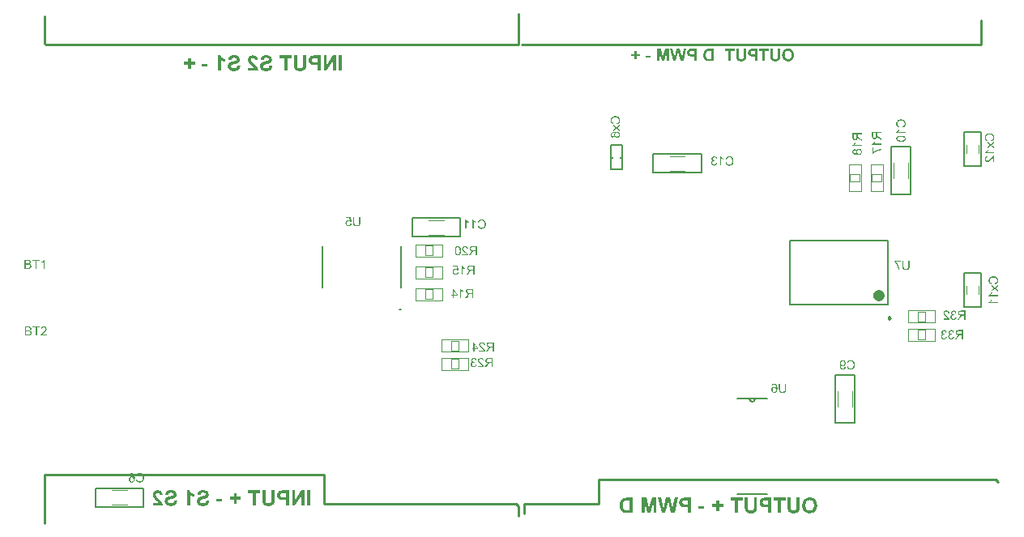
<source format=gbo>
G04*
G04 #@! TF.GenerationSoftware,Altium Limited,Altium Designer,20.2.6 (244)*
G04*
G04 Layer_Color=32896*
%FSLAX24Y24*%
%MOIN*%
G70*
G04*
G04 #@! TF.SameCoordinates,3AFE1146-FA95-4E81-A996-3AB7B898703E*
G04*
G04*
G04 #@! TF.FilePolarity,Positive*
G04*
G01*
G75*
%ADD10C,0.0079*%
%ADD11C,0.0050*%
%ADD12C,0.0098*%
%ADD14C,0.0060*%
%ADD16C,0.0236*%
%ADD18C,0.0039*%
%ADD19C,0.0100*%
%ADD20C,0.0040*%
G36*
X26090Y3612D02*
X25972D01*
Y4108D01*
X25847Y3612D01*
X25725D01*
X25600Y4108D01*
X25599Y3612D01*
X25481D01*
Y4243D01*
X25673D01*
X25786Y3811D01*
X25900Y4243D01*
X26090D01*
Y3612D01*
D02*
G37*
G36*
X26835D02*
X26695D01*
X26570Y4083D01*
X26444Y3612D01*
X26307D01*
X26156Y4243D01*
X26284D01*
X26380Y3802D01*
X26492Y4243D01*
X26643D01*
X26758Y3809D01*
X26851Y4243D01*
X26982D01*
X26835Y3612D01*
D02*
G37*
G36*
X28062Y3780D02*
X27825D01*
Y3901D01*
X28062D01*
Y3780D01*
D02*
G37*
G36*
X31989Y3906D02*
Y3886D01*
X31988Y3868D01*
Y3851D01*
X31987Y3835D01*
X31986Y3821D01*
X31985Y3808D01*
X31984Y3796D01*
X31983Y3785D01*
X31982Y3776D01*
X31981Y3768D01*
X31980Y3760D01*
X31979Y3756D01*
X31978Y3751D01*
X31977Y3748D01*
Y3746D01*
Y3745D01*
X31973Y3732D01*
X31968Y3719D01*
X31962Y3707D01*
X31956Y3696D01*
X31950Y3687D01*
X31946Y3681D01*
X31943Y3677D01*
X31942Y3675D01*
X31930Y3663D01*
X31919Y3652D01*
X31906Y3643D01*
X31895Y3635D01*
X31884Y3629D01*
X31875Y3624D01*
X31870Y3621D01*
X31869Y3620D01*
X31868D01*
X31858Y3616D01*
X31849Y3613D01*
X31826Y3609D01*
X31804Y3605D01*
X31782Y3603D01*
X31762Y3601D01*
X31753D01*
X31746Y3600D01*
X31731D01*
X31704Y3601D01*
X31680Y3603D01*
X31660Y3606D01*
X31643Y3610D01*
X31628Y3612D01*
X31623Y3614D01*
X31619Y3615D01*
X31615Y3616D01*
X31612Y3617D01*
X31611Y3618D01*
X31610D01*
X31594Y3626D01*
X31579Y3635D01*
X31567Y3643D01*
X31555Y3652D01*
X31548Y3659D01*
X31541Y3664D01*
X31537Y3669D01*
X31536Y3670D01*
X31527Y3683D01*
X31518Y3696D01*
X31512Y3710D01*
X31506Y3722D01*
X31503Y3734D01*
X31500Y3742D01*
X31498Y3748D01*
Y3749D01*
Y3750D01*
X31496Y3760D01*
X31494Y3770D01*
X31493Y3783D01*
X31492Y3795D01*
X31490Y3821D01*
X31488Y3848D01*
Y3860D01*
Y3872D01*
X31487Y3883D01*
Y3892D01*
Y3900D01*
Y3906D01*
Y3909D01*
Y3910D01*
Y4243D01*
X31615D01*
Y3892D01*
Y3879D01*
Y3866D01*
X31616Y3855D01*
Y3844D01*
X31617Y3825D01*
X31618Y3810D01*
X31619Y3799D01*
X31620Y3791D01*
X31621Y3786D01*
Y3785D01*
X31624Y3773D01*
X31628Y3762D01*
X31634Y3754D01*
X31640Y3746D01*
X31645Y3739D01*
X31650Y3735D01*
X31653Y3732D01*
X31654Y3731D01*
X31666Y3723D01*
X31678Y3718D01*
X31692Y3714D01*
X31704Y3711D01*
X31717Y3710D01*
X31727Y3709D01*
X31735D01*
X31753Y3710D01*
X31771Y3712D01*
X31785Y3716D01*
X31797Y3720D01*
X31806Y3724D01*
X31813Y3728D01*
X31817Y3731D01*
X31819Y3732D01*
X31829Y3741D01*
X31837Y3751D01*
X31844Y3761D01*
X31850Y3772D01*
X31852Y3781D01*
X31855Y3787D01*
X31857Y3792D01*
Y3794D01*
X31858Y3799D01*
Y3806D01*
X31859Y3821D01*
X31860Y3838D01*
Y3856D01*
X31861Y3873D01*
Y3881D01*
Y3886D01*
Y3892D01*
Y3896D01*
Y3899D01*
Y3900D01*
Y4243D01*
X31989D01*
Y3906D01*
D02*
G37*
G36*
X30226D02*
Y3886D01*
X30225Y3868D01*
Y3851D01*
X30224Y3835D01*
X30224Y3821D01*
X30223Y3808D01*
X30222Y3796D01*
X30221Y3785D01*
X30220Y3776D01*
X30219Y3768D01*
X30218Y3760D01*
X30217Y3756D01*
X30216Y3751D01*
X30215Y3748D01*
Y3746D01*
Y3745D01*
X30211Y3732D01*
X30205Y3719D01*
X30199Y3707D01*
X30194Y3696D01*
X30188Y3687D01*
X30183Y3681D01*
X30180Y3677D01*
X30179Y3675D01*
X30168Y3663D01*
X30156Y3652D01*
X30144Y3643D01*
X30132Y3635D01*
X30122Y3629D01*
X30113Y3624D01*
X30107Y3621D01*
X30106Y3620D01*
X30105D01*
X30096Y3616D01*
X30086Y3613D01*
X30064Y3609D01*
X30042Y3605D01*
X30020Y3603D01*
X30000Y3601D01*
X29991D01*
X29983Y3600D01*
X29969D01*
X29942Y3601D01*
X29918Y3603D01*
X29898Y3606D01*
X29880Y3610D01*
X29866Y3612D01*
X29860Y3614D01*
X29856Y3615D01*
X29853Y3616D01*
X29850Y3617D01*
X29849Y3618D01*
X29848D01*
X29831Y3626D01*
X29817Y3635D01*
X29805Y3643D01*
X29793Y3652D01*
X29785Y3659D01*
X29779Y3664D01*
X29775Y3669D01*
X29774Y3670D01*
X29764Y3683D01*
X29755Y3696D01*
X29750Y3710D01*
X29744Y3722D01*
X29740Y3734D01*
X29737Y3742D01*
X29735Y3748D01*
Y3749D01*
Y3750D01*
X29733Y3760D01*
X29731Y3770D01*
X29731Y3783D01*
X29730Y3795D01*
X29728Y3821D01*
X29726Y3848D01*
Y3860D01*
Y3872D01*
X29725Y3883D01*
Y3892D01*
Y3900D01*
Y3906D01*
Y3909D01*
Y3910D01*
Y4243D01*
X29853D01*
Y3892D01*
Y3879D01*
Y3866D01*
X29854Y3855D01*
Y3844D01*
X29854Y3825D01*
X29855Y3810D01*
X29856Y3799D01*
X29857Y3791D01*
X29858Y3786D01*
Y3785D01*
X29861Y3773D01*
X29866Y3762D01*
X29872Y3754D01*
X29878Y3746D01*
X29882Y3739D01*
X29887Y3735D01*
X29891Y3732D01*
X29892Y3731D01*
X29903Y3723D01*
X29916Y3718D01*
X29929Y3714D01*
X29942Y3711D01*
X29954Y3710D01*
X29964Y3709D01*
X29973D01*
X29991Y3710D01*
X30008Y3712D01*
X30023Y3716D01*
X30034Y3720D01*
X30044Y3724D01*
X30051Y3728D01*
X30054Y3731D01*
X30056Y3732D01*
X30067Y3741D01*
X30075Y3751D01*
X30081Y3761D01*
X30087Y3772D01*
X30090Y3781D01*
X30093Y3787D01*
X30095Y3792D01*
Y3794D01*
X30096Y3799D01*
Y3806D01*
X30097Y3821D01*
X30098Y3838D01*
Y3856D01*
X30099Y3873D01*
Y3881D01*
Y3886D01*
Y3892D01*
Y3896D01*
Y3899D01*
Y3900D01*
Y4243D01*
X30226D01*
Y3906D01*
D02*
G37*
G36*
X28670Y3977D02*
X28835D01*
Y3865D01*
X28670D01*
Y3702D01*
X28559D01*
Y3865D01*
X28394D01*
Y3977D01*
X28559D01*
Y4140D01*
X28670D01*
Y3977D01*
D02*
G37*
G36*
X31397Y4136D02*
X31211D01*
Y3612D01*
X31084D01*
Y4136D01*
X30898D01*
Y4243D01*
X31397D01*
Y4136D01*
D02*
G37*
G36*
X30815Y3612D02*
X30687D01*
Y3850D01*
X30573D01*
X30560Y3851D01*
X30547D01*
X30535Y3852D01*
X30524Y3853D01*
X30515Y3854D01*
X30506Y3855D01*
X30498D01*
X30492Y3856D01*
X30486Y3857D01*
X30481Y3858D01*
X30477D01*
X30474Y3859D01*
X30472D01*
X30460Y3862D01*
X30447Y3866D01*
X30437Y3871D01*
X30426Y3877D01*
X30419Y3881D01*
X30412Y3884D01*
X30407Y3887D01*
X30406Y3888D01*
X30395Y3898D01*
X30384Y3908D01*
X30374Y3918D01*
X30367Y3929D01*
X30361Y3937D01*
X30356Y3944D01*
X30353Y3949D01*
X30352Y3951D01*
X30346Y3966D01*
X30340Y3982D01*
X30336Y3999D01*
X30334Y4014D01*
X30332Y4028D01*
X30331Y4038D01*
Y4042D01*
Y4045D01*
Y4047D01*
Y4048D01*
X30333Y4075D01*
X30337Y4099D01*
X30343Y4120D01*
X30349Y4138D01*
X30357Y4152D01*
X30360Y4157D01*
X30363Y4162D01*
X30365Y4166D01*
X30367Y4169D01*
X30369Y4170D01*
Y4171D01*
X30383Y4187D01*
X30398Y4201D01*
X30413Y4212D01*
X30427Y4220D01*
X30440Y4227D01*
X30450Y4230D01*
X30454Y4231D01*
X30456Y4232D01*
X30458Y4233D01*
X30459D01*
X30467Y4235D01*
X30475Y4236D01*
X30486Y4238D01*
X30497Y4239D01*
X30522Y4241D01*
X30548Y4242D01*
X30561D01*
X30572Y4243D01*
X30815D01*
Y3612D01*
D02*
G37*
G36*
X29634Y4136D02*
X29449D01*
Y3612D01*
X29321D01*
Y4136D01*
X29136D01*
Y4243D01*
X29634D01*
Y4136D01*
D02*
G37*
G36*
X27509Y3612D02*
X27381D01*
Y3850D01*
X27267D01*
X27254Y3851D01*
X27242D01*
X27229Y3852D01*
X27218Y3853D01*
X27209Y3854D01*
X27200Y3855D01*
X27193D01*
X27186Y3856D01*
X27180Y3857D01*
X27175Y3858D01*
X27171D01*
X27168Y3859D01*
X27167D01*
X27154Y3862D01*
X27142Y3866D01*
X27131Y3871D01*
X27120Y3877D01*
X27113Y3881D01*
X27106Y3884D01*
X27101Y3887D01*
X27100Y3888D01*
X27089Y3898D01*
X27078Y3908D01*
X27069Y3918D01*
X27061Y3929D01*
X27055Y3937D01*
X27050Y3944D01*
X27047Y3949D01*
X27046Y3951D01*
X27040Y3966D01*
X27034Y3982D01*
X27030Y3999D01*
X27028Y4014D01*
X27026Y4028D01*
X27025Y4038D01*
Y4042D01*
Y4045D01*
Y4047D01*
Y4048D01*
X27027Y4075D01*
X27031Y4099D01*
X27037Y4120D01*
X27044Y4138D01*
X27051Y4152D01*
X27054Y4157D01*
X27057Y4162D01*
X27059Y4166D01*
X27061Y4169D01*
X27063Y4170D01*
Y4171D01*
X27077Y4187D01*
X27093Y4201D01*
X27107Y4212D01*
X27121Y4220D01*
X27134Y4227D01*
X27144Y4230D01*
X27148Y4231D01*
X27150Y4232D01*
X27152Y4233D01*
X27153D01*
X27161Y4235D01*
X27169Y4236D01*
X27180Y4238D01*
X27192Y4239D01*
X27217Y4241D01*
X27242Y4242D01*
X27255D01*
X27267Y4243D01*
X27509D01*
Y3612D01*
D02*
G37*
G36*
X25109D02*
X24871D01*
X24846Y3612D01*
X24823Y3613D01*
X24803Y3615D01*
X24788Y3618D01*
X24775Y3620D01*
X24766Y3622D01*
X24760Y3623D01*
X24758Y3624D01*
X24738Y3632D01*
X24721Y3639D01*
X24705Y3648D01*
X24692Y3657D01*
X24682Y3663D01*
X24675Y3669D01*
X24671Y3674D01*
X24669Y3675D01*
X24654Y3692D01*
X24640Y3711D01*
X24629Y3729D01*
X24619Y3747D01*
X24611Y3762D01*
X24608Y3769D01*
X24606Y3775D01*
X24604Y3780D01*
X24603Y3784D01*
X24602Y3785D01*
Y3786D01*
X24595Y3809D01*
X24590Y3832D01*
X24586Y3854D01*
X24584Y3875D01*
X24582Y3893D01*
Y3901D01*
X24581Y3908D01*
Y3913D01*
Y3917D01*
Y3920D01*
Y3921D01*
X24582Y3953D01*
X24584Y3982D01*
X24588Y4007D01*
X24590Y4018D01*
X24592Y4029D01*
X24594Y4038D01*
X24596Y4046D01*
X24598Y4054D01*
X24600Y4059D01*
X24601Y4064D01*
X24602Y4067D01*
X24603Y4069D01*
Y4070D01*
X24611Y4092D01*
X24621Y4111D01*
X24630Y4129D01*
X24640Y4144D01*
X24650Y4155D01*
X24656Y4164D01*
X24661Y4170D01*
X24662Y4172D01*
X24663D01*
X24679Y4186D01*
X24695Y4199D01*
X24710Y4209D01*
X24725Y4217D01*
X24738Y4223D01*
X24748Y4228D01*
X24752Y4228D01*
X24754Y4229D01*
X24756Y4230D01*
X24757D01*
X24775Y4234D01*
X24794Y4238D01*
X24813Y4240D01*
X24833Y4241D01*
X24851Y4242D01*
X24858Y4243D01*
X25109D01*
Y3612D01*
D02*
G37*
G36*
X32423Y4253D02*
X32449Y4250D01*
X32472Y4245D01*
X32492Y4241D01*
X32501Y4238D01*
X32509Y4236D01*
X32515Y4233D01*
X32521Y4231D01*
X32526Y4230D01*
X32529Y4228D01*
X32531Y4228D01*
X32532D01*
X32548Y4220D01*
X32564Y4211D01*
X32577Y4202D01*
X32589Y4192D01*
X32599Y4184D01*
X32607Y4178D01*
X32612Y4173D01*
X32614Y4171D01*
X32626Y4156D01*
X32638Y4141D01*
X32648Y4127D01*
X32657Y4113D01*
X32663Y4102D01*
X32668Y4092D01*
X32671Y4086D01*
X32672Y4085D01*
Y4084D01*
X32682Y4058D01*
X32688Y4031D01*
X32693Y4005D01*
X32696Y3979D01*
X32698Y3967D01*
Y3957D01*
X32699Y3947D01*
X32700Y3938D01*
Y3932D01*
Y3927D01*
Y3923D01*
Y3922D01*
X32699Y3894D01*
X32696Y3868D01*
X32692Y3844D01*
X32688Y3821D01*
X32681Y3800D01*
X32674Y3781D01*
X32666Y3763D01*
X32659Y3747D01*
X32651Y3733D01*
X32643Y3720D01*
X32637Y3710D01*
X32630Y3701D01*
X32625Y3694D01*
X32621Y3689D01*
X32618Y3686D01*
X32617Y3686D01*
X32601Y3670D01*
X32584Y3658D01*
X32566Y3646D01*
X32547Y3637D01*
X32529Y3628D01*
X32511Y3621D01*
X32492Y3615D01*
X32475Y3611D01*
X32459Y3607D01*
X32443Y3605D01*
X32429Y3603D01*
X32417Y3601D01*
X32408D01*
X32400Y3600D01*
X32394D01*
X32368Y3601D01*
X32344Y3604D01*
X32322Y3608D01*
X32301Y3613D01*
X32281Y3620D01*
X32263Y3627D01*
X32246Y3635D01*
X32231Y3643D01*
X32218Y3651D01*
X32206Y3659D01*
X32195Y3665D01*
X32188Y3672D01*
X32181Y3678D01*
X32176Y3682D01*
X32173Y3685D01*
X32172Y3686D01*
X32158Y3703D01*
X32145Y3721D01*
X32134Y3740D01*
X32124Y3760D01*
X32116Y3780D01*
X32109Y3800D01*
X32103Y3819D01*
X32099Y3838D01*
X32096Y3856D01*
X32094Y3873D01*
X32092Y3887D01*
X32090Y3901D01*
Y3911D01*
X32089Y3919D01*
Y3924D01*
Y3926D01*
X32090Y3954D01*
X32093Y3981D01*
X32096Y4006D01*
X32102Y4029D01*
X32108Y4050D01*
X32115Y4069D01*
X32122Y4087D01*
X32130Y4104D01*
X32139Y4118D01*
X32146Y4130D01*
X32153Y4141D01*
X32159Y4150D01*
X32165Y4157D01*
X32169Y4162D01*
X32171Y4165D01*
X32172Y4166D01*
X32189Y4181D01*
X32206Y4195D01*
X32224Y4206D01*
X32243Y4217D01*
X32261Y4225D01*
X32280Y4232D01*
X32297Y4238D01*
X32316Y4243D01*
X32332Y4246D01*
X32347Y4249D01*
X32361Y4251D01*
X32372Y4253D01*
X32382D01*
X32390Y4253D01*
X32395D01*
X32423Y4253D01*
D02*
G37*
G36*
X26605Y22209D02*
X26511D01*
Y22606D01*
X26411Y22209D01*
X26313D01*
X26213Y22606D01*
X26213Y22209D01*
X26118D01*
Y22714D01*
X26272D01*
X26362Y22369D01*
X26453Y22714D01*
X26605D01*
Y22209D01*
D02*
G37*
G36*
X27200D02*
X27088D01*
X26988Y22586D01*
X26888Y22209D01*
X26779D01*
X26657Y22714D01*
X26760D01*
X26837Y22361D01*
X26926Y22714D01*
X27047D01*
X27139Y22367D01*
X27213Y22714D01*
X27318D01*
X27200Y22209D01*
D02*
G37*
G36*
X25833Y22344D02*
X25644D01*
Y22440D01*
X25833D01*
Y22344D01*
D02*
G37*
G36*
X31182Y22444D02*
Y22429D01*
X31181Y22414D01*
Y22400D01*
X31180Y22388D01*
X31179Y22377D01*
X31179Y22366D01*
X31178Y22357D01*
X31177Y22348D01*
X31176Y22341D01*
X31176Y22334D01*
X31175Y22328D01*
X31174Y22324D01*
X31173Y22321D01*
X31172Y22318D01*
Y22317D01*
Y22316D01*
X31169Y22305D01*
X31165Y22295D01*
X31160Y22285D01*
X31156Y22277D01*
X31151Y22270D01*
X31147Y22265D01*
X31145Y22261D01*
X31144Y22260D01*
X31135Y22251D01*
X31126Y22241D01*
X31116Y22235D01*
X31106Y22228D01*
X31098Y22223D01*
X31091Y22219D01*
X31086Y22217D01*
X31086Y22216D01*
X31085D01*
X31077Y22213D01*
X31070Y22211D01*
X31052Y22207D01*
X31034Y22204D01*
X31017Y22202D01*
X31000Y22201D01*
X30994D01*
X30987Y22200D01*
X30976D01*
X30954Y22201D01*
X30935Y22202D01*
X30919Y22205D01*
X30905Y22208D01*
X30894Y22210D01*
X30889Y22212D01*
X30886Y22212D01*
X30883Y22213D01*
X30881Y22214D01*
X30880Y22215D01*
X30879D01*
X30866Y22221D01*
X30855Y22228D01*
X30845Y22235D01*
X30835Y22241D01*
X30829Y22247D01*
X30824Y22251D01*
X30821Y22255D01*
X30820Y22256D01*
X30812Y22266D01*
X30805Y22277D01*
X30801Y22288D01*
X30796Y22298D01*
X30793Y22307D01*
X30791Y22314D01*
X30789Y22318D01*
Y22319D01*
Y22320D01*
X30788Y22327D01*
X30786Y22336D01*
X30785Y22346D01*
X30785Y22356D01*
X30783Y22377D01*
X30782Y22398D01*
Y22408D01*
Y22417D01*
X30781Y22426D01*
Y22433D01*
Y22440D01*
Y22444D01*
Y22447D01*
Y22448D01*
Y22714D01*
X30883D01*
Y22433D01*
Y22423D01*
Y22413D01*
X30884Y22404D01*
Y22395D01*
X30884Y22380D01*
X30885Y22368D01*
X30886Y22359D01*
X30887Y22353D01*
X30888Y22349D01*
Y22347D01*
X30890Y22338D01*
X30894Y22330D01*
X30898Y22323D01*
X30903Y22317D01*
X30907Y22311D01*
X30911Y22308D01*
X30914Y22305D01*
X30914Y22304D01*
X30924Y22298D01*
X30934Y22294D01*
X30944Y22291D01*
X30954Y22289D01*
X30964Y22288D01*
X30972Y22287D01*
X30979D01*
X30994Y22288D01*
X31007Y22290D01*
X31019Y22293D01*
X31028Y22296D01*
X31036Y22299D01*
X31041Y22302D01*
X31044Y22304D01*
X31046Y22305D01*
X31054Y22313D01*
X31060Y22321D01*
X31066Y22329D01*
X31070Y22337D01*
X31073Y22344D01*
X31075Y22350D01*
X31076Y22354D01*
Y22355D01*
X31077Y22359D01*
Y22364D01*
X31078Y22377D01*
X31079Y22390D01*
Y22404D01*
X31080Y22418D01*
Y22424D01*
Y22429D01*
Y22433D01*
Y22437D01*
Y22439D01*
Y22440D01*
Y22714D01*
X31182D01*
Y22444D01*
D02*
G37*
G36*
X29773D02*
Y22429D01*
X29772Y22414D01*
Y22400D01*
X29772Y22388D01*
X29771Y22377D01*
X29770Y22366D01*
X29769Y22357D01*
X29769Y22348D01*
X29768Y22341D01*
X29767Y22334D01*
X29766Y22328D01*
X29765Y22324D01*
X29765Y22321D01*
X29764Y22318D01*
Y22317D01*
Y22316D01*
X29761Y22305D01*
X29756Y22295D01*
X29752Y22285D01*
X29747Y22277D01*
X29742Y22270D01*
X29739Y22265D01*
X29736Y22261D01*
X29736Y22260D01*
X29726Y22251D01*
X29717Y22241D01*
X29707Y22235D01*
X29698Y22228D01*
X29689Y22223D01*
X29683Y22219D01*
X29678Y22217D01*
X29677Y22216D01*
X29676D01*
X29669Y22213D01*
X29661Y22211D01*
X29643Y22207D01*
X29626Y22204D01*
X29608Y22202D01*
X29592Y22201D01*
X29585D01*
X29579Y22200D01*
X29567D01*
X29546Y22201D01*
X29527Y22202D01*
X29511Y22205D01*
X29497Y22208D01*
X29485Y22210D01*
X29481Y22212D01*
X29477Y22212D01*
X29474Y22213D01*
X29472Y22214D01*
X29471Y22215D01*
X29471D01*
X29458Y22221D01*
X29446Y22228D01*
X29436Y22235D01*
X29427Y22241D01*
X29421Y22247D01*
X29415Y22251D01*
X29412Y22255D01*
X29411Y22256D01*
X29404Y22266D01*
X29397Y22277D01*
X29392Y22288D01*
X29388Y22298D01*
X29385Y22307D01*
X29382Y22314D01*
X29381Y22318D01*
Y22319D01*
Y22320D01*
X29379Y22327D01*
X29378Y22336D01*
X29377Y22346D01*
X29376Y22356D01*
X29375Y22377D01*
X29373Y22398D01*
Y22408D01*
Y22417D01*
X29372Y22426D01*
Y22433D01*
Y22440D01*
Y22444D01*
Y22447D01*
Y22448D01*
Y22714D01*
X29474D01*
Y22433D01*
Y22423D01*
Y22413D01*
X29475Y22404D01*
Y22395D01*
X29476Y22380D01*
X29477Y22368D01*
X29477Y22359D01*
X29478Y22353D01*
X29479Y22349D01*
Y22347D01*
X29481Y22338D01*
X29485Y22330D01*
X29490Y22323D01*
X29494Y22317D01*
X29498Y22311D01*
X29502Y22308D01*
X29505Y22305D01*
X29506Y22304D01*
X29515Y22298D01*
X29525Y22294D01*
X29536Y22291D01*
X29546Y22289D01*
X29556Y22288D01*
X29564Y22287D01*
X29570D01*
X29585Y22288D01*
X29599Y22290D01*
X29610Y22293D01*
X29620Y22296D01*
X29627Y22299D01*
X29633Y22302D01*
X29636Y22304D01*
X29637Y22305D01*
X29646Y22313D01*
X29652Y22321D01*
X29657Y22329D01*
X29662Y22337D01*
X29664Y22344D01*
X29666Y22350D01*
X29668Y22354D01*
Y22355D01*
X29669Y22359D01*
Y22364D01*
X29669Y22377D01*
X29670Y22390D01*
Y22404D01*
X29671Y22418D01*
Y22424D01*
Y22429D01*
Y22433D01*
Y22437D01*
Y22439D01*
Y22440D01*
Y22714D01*
X29773D01*
Y22444D01*
D02*
G37*
G36*
X25281Y22501D02*
X25413D01*
Y22412D01*
X25281D01*
Y22281D01*
X25193D01*
Y22412D01*
X25061D01*
Y22501D01*
X25193D01*
Y22632D01*
X25281D01*
Y22501D01*
D02*
G37*
G36*
X30709Y22629D02*
X30560D01*
Y22209D01*
X30458D01*
Y22629D01*
X30310D01*
Y22714D01*
X30709D01*
Y22629D01*
D02*
G37*
G36*
X30243Y22209D02*
X30141D01*
Y22400D01*
X30050D01*
X30040Y22400D01*
X30030D01*
X30020Y22401D01*
X30011Y22402D01*
X30004Y22403D01*
X29997Y22404D01*
X29991D01*
X29985Y22404D01*
X29981Y22405D01*
X29977Y22406D01*
X29974D01*
X29971Y22407D01*
X29970D01*
X29960Y22410D01*
X29950Y22413D01*
X29941Y22417D01*
X29933Y22421D01*
X29927Y22424D01*
X29921Y22427D01*
X29918Y22430D01*
X29917Y22430D01*
X29908Y22438D01*
X29899Y22446D01*
X29891Y22454D01*
X29885Y22463D01*
X29881Y22470D01*
X29877Y22475D01*
X29875Y22479D01*
X29874Y22480D01*
X29868Y22493D01*
X29864Y22506D01*
X29861Y22519D01*
X29859Y22531D01*
X29858Y22542D01*
X29857Y22550D01*
Y22553D01*
Y22556D01*
Y22557D01*
Y22558D01*
X29858Y22579D01*
X29861Y22599D01*
X29866Y22615D01*
X29871Y22630D01*
X29878Y22641D01*
X29880Y22645D01*
X29882Y22649D01*
X29884Y22652D01*
X29885Y22655D01*
X29887Y22655D01*
Y22656D01*
X29898Y22669D01*
X29911Y22680D01*
X29922Y22689D01*
X29934Y22695D01*
X29944Y22701D01*
X29952Y22704D01*
X29955Y22705D01*
X29957Y22705D01*
X29958Y22706D01*
X29959D01*
X29965Y22708D01*
X29972Y22708D01*
X29981Y22710D01*
X29990Y22711D01*
X30010Y22712D01*
X30030Y22713D01*
X30040D01*
X30050Y22714D01*
X30243D01*
Y22209D01*
D02*
G37*
G36*
X29300Y22629D02*
X29152D01*
Y22209D01*
X29050D01*
Y22629D01*
X28901D01*
Y22714D01*
X29300D01*
Y22629D01*
D02*
G37*
G36*
X28443Y22209D02*
X28253D01*
X28233Y22210D01*
X28214Y22211D01*
X28199Y22212D01*
X28186Y22215D01*
X28176Y22216D01*
X28169Y22218D01*
X28164Y22218D01*
X28163Y22219D01*
X28147Y22225D01*
X28133Y22231D01*
X28120Y22238D01*
X28110Y22245D01*
X28102Y22251D01*
X28096Y22255D01*
X28093Y22259D01*
X28091Y22260D01*
X28079Y22274D01*
X28068Y22288D01*
X28059Y22303D01*
X28051Y22318D01*
X28045Y22330D01*
X28043Y22335D01*
X28041Y22340D01*
X28039Y22344D01*
X28038Y22347D01*
X28037Y22348D01*
Y22349D01*
X28032Y22367D01*
X28028Y22385D01*
X28025Y22403D01*
X28024Y22420D01*
X28022Y22434D01*
Y22440D01*
X28021Y22446D01*
Y22450D01*
Y22453D01*
Y22456D01*
Y22457D01*
X28022Y22482D01*
X28024Y22505D01*
X28027Y22526D01*
X28028Y22534D01*
X28030Y22543D01*
X28031Y22550D01*
X28033Y22556D01*
X28034Y22562D01*
X28036Y22567D01*
X28037Y22571D01*
X28037Y22573D01*
X28038Y22575D01*
Y22576D01*
X28045Y22593D01*
X28053Y22609D01*
X28061Y22622D01*
X28068Y22635D01*
X28076Y22644D01*
X28081Y22651D01*
X28085Y22655D01*
X28086Y22657D01*
X28087D01*
X28099Y22668D01*
X28112Y22678D01*
X28124Y22687D01*
X28136Y22693D01*
X28147Y22698D01*
X28154Y22701D01*
X28157Y22702D01*
X28160Y22703D01*
X28161Y22704D01*
X28162D01*
X28176Y22707D01*
X28191Y22710D01*
X28206Y22711D01*
X28223Y22712D01*
X28236Y22713D01*
X28243Y22714D01*
X28443D01*
Y22209D01*
D02*
G37*
G36*
X27739D02*
X27637D01*
Y22400D01*
X27546D01*
X27535Y22400D01*
X27525D01*
X27515Y22401D01*
X27507Y22402D01*
X27499Y22403D01*
X27492Y22404D01*
X27486D01*
X27481Y22404D01*
X27476Y22405D01*
X27472Y22406D01*
X27469D01*
X27467Y22407D01*
X27465D01*
X27455Y22410D01*
X27445Y22413D01*
X27437Y22417D01*
X27428Y22421D01*
X27422Y22424D01*
X27417Y22427D01*
X27413Y22430D01*
X27412Y22430D01*
X27403Y22438D01*
X27395Y22446D01*
X27387Y22454D01*
X27381Y22463D01*
X27376Y22470D01*
X27372Y22475D01*
X27370Y22479D01*
X27369Y22480D01*
X27364Y22493D01*
X27359Y22506D01*
X27356Y22519D01*
X27355Y22531D01*
X27353Y22542D01*
X27352Y22550D01*
Y22553D01*
Y22556D01*
Y22557D01*
Y22558D01*
X27354Y22579D01*
X27357Y22599D01*
X27362Y22615D01*
X27367Y22630D01*
X27373Y22641D01*
X27375Y22645D01*
X27378Y22649D01*
X27379Y22652D01*
X27381Y22655D01*
X27382Y22655D01*
Y22656D01*
X27394Y22669D01*
X27406Y22680D01*
X27418Y22689D01*
X27429Y22695D01*
X27439Y22701D01*
X27448Y22704D01*
X27451Y22705D01*
X27452Y22705D01*
X27454Y22706D01*
X27455D01*
X27461Y22708D01*
X27468Y22708D01*
X27476Y22710D01*
X27485Y22711D01*
X27505Y22712D01*
X27526Y22713D01*
X27536D01*
X27545Y22714D01*
X27739D01*
Y22209D01*
D02*
G37*
G36*
X31529Y22721D02*
X31550Y22719D01*
X31568Y22715D01*
X31584Y22712D01*
X31591Y22710D01*
X31597Y22708D01*
X31603Y22706D01*
X31607Y22705D01*
X31611Y22704D01*
X31613Y22702D01*
X31615Y22701D01*
X31616D01*
X31629Y22695D01*
X31641Y22688D01*
X31652Y22681D01*
X31662Y22673D01*
X31669Y22667D01*
X31676Y22662D01*
X31679Y22658D01*
X31681Y22656D01*
X31691Y22645D01*
X31701Y22632D01*
X31709Y22621D01*
X31715Y22610D01*
X31721Y22601D01*
X31725Y22593D01*
X31727Y22589D01*
X31728Y22588D01*
Y22587D01*
X31735Y22566D01*
X31741Y22545D01*
X31745Y22523D01*
X31747Y22503D01*
X31748Y22493D01*
Y22485D01*
X31749Y22477D01*
X31750Y22470D01*
Y22465D01*
Y22461D01*
Y22458D01*
Y22457D01*
X31749Y22435D01*
X31747Y22414D01*
X31744Y22395D01*
X31740Y22377D01*
X31735Y22360D01*
X31729Y22344D01*
X31723Y22331D01*
X31717Y22318D01*
X31711Y22306D01*
X31705Y22296D01*
X31699Y22288D01*
X31694Y22281D01*
X31690Y22275D01*
X31687Y22271D01*
X31685Y22269D01*
X31684Y22268D01*
X31671Y22256D01*
X31657Y22246D01*
X31643Y22237D01*
X31628Y22229D01*
X31613Y22222D01*
X31599Y22217D01*
X31584Y22212D01*
X31570Y22208D01*
X31557Y22205D01*
X31545Y22204D01*
X31533Y22202D01*
X31524Y22201D01*
X31517D01*
X31510Y22200D01*
X31506D01*
X31485Y22201D01*
X31466Y22203D01*
X31448Y22206D01*
X31431Y22211D01*
X31415Y22216D01*
X31401Y22222D01*
X31388Y22228D01*
X31375Y22235D01*
X31364Y22241D01*
X31355Y22247D01*
X31347Y22252D01*
X31341Y22258D01*
X31335Y22262D01*
X31331Y22265D01*
X31329Y22268D01*
X31328Y22268D01*
X31317Y22282D01*
X31306Y22297D01*
X31298Y22312D01*
X31290Y22327D01*
X31283Y22344D01*
X31278Y22360D01*
X31273Y22375D01*
X31270Y22390D01*
X31267Y22404D01*
X31265Y22418D01*
X31264Y22430D01*
X31262Y22440D01*
Y22449D01*
X31262Y22455D01*
Y22459D01*
Y22460D01*
X31262Y22483D01*
X31265Y22504D01*
X31268Y22524D01*
X31272Y22543D01*
X31277Y22559D01*
X31282Y22575D01*
X31288Y22589D01*
X31295Y22602D01*
X31301Y22614D01*
X31307Y22624D01*
X31313Y22632D01*
X31318Y22639D01*
X31322Y22645D01*
X31325Y22649D01*
X31328Y22652D01*
X31328Y22652D01*
X31341Y22665D01*
X31355Y22675D01*
X31370Y22685D01*
X31384Y22693D01*
X31399Y22699D01*
X31414Y22705D01*
X31428Y22710D01*
X31443Y22714D01*
X31456Y22716D01*
X31468Y22718D01*
X31479Y22720D01*
X31488Y22721D01*
X31496D01*
X31502Y22722D01*
X31507D01*
X31529Y22721D01*
D02*
G37*
G36*
X5598Y4543D02*
X5625Y4538D01*
X5649Y4530D01*
X5659Y4527D01*
X5669Y4523D01*
X5678Y4519D01*
X5686Y4515D01*
X5693Y4511D01*
X5698Y4507D01*
X5702Y4504D01*
X5705Y4503D01*
X5707Y4502D01*
X5708Y4501D01*
X5718Y4492D01*
X5727Y4482D01*
X5735Y4472D01*
X5743Y4460D01*
X5754Y4436D01*
X5763Y4413D01*
X5767Y4402D01*
X5769Y4391D01*
X5772Y4382D01*
X5773Y4374D01*
X5775Y4367D01*
Y4362D01*
X5776Y4358D01*
Y4357D01*
X5655Y4346D01*
X5653Y4364D01*
X5651Y4381D01*
X5646Y4393D01*
X5642Y4404D01*
X5637Y4412D01*
X5634Y4417D01*
X5631Y4421D01*
X5630Y4422D01*
X5621Y4430D01*
X5611Y4435D01*
X5601Y4439D01*
X5591Y4442D01*
X5583Y4444D01*
X5576Y4445D01*
X5570D01*
X5556Y4444D01*
X5544Y4441D01*
X5533Y4438D01*
X5525Y4434D01*
X5518Y4430D01*
X5513Y4427D01*
X5510Y4424D01*
X5509Y4423D01*
X5502Y4414D01*
X5497Y4404D01*
X5493Y4393D01*
X5490Y4383D01*
X5488Y4375D01*
X5487Y4367D01*
Y4362D01*
Y4360D01*
X5488Y4347D01*
X5491Y4333D01*
X5495Y4321D01*
X5500Y4309D01*
X5505Y4300D01*
X5508Y4293D01*
X5511Y4288D01*
X5512Y4286D01*
X5516Y4281D01*
X5522Y4274D01*
X5529Y4267D01*
X5536Y4259D01*
X5553Y4242D01*
X5570Y4225D01*
X5586Y4209D01*
X5594Y4202D01*
X5600Y4196D01*
X5605Y4191D01*
X5609Y4186D01*
X5612Y4184D01*
X5613Y4183D01*
X5631Y4166D01*
X5649Y4150D01*
X5663Y4134D01*
X5677Y4120D01*
X5690Y4107D01*
X5701Y4094D01*
X5711Y4083D01*
X5720Y4072D01*
X5727Y4063D01*
X5733Y4055D01*
X5738Y4048D01*
X5743Y4042D01*
X5746Y4037D01*
X5748Y4035D01*
X5750Y4033D01*
Y4032D01*
X5761Y4011D01*
X5770Y3989D01*
X5777Y3969D01*
X5782Y3950D01*
X5786Y3935D01*
X5787Y3928D01*
X5788Y3922D01*
X5789Y3918D01*
X5790Y3914D01*
Y3912D01*
Y3912D01*
X5366D01*
Y4024D01*
X5607D01*
X5600Y4036D01*
X5591Y4046D01*
X5588Y4051D01*
X5585Y4054D01*
X5583Y4056D01*
X5582Y4057D01*
X5579Y4060D01*
X5575Y4064D01*
X5564Y4075D01*
X5553Y4086D01*
X5540Y4098D01*
X5529Y4110D01*
X5519Y4118D01*
X5516Y4122D01*
X5513Y4125D01*
X5511Y4126D01*
X5510Y4127D01*
X5490Y4145D01*
X5474Y4161D01*
X5459Y4176D01*
X5449Y4187D01*
X5440Y4196D01*
X5434Y4203D01*
X5431Y4207D01*
X5431Y4208D01*
X5419Y4223D01*
X5408Y4237D01*
X5400Y4251D01*
X5393Y4263D01*
X5388Y4273D01*
X5384Y4281D01*
X5382Y4285D01*
X5382Y4287D01*
X5377Y4302D01*
X5373Y4317D01*
X5370Y4331D01*
X5368Y4343D01*
X5367Y4354D01*
X5366Y4362D01*
Y4367D01*
Y4369D01*
X5367Y4382D01*
X5368Y4396D01*
X5375Y4420D01*
X5383Y4441D01*
X5393Y4459D01*
X5403Y4474D01*
X5407Y4480D01*
X5411Y4485D01*
X5415Y4489D01*
X5418Y4492D01*
X5419Y4493D01*
X5420Y4494D01*
X5431Y4503D01*
X5441Y4511D01*
X5454Y4518D01*
X5465Y4524D01*
X5490Y4532D01*
X5513Y4538D01*
X5525Y4541D01*
X5534Y4542D01*
X5544Y4543D01*
X5552Y4544D01*
X5558Y4545D01*
X5582D01*
X5598Y4543D01*
D02*
G37*
G36*
X6895Y4524D02*
X6907Y4504D01*
X6919Y4487D01*
X6932Y4473D01*
X6944Y4460D01*
X6954Y4452D01*
X6957Y4449D01*
X6959Y4446D01*
X6961Y4445D01*
X6962Y4444D01*
X6983Y4429D01*
X7002Y4417D01*
X7019Y4406D01*
X7034Y4399D01*
X7047Y4392D01*
X7057Y4388D01*
X7060Y4387D01*
X7063Y4386D01*
X7064Y4385D01*
X7065D01*
Y4276D01*
X7033Y4288D01*
X7003Y4303D01*
X6977Y4317D01*
X6964Y4325D01*
X6954Y4332D01*
X6943Y4339D01*
X6934Y4346D01*
X6927Y4352D01*
X6920Y4356D01*
X6915Y4361D01*
X6911Y4364D01*
X6909Y4366D01*
X6909Y4367D01*
Y3912D01*
X6787D01*
Y4545D01*
X6886D01*
X6895Y4524D01*
D02*
G37*
G36*
X11601Y3912D02*
X11483D01*
Y4326D01*
X11227Y3912D01*
X11099D01*
Y4543D01*
X11218D01*
Y4119D01*
X11478Y4543D01*
X11601D01*
Y3912D01*
D02*
G37*
G36*
X8213Y4080D02*
X7975D01*
Y4201D01*
X8213D01*
Y4080D01*
D02*
G37*
G36*
X10377Y4206D02*
Y4186D01*
X10376Y4168D01*
Y4151D01*
X10375Y4135D01*
X10374Y4121D01*
X10373Y4108D01*
X10372Y4096D01*
X10371Y4085D01*
X10370Y4076D01*
X10369Y4068D01*
X10368Y4060D01*
X10367Y4056D01*
X10366Y4051D01*
X10365Y4048D01*
Y4046D01*
Y4045D01*
X10361Y4032D01*
X10356Y4019D01*
X10350Y4007D01*
X10344Y3996D01*
X10338Y3987D01*
X10334Y3981D01*
X10331Y3977D01*
X10330Y3975D01*
X10318Y3963D01*
X10307Y3952D01*
X10294Y3943D01*
X10283Y3935D01*
X10272Y3929D01*
X10263Y3924D01*
X10258Y3921D01*
X10257Y3920D01*
X10256D01*
X10246Y3916D01*
X10236Y3913D01*
X10214Y3909D01*
X10192Y3905D01*
X10170Y3903D01*
X10150Y3901D01*
X10141D01*
X10134Y3900D01*
X10119D01*
X10092Y3901D01*
X10068Y3903D01*
X10048Y3906D01*
X10031Y3910D01*
X10016Y3912D01*
X10011Y3914D01*
X10007Y3915D01*
X10003Y3916D01*
X10000Y3917D01*
X9999Y3918D01*
X9998D01*
X9982Y3926D01*
X9967Y3935D01*
X9955Y3943D01*
X9943Y3952D01*
X9936Y3959D01*
X9929Y3964D01*
X9925Y3969D01*
X9924Y3970D01*
X9915Y3983D01*
X9906Y3996D01*
X9900Y4010D01*
X9894Y4022D01*
X9891Y4034D01*
X9888Y4042D01*
X9886Y4048D01*
Y4049D01*
Y4050D01*
X9884Y4060D01*
X9882Y4070D01*
X9881Y4083D01*
X9880Y4095D01*
X9878Y4121D01*
X9876Y4148D01*
Y4160D01*
Y4172D01*
X9875Y4183D01*
Y4192D01*
Y4200D01*
Y4206D01*
Y4209D01*
Y4210D01*
Y4543D01*
X10003D01*
Y4192D01*
Y4179D01*
Y4166D01*
X10004Y4155D01*
Y4144D01*
X10005Y4125D01*
X10006Y4110D01*
X10007Y4099D01*
X10008Y4091D01*
X10009Y4086D01*
Y4085D01*
X10012Y4073D01*
X10016Y4062D01*
X10022Y4054D01*
X10028Y4046D01*
X10033Y4039D01*
X10038Y4035D01*
X10041Y4032D01*
X10042Y4031D01*
X10054Y4023D01*
X10066Y4018D01*
X10080Y4014D01*
X10092Y4011D01*
X10105Y4010D01*
X10114Y4009D01*
X10123D01*
X10141Y4010D01*
X10159Y4012D01*
X10173Y4016D01*
X10185Y4020D01*
X10194Y4024D01*
X10201Y4028D01*
X10205Y4031D01*
X10207Y4032D01*
X10217Y4041D01*
X10225Y4051D01*
X10232Y4061D01*
X10237Y4072D01*
X10240Y4081D01*
X10243Y4087D01*
X10245Y4092D01*
Y4094D01*
X10246Y4099D01*
Y4106D01*
X10247Y4121D01*
X10248Y4138D01*
Y4156D01*
X10249Y4173D01*
Y4181D01*
Y4186D01*
Y4192D01*
Y4196D01*
Y4199D01*
Y4200D01*
Y4543D01*
X10377D01*
Y4206D01*
D02*
G37*
G36*
X8820Y4277D02*
X8985D01*
Y4165D01*
X8820D01*
Y4002D01*
X8709D01*
Y4165D01*
X8544D01*
Y4277D01*
X8709D01*
Y4440D01*
X8820D01*
Y4277D01*
D02*
G37*
G36*
X11850Y3912D02*
X11722D01*
Y4543D01*
X11850D01*
Y3912D01*
D02*
G37*
G36*
X10965D02*
X10837D01*
Y4150D01*
X10724D01*
X10710Y4151D01*
X10698D01*
X10685Y4152D01*
X10675Y4153D01*
X10665Y4154D01*
X10656Y4155D01*
X10649D01*
X10642Y4156D01*
X10636Y4157D01*
X10631Y4158D01*
X10628D01*
X10625Y4159D01*
X10623D01*
X10610Y4162D01*
X10598Y4166D01*
X10587Y4171D01*
X10577Y4177D01*
X10569Y4181D01*
X10562Y4184D01*
X10557Y4187D01*
X10556Y4188D01*
X10545Y4198D01*
X10534Y4208D01*
X10525Y4218D01*
X10517Y4229D01*
X10511Y4237D01*
X10507Y4244D01*
X10504Y4249D01*
X10503Y4251D01*
X10496Y4266D01*
X10490Y4282D01*
X10486Y4299D01*
X10484Y4314D01*
X10482Y4328D01*
X10482Y4338D01*
Y4342D01*
Y4345D01*
Y4347D01*
Y4348D01*
X10483Y4375D01*
X10487Y4399D01*
X10493Y4420D01*
X10500Y4438D01*
X10507Y4452D01*
X10510Y4457D01*
X10513Y4462D01*
X10515Y4466D01*
X10517Y4469D01*
X10519Y4470D01*
Y4471D01*
X10533Y4487D01*
X10549Y4501D01*
X10563Y4512D01*
X10578Y4520D01*
X10590Y4527D01*
X10601Y4530D01*
X10605Y4531D01*
X10606Y4532D01*
X10608Y4533D01*
X10609D01*
X10617Y4535D01*
X10626Y4536D01*
X10636Y4538D01*
X10648Y4539D01*
X10673Y4541D01*
X10699Y4542D01*
X10711D01*
X10723Y4543D01*
X10965D01*
Y3912D01*
D02*
G37*
G36*
X9785Y4436D02*
X9599D01*
Y3912D01*
X9472D01*
Y4436D01*
X9286D01*
Y4543D01*
X9785D01*
Y4436D01*
D02*
G37*
G36*
X7466Y4553D02*
X7490Y4550D01*
X7511Y4547D01*
X7529Y4543D01*
X7544Y4538D01*
X7550Y4536D01*
X7554Y4535D01*
X7558Y4533D01*
X7562Y4532D01*
X7563Y4531D01*
X7564D01*
X7582Y4523D01*
X7598Y4512D01*
X7611Y4502D01*
X7622Y4491D01*
X7630Y4481D01*
X7637Y4474D01*
X7641Y4469D01*
X7642Y4468D01*
Y4467D01*
X7650Y4451D01*
X7657Y4435D01*
X7662Y4420D01*
X7665Y4406D01*
X7667Y4394D01*
X7669Y4385D01*
Y4381D01*
Y4379D01*
Y4378D01*
Y4377D01*
X7668Y4363D01*
X7666Y4350D01*
X7663Y4337D01*
X7660Y4326D01*
X7650Y4304D01*
X7640Y4285D01*
X7634Y4278D01*
X7629Y4270D01*
X7624Y4264D01*
X7620Y4259D01*
X7617Y4256D01*
X7614Y4253D01*
X7612Y4251D01*
X7611Y4250D01*
X7602Y4243D01*
X7593Y4236D01*
X7572Y4224D01*
X7548Y4213D01*
X7524Y4205D01*
X7502Y4197D01*
X7493Y4194D01*
X7484Y4192D01*
X7477Y4190D01*
X7473Y4188D01*
X7469Y4187D01*
X7468D01*
X7453Y4183D01*
X7441Y4181D01*
X7429Y4178D01*
X7419Y4175D01*
X7409Y4172D01*
X7402Y4170D01*
X7394Y4168D01*
X7388Y4166D01*
X7378Y4163D01*
X7372Y4161D01*
X7368Y4159D01*
X7367D01*
X7355Y4155D01*
X7346Y4150D01*
X7338Y4146D01*
X7331Y4141D01*
X7327Y4137D01*
X7324Y4134D01*
X7322Y4133D01*
X7321Y4132D01*
X7316Y4126D01*
X7313Y4119D01*
X7309Y4108D01*
X7308Y4102D01*
X7307Y4098D01*
Y4095D01*
Y4094D01*
X7308Y4082D01*
X7312Y4070D01*
X7317Y4060D01*
X7323Y4051D01*
X7329Y4043D01*
X7334Y4038D01*
X7338Y4035D01*
X7339Y4034D01*
X7352Y4025D01*
X7366Y4018D01*
X7381Y4014D01*
X7397Y4011D01*
X7410Y4009D01*
X7421Y4008D01*
X7431D01*
X7452Y4009D01*
X7471Y4012D01*
X7486Y4017D01*
X7500Y4022D01*
X7510Y4028D01*
X7518Y4032D01*
X7523Y4035D01*
X7525Y4036D01*
X7536Y4049D01*
X7546Y4063D01*
X7553Y4079D01*
X7559Y4093D01*
X7564Y4108D01*
X7567Y4118D01*
X7568Y4123D01*
Y4126D01*
X7569Y4128D01*
Y4129D01*
X7693Y4116D01*
X7690Y4097D01*
X7686Y4079D01*
X7681Y4061D01*
X7676Y4046D01*
X7670Y4032D01*
X7664Y4018D01*
X7657Y4007D01*
X7650Y3995D01*
X7644Y3986D01*
X7638Y3978D01*
X7632Y3971D01*
X7627Y3965D01*
X7623Y3961D01*
X7620Y3958D01*
X7618Y3956D01*
X7617Y3955D01*
X7604Y3945D01*
X7590Y3937D01*
X7575Y3930D01*
X7561Y3923D01*
X7546Y3918D01*
X7530Y3913D01*
X7501Y3907D01*
X7486Y3905D01*
X7474Y3903D01*
X7462Y3902D01*
X7452Y3901D01*
X7444Y3900D01*
X7432D01*
X7402Y3901D01*
X7377Y3904D01*
X7353Y3907D01*
X7333Y3912D01*
X7325Y3913D01*
X7317Y3915D01*
X7311Y3917D01*
X7305Y3918D01*
X7302Y3920D01*
X7299Y3921D01*
X7297Y3922D01*
X7296D01*
X7276Y3932D01*
X7259Y3943D01*
X7244Y3955D01*
X7232Y3966D01*
X7223Y3976D01*
X7216Y3985D01*
X7211Y3990D01*
X7210Y3991D01*
Y3992D01*
X7200Y4011D01*
X7192Y4029D01*
X7187Y4046D01*
X7183Y4061D01*
X7181Y4075D01*
X7180Y4085D01*
Y4089D01*
Y4092D01*
Y4094D01*
Y4095D01*
X7181Y4116D01*
X7183Y4135D01*
X7188Y4153D01*
X7192Y4167D01*
X7197Y4179D01*
X7202Y4188D01*
X7205Y4193D01*
X7205Y4195D01*
X7216Y4209D01*
X7227Y4223D01*
X7238Y4233D01*
X7250Y4243D01*
X7259Y4250D01*
X7267Y4256D01*
X7273Y4258D01*
X7274Y4259D01*
X7275D01*
X7283Y4264D01*
X7293Y4268D01*
X7315Y4277D01*
X7337Y4283D01*
X7360Y4291D01*
X7380Y4296D01*
X7389Y4299D01*
X7397Y4301D01*
X7403Y4303D01*
X7408Y4304D01*
X7411Y4305D01*
X7412D01*
X7428Y4308D01*
X7444Y4313D01*
X7457Y4317D01*
X7469Y4321D01*
X7480Y4324D01*
X7489Y4328D01*
X7498Y4331D01*
X7504Y4334D01*
X7511Y4337D01*
X7516Y4339D01*
X7524Y4343D01*
X7527Y4346D01*
X7528Y4347D01*
X7534Y4354D01*
X7539Y4359D01*
X7542Y4366D01*
X7545Y4372D01*
X7546Y4378D01*
X7547Y4381D01*
Y4384D01*
Y4385D01*
X7546Y4394D01*
X7544Y4402D01*
X7541Y4408D01*
X7537Y4414D01*
X7533Y4419D01*
X7530Y4422D01*
X7528Y4424D01*
X7527Y4425D01*
X7515Y4432D01*
X7501Y4438D01*
X7486Y4442D01*
X7473Y4445D01*
X7460Y4447D01*
X7450Y4448D01*
X7441D01*
X7422Y4447D01*
X7405Y4444D01*
X7392Y4441D01*
X7380Y4437D01*
X7372Y4432D01*
X7366Y4430D01*
X7362Y4427D01*
X7361Y4426D01*
X7352Y4417D01*
X7344Y4406D01*
X7338Y4395D01*
X7333Y4383D01*
X7329Y4373D01*
X7328Y4364D01*
X7326Y4358D01*
Y4357D01*
Y4356D01*
X7198Y4361D01*
X7199Y4377D01*
X7202Y4392D01*
X7205Y4406D01*
X7209Y4420D01*
X7220Y4443D01*
X7225Y4454D01*
X7230Y4463D01*
X7236Y4472D01*
X7242Y4479D01*
X7247Y4486D01*
X7252Y4491D01*
X7255Y4495D01*
X7258Y4498D01*
X7260Y4500D01*
X7261Y4501D01*
X7273Y4510D01*
X7286Y4518D01*
X7300Y4526D01*
X7314Y4531D01*
X7344Y4541D01*
X7373Y4547D01*
X7386Y4549D01*
X7399Y4551D01*
X7410Y4552D01*
X7421Y4553D01*
X7428Y4553D01*
X7440D01*
X7466Y4553D01*
D02*
G37*
G36*
X6143D02*
X6167Y4550D01*
X6188Y4547D01*
X6206Y4543D01*
X6220Y4538D01*
X6226Y4536D01*
X6231Y4535D01*
X6235Y4533D01*
X6239Y4532D01*
X6240Y4531D01*
X6241D01*
X6259Y4523D01*
X6274Y4512D01*
X6288Y4502D01*
X6298Y4491D01*
X6307Y4481D01*
X6314Y4474D01*
X6318Y4469D01*
X6318Y4468D01*
Y4467D01*
X6327Y4451D01*
X6334Y4435D01*
X6339Y4420D01*
X6342Y4406D01*
X6343Y4394D01*
X6345Y4385D01*
Y4381D01*
Y4379D01*
Y4378D01*
Y4377D01*
X6344Y4363D01*
X6343Y4350D01*
X6340Y4337D01*
X6337Y4326D01*
X6327Y4304D01*
X6317Y4285D01*
X6311Y4278D01*
X6306Y4270D01*
X6301Y4264D01*
X6296Y4259D01*
X6294Y4256D01*
X6291Y4253D01*
X6289Y4251D01*
X6288Y4250D01*
X6279Y4243D01*
X6269Y4236D01*
X6248Y4224D01*
X6224Y4213D01*
X6200Y4205D01*
X6179Y4197D01*
X6170Y4194D01*
X6161Y4192D01*
X6154Y4190D01*
X6149Y4188D01*
X6145Y4187D01*
X6145D01*
X6130Y4183D01*
X6118Y4181D01*
X6106Y4178D01*
X6096Y4175D01*
X6086Y4172D01*
X6078Y4170D01*
X6071Y4168D01*
X6065Y4166D01*
X6055Y4163D01*
X6048Y4161D01*
X6045Y4159D01*
X6044D01*
X6032Y4155D01*
X6022Y4150D01*
X6015Y4146D01*
X6008Y4141D01*
X6003Y4137D01*
X6000Y4134D01*
X5998Y4133D01*
X5998Y4132D01*
X5993Y4126D01*
X5990Y4119D01*
X5986Y4108D01*
X5985Y4102D01*
X5984Y4098D01*
Y4095D01*
Y4094D01*
X5985Y4082D01*
X5989Y4070D01*
X5994Y4060D01*
X5999Y4051D01*
X6006Y4043D01*
X6011Y4038D01*
X6015Y4035D01*
X6016Y4034D01*
X6028Y4025D01*
X6043Y4018D01*
X6058Y4014D01*
X6073Y4011D01*
X6087Y4009D01*
X6097Y4008D01*
X6108D01*
X6129Y4009D01*
X6147Y4012D01*
X6163Y4017D01*
X6176Y4022D01*
X6187Y4028D01*
X6195Y4032D01*
X6199Y4035D01*
X6201Y4036D01*
X6213Y4049D01*
X6222Y4063D01*
X6230Y4079D01*
X6236Y4093D01*
X6241Y4108D01*
X6244Y4118D01*
X6244Y4123D01*
Y4126D01*
X6245Y4128D01*
Y4129D01*
X6369Y4116D01*
X6367Y4097D01*
X6363Y4079D01*
X6358Y4061D01*
X6353Y4046D01*
X6346Y4032D01*
X6341Y4018D01*
X6334Y4007D01*
X6327Y3995D01*
X6320Y3986D01*
X6315Y3978D01*
X6309Y3971D01*
X6304Y3965D01*
X6299Y3961D01*
X6296Y3958D01*
X6294Y3956D01*
X6294Y3955D01*
X6281Y3945D01*
X6267Y3937D01*
X6252Y3930D01*
X6238Y3923D01*
X6222Y3918D01*
X6207Y3913D01*
X6177Y3907D01*
X6163Y3905D01*
X6150Y3903D01*
X6139Y3902D01*
X6129Y3901D01*
X6121Y3900D01*
X6109D01*
X6079Y3901D01*
X6053Y3904D01*
X6030Y3907D01*
X6010Y3912D01*
X6001Y3913D01*
X5994Y3915D01*
X5988Y3917D01*
X5982Y3918D01*
X5978Y3920D01*
X5975Y3921D01*
X5973Y3922D01*
X5973D01*
X5952Y3932D01*
X5936Y3943D01*
X5921Y3955D01*
X5909Y3966D01*
X5899Y3976D01*
X5893Y3985D01*
X5888Y3990D01*
X5887Y3991D01*
Y3992D01*
X5876Y4011D01*
X5869Y4029D01*
X5864Y4046D01*
X5860Y4061D01*
X5858Y4075D01*
X5856Y4085D01*
Y4089D01*
Y4092D01*
Y4094D01*
Y4095D01*
X5857Y4116D01*
X5860Y4135D01*
X5865Y4153D01*
X5869Y4167D01*
X5874Y4179D01*
X5878Y4188D01*
X5881Y4193D01*
X5882Y4195D01*
X5893Y4209D01*
X5903Y4223D01*
X5915Y4233D01*
X5926Y4243D01*
X5936Y4250D01*
X5944Y4256D01*
X5949Y4258D01*
X5950Y4259D01*
X5951D01*
X5960Y4264D01*
X5970Y4268D01*
X5992Y4277D01*
X6014Y4283D01*
X6037Y4291D01*
X6057Y4296D01*
X6066Y4299D01*
X6073Y4301D01*
X6080Y4303D01*
X6085Y4304D01*
X6088Y4305D01*
X6089D01*
X6105Y4308D01*
X6121Y4313D01*
X6134Y4317D01*
X6145Y4321D01*
X6157Y4324D01*
X6166Y4328D01*
X6174Y4331D01*
X6181Y4334D01*
X6188Y4337D01*
X6193Y4339D01*
X6200Y4343D01*
X6204Y4346D01*
X6205Y4347D01*
X6211Y4354D01*
X6216Y4359D01*
X6219Y4366D01*
X6221Y4372D01*
X6222Y4378D01*
X6223Y4381D01*
Y4384D01*
Y4385D01*
X6222Y4394D01*
X6220Y4402D01*
X6218Y4408D01*
X6214Y4414D01*
X6210Y4419D01*
X6207Y4422D01*
X6205Y4424D01*
X6204Y4425D01*
X6192Y4432D01*
X6177Y4438D01*
X6163Y4442D01*
X6149Y4445D01*
X6137Y4447D01*
X6126Y4448D01*
X6118D01*
X6098Y4447D01*
X6082Y4444D01*
X6069Y4441D01*
X6057Y4437D01*
X6048Y4432D01*
X6043Y4430D01*
X6039Y4427D01*
X6038Y4426D01*
X6028Y4417D01*
X6021Y4406D01*
X6015Y4395D01*
X6010Y4383D01*
X6006Y4373D01*
X6004Y4364D01*
X6002Y4358D01*
Y4357D01*
Y4356D01*
X5875Y4361D01*
X5875Y4377D01*
X5878Y4392D01*
X5882Y4406D01*
X5886Y4420D01*
X5897Y4443D01*
X5901Y4454D01*
X5907Y4463D01*
X5913Y4472D01*
X5919Y4479D01*
X5924Y4486D01*
X5928Y4491D01*
X5932Y4495D01*
X5935Y4498D01*
X5937Y4500D01*
X5938Y4501D01*
X5949Y4510D01*
X5963Y4518D01*
X5976Y4526D01*
X5991Y4531D01*
X6021Y4541D01*
X6049Y4547D01*
X6063Y4549D01*
X6075Y4551D01*
X6087Y4552D01*
X6097Y4553D01*
X6105Y4553D01*
X6117D01*
X6143Y4553D01*
D02*
G37*
G36*
X9519Y22443D02*
X9546Y22438D01*
X9570Y22430D01*
X9581Y22427D01*
X9590Y22423D01*
X9600Y22419D01*
X9608Y22415D01*
X9614Y22411D01*
X9619Y22407D01*
X9624Y22404D01*
X9627Y22403D01*
X9629Y22402D01*
X9630Y22401D01*
X9639Y22392D01*
X9649Y22382D01*
X9657Y22372D01*
X9664Y22360D01*
X9676Y22336D01*
X9685Y22313D01*
X9688Y22302D01*
X9690Y22291D01*
X9693Y22282D01*
X9694Y22274D01*
X9696Y22267D01*
Y22262D01*
X9697Y22258D01*
Y22257D01*
X9577Y22246D01*
X9575Y22264D01*
X9572Y22280D01*
X9567Y22293D01*
X9564Y22304D01*
X9559Y22312D01*
X9556Y22317D01*
X9553Y22321D01*
X9552Y22322D01*
X9542Y22330D01*
X9533Y22335D01*
X9522Y22339D01*
X9513Y22342D01*
X9505Y22344D01*
X9497Y22345D01*
X9491D01*
X9478Y22344D01*
X9466Y22341D01*
X9455Y22338D01*
X9446Y22334D01*
X9440Y22330D01*
X9435Y22327D01*
X9432Y22324D01*
X9431Y22323D01*
X9423Y22314D01*
X9418Y22304D01*
X9415Y22293D01*
X9412Y22283D01*
X9410Y22275D01*
X9409Y22267D01*
Y22262D01*
Y22260D01*
X9410Y22247D01*
X9413Y22233D01*
X9417Y22221D01*
X9421Y22209D01*
X9426Y22200D01*
X9430Y22193D01*
X9433Y22188D01*
X9434Y22186D01*
X9438Y22181D01*
X9443Y22174D01*
X9450Y22167D01*
X9458Y22159D01*
X9474Y22142D01*
X9491Y22125D01*
X9508Y22109D01*
X9516Y22102D01*
X9521Y22096D01*
X9527Y22091D01*
X9531Y22086D01*
X9534Y22084D01*
X9535Y22083D01*
X9553Y22066D01*
X9570Y22050D01*
X9585Y22034D01*
X9599Y22020D01*
X9612Y22007D01*
X9622Y21994D01*
X9633Y21983D01*
X9641Y21972D01*
X9648Y21963D01*
X9655Y21955D01*
X9660Y21948D01*
X9664Y21942D01*
X9667Y21937D01*
X9669Y21935D01*
X9671Y21933D01*
Y21932D01*
X9683Y21911D01*
X9691Y21889D01*
X9699Y21869D01*
X9704Y21850D01*
X9708Y21835D01*
X9709Y21828D01*
X9710Y21822D01*
X9711Y21818D01*
X9712Y21814D01*
Y21812D01*
Y21812D01*
X9288D01*
Y21924D01*
X9529D01*
X9521Y21936D01*
X9513Y21946D01*
X9510Y21951D01*
X9507Y21954D01*
X9505Y21956D01*
X9504Y21957D01*
X9500Y21960D01*
X9496Y21964D01*
X9486Y21975D01*
X9474Y21986D01*
X9462Y21998D01*
X9450Y22009D01*
X9441Y22018D01*
X9438Y22022D01*
X9435Y22025D01*
X9433Y22026D01*
X9432Y22027D01*
X9412Y22045D01*
X9395Y22061D01*
X9381Y22076D01*
X9370Y22087D01*
X9362Y22096D01*
X9356Y22103D01*
X9353Y22107D01*
X9352Y22108D01*
X9341Y22123D01*
X9330Y22137D01*
X9321Y22151D01*
X9315Y22163D01*
X9310Y22173D01*
X9306Y22181D01*
X9304Y22185D01*
X9303Y22187D01*
X9298Y22202D01*
X9294Y22217D01*
X9292Y22231D01*
X9290Y22243D01*
X9289Y22254D01*
X9288Y22262D01*
Y22267D01*
Y22269D01*
X9289Y22282D01*
X9290Y22296D01*
X9296Y22320D01*
X9305Y22341D01*
X9315Y22359D01*
X9324Y22374D01*
X9329Y22380D01*
X9333Y22385D01*
X9337Y22389D01*
X9340Y22392D01*
X9341Y22393D01*
X9342Y22394D01*
X9352Y22403D01*
X9363Y22411D01*
X9375Y22418D01*
X9387Y22424D01*
X9412Y22432D01*
X9435Y22438D01*
X9446Y22441D01*
X9456Y22442D01*
X9466Y22443D01*
X9473Y22444D01*
X9480Y22445D01*
X9504D01*
X9519Y22443D01*
D02*
G37*
G36*
X8170Y22424D02*
X8182Y22404D01*
X8194Y22387D01*
X8207Y22373D01*
X8219Y22360D01*
X8229Y22352D01*
X8232Y22349D01*
X8234Y22346D01*
X8236Y22345D01*
X8237Y22344D01*
X8258Y22329D01*
X8277Y22317D01*
X8294Y22306D01*
X8309Y22299D01*
X8322Y22292D01*
X8332Y22288D01*
X8335Y22287D01*
X8338Y22286D01*
X8339Y22285D01*
X8340D01*
Y22176D01*
X8308Y22188D01*
X8278Y22203D01*
X8252Y22217D01*
X8239Y22225D01*
X8229Y22232D01*
X8218Y22239D01*
X8209Y22246D01*
X8202Y22252D01*
X8195Y22256D01*
X8190Y22261D01*
X8186Y22264D01*
X8185Y22266D01*
X8184Y22267D01*
Y21812D01*
X8062D01*
Y22445D01*
X8161D01*
X8170Y22424D01*
D02*
G37*
G36*
X12901Y21812D02*
X12783D01*
Y22226D01*
X12527Y21812D01*
X12399D01*
Y22443D01*
X12518D01*
Y22019D01*
X12778Y22443D01*
X12901D01*
Y21812D01*
D02*
G37*
G36*
X7626Y21980D02*
X7389D01*
Y22101D01*
X7626D01*
Y21980D01*
D02*
G37*
G36*
X11677Y22106D02*
Y22086D01*
X11676Y22068D01*
Y22051D01*
X11675Y22035D01*
X11674Y22021D01*
X11673Y22008D01*
X11672Y21996D01*
X11671Y21985D01*
X11670Y21976D01*
X11669Y21968D01*
X11668Y21960D01*
X11667Y21956D01*
X11666Y21951D01*
X11665Y21948D01*
Y21946D01*
Y21945D01*
X11661Y21932D01*
X11656Y21919D01*
X11650Y21907D01*
X11644Y21896D01*
X11638Y21887D01*
X11634Y21881D01*
X11631Y21877D01*
X11630Y21875D01*
X11618Y21863D01*
X11607Y21852D01*
X11594Y21843D01*
X11583Y21835D01*
X11572Y21829D01*
X11563Y21824D01*
X11558Y21821D01*
X11557Y21820D01*
X11556D01*
X11546Y21816D01*
X11536Y21813D01*
X11514Y21809D01*
X11492Y21805D01*
X11470Y21803D01*
X11450Y21801D01*
X11441D01*
X11434Y21800D01*
X11419D01*
X11392Y21801D01*
X11368Y21803D01*
X11348Y21806D01*
X11331Y21810D01*
X11316Y21812D01*
X11311Y21814D01*
X11307Y21815D01*
X11303Y21816D01*
X11300Y21817D01*
X11299Y21818D01*
X11298D01*
X11282Y21826D01*
X11267Y21835D01*
X11255Y21843D01*
X11243Y21852D01*
X11236Y21859D01*
X11229Y21864D01*
X11225Y21869D01*
X11224Y21870D01*
X11215Y21883D01*
X11206Y21896D01*
X11200Y21910D01*
X11194Y21922D01*
X11191Y21934D01*
X11188Y21942D01*
X11186Y21948D01*
Y21949D01*
Y21950D01*
X11184Y21960D01*
X11182Y21970D01*
X11181Y21983D01*
X11180Y21995D01*
X11178Y22021D01*
X11176Y22048D01*
Y22060D01*
Y22072D01*
X11175Y22083D01*
Y22092D01*
Y22100D01*
Y22106D01*
Y22109D01*
Y22110D01*
Y22443D01*
X11303D01*
Y22092D01*
Y22079D01*
Y22066D01*
X11304Y22055D01*
Y22044D01*
X11305Y22025D01*
X11306Y22010D01*
X11307Y21999D01*
X11308Y21991D01*
X11309Y21986D01*
Y21985D01*
X11312Y21973D01*
X11316Y21962D01*
X11322Y21954D01*
X11328Y21946D01*
X11333Y21939D01*
X11338Y21935D01*
X11341Y21932D01*
X11342Y21931D01*
X11354Y21923D01*
X11366Y21918D01*
X11380Y21914D01*
X11392Y21911D01*
X11405Y21910D01*
X11414Y21909D01*
X11423D01*
X11441Y21910D01*
X11459Y21912D01*
X11473Y21916D01*
X11485Y21920D01*
X11494Y21924D01*
X11501Y21928D01*
X11505Y21931D01*
X11507Y21932D01*
X11517Y21941D01*
X11525Y21951D01*
X11532Y21961D01*
X11537Y21972D01*
X11540Y21981D01*
X11543Y21987D01*
X11545Y21992D01*
Y21994D01*
X11546Y21999D01*
Y22006D01*
X11547Y22021D01*
X11548Y22038D01*
Y22056D01*
X11549Y22073D01*
Y22081D01*
Y22086D01*
Y22092D01*
Y22096D01*
Y22099D01*
Y22100D01*
Y22443D01*
X11677D01*
Y22106D01*
D02*
G37*
G36*
X6935Y22177D02*
X7101D01*
Y22065D01*
X6935D01*
Y21902D01*
X6825D01*
Y22065D01*
X6659D01*
Y22177D01*
X6825D01*
Y22340D01*
X6935D01*
Y22177D01*
D02*
G37*
G36*
X13150Y21812D02*
X13022D01*
Y22443D01*
X13150D01*
Y21812D01*
D02*
G37*
G36*
X12265D02*
X12137D01*
Y22050D01*
X12024D01*
X12010Y22051D01*
X11998D01*
X11985Y22052D01*
X11975Y22053D01*
X11965Y22054D01*
X11956Y22055D01*
X11949D01*
X11942Y22056D01*
X11936Y22057D01*
X11931Y22058D01*
X11928D01*
X11925Y22059D01*
X11923D01*
X11910Y22062D01*
X11898Y22066D01*
X11887Y22071D01*
X11877Y22077D01*
X11869Y22081D01*
X11862Y22084D01*
X11857Y22087D01*
X11856Y22088D01*
X11845Y22098D01*
X11834Y22108D01*
X11825Y22118D01*
X11817Y22129D01*
X11811Y22137D01*
X11807Y22144D01*
X11804Y22149D01*
X11803Y22151D01*
X11796Y22166D01*
X11790Y22182D01*
X11786Y22199D01*
X11784Y22214D01*
X11782Y22228D01*
X11782Y22238D01*
Y22242D01*
Y22245D01*
Y22247D01*
Y22248D01*
X11783Y22275D01*
X11787Y22299D01*
X11793Y22320D01*
X11800Y22338D01*
X11807Y22352D01*
X11810Y22357D01*
X11813Y22362D01*
X11815Y22366D01*
X11817Y22369D01*
X11819Y22370D01*
Y22371D01*
X11833Y22387D01*
X11849Y22401D01*
X11863Y22412D01*
X11878Y22420D01*
X11890Y22427D01*
X11901Y22430D01*
X11905Y22431D01*
X11906Y22432D01*
X11908Y22433D01*
X11909D01*
X11917Y22435D01*
X11926Y22436D01*
X11936Y22438D01*
X11948Y22439D01*
X11973Y22441D01*
X11999Y22442D01*
X12011D01*
X12023Y22443D01*
X12265D01*
Y21812D01*
D02*
G37*
G36*
X11085Y22336D02*
X10899D01*
Y21812D01*
X10772D01*
Y22336D01*
X10586D01*
Y22443D01*
X11085D01*
Y22336D01*
D02*
G37*
G36*
X10064Y22453D02*
X10088Y22450D01*
X10109Y22447D01*
X10128Y22443D01*
X10142Y22438D01*
X10148Y22436D01*
X10153Y22435D01*
X10156Y22433D01*
X10160Y22432D01*
X10161Y22431D01*
X10162D01*
X10181Y22423D01*
X10196Y22412D01*
X10209Y22402D01*
X10220Y22391D01*
X10229Y22381D01*
X10235Y22374D01*
X10239Y22369D01*
X10240Y22368D01*
Y22367D01*
X10249Y22351D01*
X10255Y22335D01*
X10260Y22320D01*
X10263Y22306D01*
X10265Y22294D01*
X10267Y22285D01*
Y22281D01*
Y22279D01*
Y22278D01*
Y22277D01*
X10266Y22263D01*
X10264Y22250D01*
X10261Y22237D01*
X10258Y22226D01*
X10249Y22204D01*
X10238Y22185D01*
X10232Y22178D01*
X10228Y22170D01*
X10223Y22164D01*
X10218Y22159D01*
X10215Y22156D01*
X10212Y22153D01*
X10210Y22151D01*
X10209Y22150D01*
X10201Y22143D01*
X10191Y22136D01*
X10170Y22124D01*
X10146Y22113D01*
X10122Y22105D01*
X10101Y22097D01*
X10091Y22094D01*
X10082Y22092D01*
X10076Y22090D01*
X10071Y22088D01*
X10067Y22087D01*
X10066D01*
X10052Y22083D01*
X10039Y22081D01*
X10028Y22078D01*
X10017Y22075D01*
X10008Y22072D01*
X10000Y22070D01*
X9992Y22068D01*
X9986Y22066D01*
X9977Y22063D01*
X9970Y22061D01*
X9966Y22059D01*
X9965D01*
X9954Y22055D01*
X9944Y22050D01*
X9936Y22046D01*
X9930Y22041D01*
X9925Y22037D01*
X9922Y22034D01*
X9920Y22033D01*
X9919Y22032D01*
X9914Y22026D01*
X9911Y22019D01*
X9908Y22008D01*
X9907Y22002D01*
X9906Y21998D01*
Y21995D01*
Y21994D01*
X9907Y21982D01*
X9910Y21970D01*
X9915Y21960D01*
X9921Y21951D01*
X9928Y21943D01*
X9933Y21938D01*
X9936Y21935D01*
X9937Y21934D01*
X9950Y21925D01*
X9964Y21918D01*
X9980Y21914D01*
X9995Y21911D01*
X10008Y21909D01*
X10019Y21908D01*
X10030D01*
X10051Y21909D01*
X10069Y21912D01*
X10084Y21917D01*
X10098Y21922D01*
X10108Y21928D01*
X10116Y21932D01*
X10121Y21936D01*
X10123Y21936D01*
X10134Y21949D01*
X10144Y21963D01*
X10152Y21979D01*
X10157Y21993D01*
X10162Y22008D01*
X10165Y22018D01*
X10166Y22023D01*
Y22026D01*
X10167Y22028D01*
Y22029D01*
X10291Y22016D01*
X10288Y21997D01*
X10284Y21979D01*
X10279Y21961D01*
X10275Y21946D01*
X10268Y21932D01*
X10262Y21918D01*
X10255Y21907D01*
X10249Y21895D01*
X10242Y21886D01*
X10236Y21878D01*
X10230Y21871D01*
X10226Y21865D01*
X10221Y21861D01*
X10218Y21858D01*
X10216Y21856D01*
X10215Y21855D01*
X10203Y21845D01*
X10188Y21837D01*
X10174Y21830D01*
X10159Y21823D01*
X10144Y21818D01*
X10129Y21813D01*
X10099Y21807D01*
X10084Y21805D01*
X10072Y21803D01*
X10060Y21802D01*
X10051Y21801D01*
X10042Y21800D01*
X10031D01*
X10001Y21801D01*
X9975Y21804D01*
X9952Y21807D01*
X9932Y21812D01*
X9923Y21813D01*
X9915Y21815D01*
X9910Y21817D01*
X9904Y21818D01*
X9900Y21820D01*
X9897Y21821D01*
X9895Y21822D01*
X9894D01*
X9874Y21832D01*
X9858Y21843D01*
X9842Y21855D01*
X9831Y21866D01*
X9821Y21876D01*
X9814Y21885D01*
X9810Y21890D01*
X9809Y21891D01*
Y21892D01*
X9798Y21911D01*
X9790Y21929D01*
X9786Y21946D01*
X9782Y21961D01*
X9780Y21975D01*
X9778Y21985D01*
Y21989D01*
Y21992D01*
Y21994D01*
Y21995D01*
X9779Y22016D01*
X9782Y22035D01*
X9786Y22053D01*
X9790Y22067D01*
X9795Y22079D01*
X9800Y22088D01*
X9803Y22093D01*
X9804Y22095D01*
X9814Y22109D01*
X9825Y22123D01*
X9836Y22133D01*
X9848Y22143D01*
X9858Y22150D01*
X9865Y22156D01*
X9871Y22158D01*
X9872Y22159D01*
X9873D01*
X9882Y22164D01*
X9891Y22168D01*
X9913Y22177D01*
X9935Y22183D01*
X9959Y22191D01*
X9979Y22196D01*
X9987Y22199D01*
X9995Y22201D01*
X10002Y22203D01*
X10007Y22204D01*
X10009Y22205D01*
X10010D01*
X10027Y22208D01*
X10042Y22213D01*
X10056Y22217D01*
X10067Y22221D01*
X10079Y22224D01*
X10087Y22228D01*
X10096Y22231D01*
X10103Y22234D01*
X10109Y22237D01*
X10114Y22239D01*
X10122Y22243D01*
X10126Y22246D01*
X10127Y22247D01*
X10132Y22254D01*
X10137Y22259D01*
X10140Y22266D01*
X10143Y22272D01*
X10144Y22278D01*
X10145Y22281D01*
Y22284D01*
Y22285D01*
X10144Y22294D01*
X10142Y22302D01*
X10139Y22308D01*
X10135Y22314D01*
X10131Y22319D01*
X10129Y22322D01*
X10127Y22324D01*
X10126Y22325D01*
X10113Y22332D01*
X10099Y22338D01*
X10084Y22342D01*
X10071Y22345D01*
X10058Y22347D01*
X10048Y22348D01*
X10039D01*
X10020Y22347D01*
X10004Y22344D01*
X9990Y22341D01*
X9979Y22337D01*
X9970Y22332D01*
X9964Y22330D01*
X9960Y22327D01*
X9959Y22326D01*
X9950Y22317D01*
X9942Y22306D01*
X9936Y22295D01*
X9932Y22283D01*
X9928Y22273D01*
X9926Y22264D01*
X9924Y22258D01*
Y22257D01*
Y22256D01*
X9796Y22261D01*
X9797Y22277D01*
X9800Y22292D01*
X9804Y22306D01*
X9808Y22320D01*
X9818Y22343D01*
X9823Y22354D01*
X9829Y22363D01*
X9835Y22372D01*
X9840Y22379D01*
X9845Y22386D01*
X9850Y22391D01*
X9854Y22395D01*
X9857Y22398D01*
X9859Y22400D01*
X9860Y22401D01*
X9871Y22410D01*
X9885Y22418D01*
X9898Y22426D01*
X9912Y22431D01*
X9942Y22441D01*
X9971Y22447D01*
X9984Y22449D01*
X9997Y22451D01*
X10008Y22452D01*
X10019Y22453D01*
X10027Y22453D01*
X10038D01*
X10064Y22453D01*
D02*
G37*
G36*
X8741D02*
X8765Y22450D01*
X8786Y22447D01*
X8804Y22443D01*
X8819Y22438D01*
X8825Y22436D01*
X8829Y22435D01*
X8833Y22433D01*
X8837Y22432D01*
X8838Y22431D01*
X8839D01*
X8857Y22423D01*
X8873Y22412D01*
X8886Y22402D01*
X8897Y22391D01*
X8905Y22381D01*
X8912Y22374D01*
X8916Y22369D01*
X8917Y22368D01*
Y22367D01*
X8925Y22351D01*
X8932Y22335D01*
X8937Y22320D01*
X8940Y22306D01*
X8942Y22294D01*
X8944Y22285D01*
Y22281D01*
Y22279D01*
Y22278D01*
Y22277D01*
X8943Y22263D01*
X8941Y22250D01*
X8938Y22237D01*
X8935Y22226D01*
X8925Y22204D01*
X8915Y22185D01*
X8909Y22178D01*
X8904Y22170D01*
X8899Y22164D01*
X8895Y22159D01*
X8892Y22156D01*
X8889Y22153D01*
X8887Y22151D01*
X8886Y22150D01*
X8877Y22143D01*
X8868Y22136D01*
X8847Y22124D01*
X8823Y22113D01*
X8799Y22105D01*
X8777Y22097D01*
X8768Y22094D01*
X8759Y22092D01*
X8752Y22090D01*
X8748Y22088D01*
X8744Y22087D01*
X8743D01*
X8728Y22083D01*
X8716Y22081D01*
X8704Y22078D01*
X8694Y22075D01*
X8684Y22072D01*
X8677Y22070D01*
X8669Y22068D01*
X8663Y22066D01*
X8653Y22063D01*
X8647Y22061D01*
X8643Y22059D01*
X8642D01*
X8630Y22055D01*
X8621Y22050D01*
X8613Y22046D01*
X8606Y22041D01*
X8602Y22037D01*
X8599Y22034D01*
X8597Y22033D01*
X8596Y22032D01*
X8591Y22026D01*
X8588Y22019D01*
X8584Y22008D01*
X8583Y22002D01*
X8582Y21998D01*
Y21995D01*
Y21994D01*
X8583Y21982D01*
X8587Y21970D01*
X8592Y21960D01*
X8598Y21951D01*
X8604Y21943D01*
X8609Y21938D01*
X8613Y21935D01*
X8614Y21934D01*
X8627Y21925D01*
X8641Y21918D01*
X8656Y21914D01*
X8672Y21911D01*
X8685Y21909D01*
X8696Y21908D01*
X8706D01*
X8727Y21909D01*
X8746Y21912D01*
X8761Y21917D01*
X8775Y21922D01*
X8785Y21928D01*
X8793Y21932D01*
X8798Y21936D01*
X8800Y21936D01*
X8811Y21949D01*
X8821Y21963D01*
X8828Y21979D01*
X8834Y21993D01*
X8839Y22008D01*
X8842Y22018D01*
X8843Y22023D01*
Y22026D01*
X8844Y22028D01*
Y22029D01*
X8968Y22016D01*
X8965Y21997D01*
X8961Y21979D01*
X8956Y21961D01*
X8951Y21946D01*
X8945Y21932D01*
X8939Y21918D01*
X8932Y21907D01*
X8925Y21895D01*
X8919Y21886D01*
X8913Y21878D01*
X8907Y21871D01*
X8902Y21865D01*
X8898Y21861D01*
X8895Y21858D01*
X8893Y21856D01*
X8892Y21855D01*
X8879Y21845D01*
X8865Y21837D01*
X8850Y21830D01*
X8836Y21823D01*
X8821Y21818D01*
X8805Y21813D01*
X8776Y21807D01*
X8761Y21805D01*
X8749Y21803D01*
X8737Y21802D01*
X8727Y21801D01*
X8719Y21800D01*
X8707D01*
X8678Y21801D01*
X8652Y21804D01*
X8629Y21807D01*
X8608Y21812D01*
X8600Y21813D01*
X8592Y21815D01*
X8586Y21817D01*
X8580Y21818D01*
X8577Y21820D01*
X8574Y21821D01*
X8572Y21822D01*
X8571D01*
X8551Y21832D01*
X8534Y21843D01*
X8519Y21855D01*
X8507Y21866D01*
X8498Y21876D01*
X8491Y21885D01*
X8486Y21890D01*
X8485Y21891D01*
Y21892D01*
X8475Y21911D01*
X8467Y21929D01*
X8462Y21946D01*
X8458Y21961D01*
X8456Y21975D01*
X8455Y21985D01*
Y21989D01*
Y21992D01*
Y21994D01*
Y21995D01*
X8456Y22016D01*
X8458Y22035D01*
X8463Y22053D01*
X8467Y22067D01*
X8472Y22079D01*
X8477Y22088D01*
X8480Y22093D01*
X8480Y22095D01*
X8491Y22109D01*
X8502Y22123D01*
X8513Y22133D01*
X8525Y22143D01*
X8534Y22150D01*
X8542Y22156D01*
X8548Y22158D01*
X8549Y22159D01*
X8550D01*
X8558Y22164D01*
X8568Y22168D01*
X8590Y22177D01*
X8612Y22183D01*
X8635Y22191D01*
X8655Y22196D01*
X8664Y22199D01*
X8672Y22201D01*
X8678Y22203D01*
X8683Y22204D01*
X8686Y22205D01*
X8687D01*
X8703Y22208D01*
X8719Y22213D01*
X8732Y22217D01*
X8744Y22221D01*
X8755Y22224D01*
X8764Y22228D01*
X8773Y22231D01*
X8779Y22234D01*
X8786Y22237D01*
X8791Y22239D01*
X8799Y22243D01*
X8802Y22246D01*
X8803Y22247D01*
X8809Y22254D01*
X8814Y22259D01*
X8817Y22266D01*
X8820Y22272D01*
X8821Y22278D01*
X8822Y22281D01*
Y22284D01*
Y22285D01*
X8821Y22294D01*
X8819Y22302D01*
X8816Y22308D01*
X8812Y22314D01*
X8808Y22319D01*
X8805Y22322D01*
X8803Y22324D01*
X8802Y22325D01*
X8790Y22332D01*
X8776Y22338D01*
X8761Y22342D01*
X8748Y22345D01*
X8735Y22347D01*
X8725Y22348D01*
X8716D01*
X8697Y22347D01*
X8680Y22344D01*
X8667Y22341D01*
X8655Y22337D01*
X8647Y22332D01*
X8641Y22330D01*
X8637Y22327D01*
X8636Y22326D01*
X8627Y22317D01*
X8619Y22306D01*
X8613Y22295D01*
X8608Y22283D01*
X8604Y22273D01*
X8603Y22264D01*
X8601Y22258D01*
Y22257D01*
Y22256D01*
X8473Y22261D01*
X8474Y22277D01*
X8477Y22292D01*
X8480Y22306D01*
X8484Y22320D01*
X8495Y22343D01*
X8500Y22354D01*
X8505Y22363D01*
X8511Y22372D01*
X8517Y22379D01*
X8522Y22386D01*
X8527Y22391D01*
X8530Y22395D01*
X8533Y22398D01*
X8535Y22400D01*
X8536Y22401D01*
X8548Y22410D01*
X8561Y22418D01*
X8575Y22426D01*
X8589Y22431D01*
X8619Y22441D01*
X8648Y22447D01*
X8661Y22449D01*
X8674Y22451D01*
X8685Y22452D01*
X8696Y22453D01*
X8703Y22453D01*
X8715D01*
X8741Y22453D01*
D02*
G37*
G36*
X33769Y9900D02*
X33779Y9899D01*
X33787Y9897D01*
X33795Y9895D01*
X33810Y9889D01*
X33816Y9886D01*
X33822Y9883D01*
X33827Y9880D01*
X33832Y9876D01*
X33836Y9873D01*
X33839Y9871D01*
X33842Y9869D01*
X33844Y9867D01*
X33845Y9866D01*
X33845Y9865D01*
X33851Y9858D01*
X33856Y9851D01*
X33861Y9844D01*
X33864Y9836D01*
X33868Y9828D01*
X33871Y9820D01*
X33875Y9806D01*
X33876Y9799D01*
X33877Y9793D01*
X33878Y9787D01*
X33878Y9782D01*
X33879Y9778D01*
Y9775D01*
Y9773D01*
Y9773D01*
X33878Y9762D01*
X33878Y9752D01*
X33876Y9744D01*
X33874Y9735D01*
X33871Y9727D01*
X33868Y9720D01*
X33865Y9713D01*
X33863Y9707D01*
X33860Y9701D01*
X33857Y9696D01*
X33854Y9692D01*
X33852Y9689D01*
X33849Y9686D01*
X33848Y9684D01*
X33847Y9683D01*
X33846Y9683D01*
X33840Y9677D01*
X33834Y9672D01*
X33827Y9667D01*
X33821Y9663D01*
X33814Y9660D01*
X33807Y9657D01*
X33795Y9653D01*
X33784Y9650D01*
X33779Y9650D01*
X33775Y9649D01*
X33772Y9649D01*
X33767D01*
X33757Y9649D01*
X33747Y9651D01*
X33738Y9653D01*
X33731Y9656D01*
X33724Y9658D01*
X33719Y9660D01*
X33716Y9661D01*
X33715Y9662D01*
X33707Y9668D01*
X33699Y9673D01*
X33692Y9680D01*
X33687Y9686D01*
X33682Y9690D01*
X33679Y9695D01*
X33677Y9697D01*
X33677Y9698D01*
Y9694D01*
Y9691D01*
Y9690D01*
Y9689D01*
Y9678D01*
X33678Y9668D01*
X33679Y9658D01*
X33680Y9650D01*
X33681Y9642D01*
X33682Y9637D01*
X33683Y9635D01*
Y9633D01*
X33683Y9633D01*
Y9632D01*
X33686Y9622D01*
X33689Y9614D01*
X33692Y9606D01*
X33694Y9600D01*
X33697Y9595D01*
X33699Y9591D01*
X33700Y9588D01*
X33701Y9588D01*
X33705Y9582D01*
X33709Y9577D01*
X33713Y9572D01*
X33718Y9569D01*
X33721Y9566D01*
X33724Y9563D01*
X33727Y9562D01*
X33727Y9562D01*
X33734Y9558D01*
X33740Y9556D01*
X33746Y9554D01*
X33752Y9553D01*
X33757Y9552D01*
X33761Y9552D01*
X33765D01*
X33774Y9552D01*
X33782Y9554D01*
X33789Y9557D01*
X33795Y9559D01*
X33800Y9561D01*
X33803Y9563D01*
X33806Y9565D01*
X33806Y9566D01*
X33812Y9571D01*
X33817Y9579D01*
X33820Y9586D01*
X33823Y9594D01*
X33825Y9600D01*
X33826Y9606D01*
X33827Y9608D01*
X33827Y9610D01*
Y9611D01*
Y9611D01*
X33872Y9608D01*
X33869Y9592D01*
X33864Y9578D01*
X33859Y9566D01*
X33853Y9556D01*
X33848Y9548D01*
X33843Y9543D01*
X33840Y9539D01*
X33839Y9539D01*
X33838Y9538D01*
X33827Y9530D01*
X33815Y9524D01*
X33803Y9520D01*
X33792Y9517D01*
X33781Y9515D01*
X33777Y9514D01*
X33773D01*
X33770Y9514D01*
X33766D01*
X33751Y9515D01*
X33736Y9517D01*
X33724Y9521D01*
X33713Y9525D01*
X33705Y9529D01*
X33701Y9531D01*
X33698Y9532D01*
X33696Y9534D01*
X33694Y9535D01*
X33693Y9536D01*
X33693D01*
X33682Y9545D01*
X33673Y9555D01*
X33664Y9566D01*
X33658Y9577D01*
X33652Y9586D01*
X33651Y9591D01*
X33649Y9595D01*
X33648Y9597D01*
X33647Y9600D01*
X33646Y9601D01*
Y9601D01*
X33643Y9610D01*
X33641Y9619D01*
X33637Y9638D01*
X33634Y9657D01*
X33632Y9676D01*
X33631Y9684D01*
X33630Y9692D01*
Y9699D01*
X33630Y9705D01*
Y9710D01*
Y9714D01*
Y9717D01*
Y9717D01*
Y9730D01*
X33630Y9742D01*
X33632Y9753D01*
X33632Y9763D01*
X33633Y9773D01*
X33635Y9781D01*
X33636Y9789D01*
X33638Y9796D01*
X33640Y9802D01*
X33641Y9808D01*
X33642Y9813D01*
X33644Y9816D01*
X33644Y9819D01*
X33645Y9821D01*
X33646Y9823D01*
Y9823D01*
X33652Y9836D01*
X33660Y9848D01*
X33668Y9857D01*
X33675Y9866D01*
X33682Y9872D01*
X33688Y9877D01*
X33690Y9878D01*
X33692Y9879D01*
X33692Y9880D01*
X33693D01*
X33704Y9887D01*
X33716Y9892D01*
X33727Y9895D01*
X33738Y9898D01*
X33747Y9899D01*
X33751Y9900D01*
X33754D01*
X33757Y9900D01*
X33760D01*
X33769Y9900D01*
D02*
G37*
G36*
X34096Y9904D02*
X34113Y9902D01*
X34129Y9898D01*
X34136Y9896D01*
X34142Y9893D01*
X34148Y9891D01*
X34153Y9889D01*
X34158Y9887D01*
X34162Y9885D01*
X34165Y9884D01*
X34167Y9883D01*
X34168Y9882D01*
X34169D01*
X34183Y9873D01*
X34197Y9862D01*
X34208Y9851D01*
X34216Y9840D01*
X34224Y9830D01*
X34227Y9826D01*
X34229Y9823D01*
X34231Y9819D01*
X34232Y9817D01*
X34233Y9816D01*
Y9815D01*
X34240Y9798D01*
X34246Y9781D01*
X34250Y9763D01*
X34253Y9747D01*
X34254Y9740D01*
X34254Y9733D01*
X34255Y9727D01*
Y9722D01*
X34255Y9718D01*
Y9715D01*
Y9713D01*
Y9712D01*
X34255Y9692D01*
X34253Y9673D01*
X34249Y9656D01*
X34247Y9648D01*
X34246Y9641D01*
X34244Y9634D01*
X34242Y9629D01*
X34240Y9623D01*
X34239Y9619D01*
X34238Y9615D01*
X34236Y9613D01*
X34236Y9611D01*
Y9611D01*
X34228Y9594D01*
X34218Y9580D01*
X34209Y9567D01*
X34199Y9557D01*
X34191Y9549D01*
X34184Y9543D01*
X34181Y9542D01*
X34179Y9540D01*
X34178Y9539D01*
X34178Y9539D01*
X34170Y9534D01*
X34162Y9531D01*
X34146Y9524D01*
X34129Y9520D01*
X34113Y9517D01*
X34106Y9516D01*
X34099Y9515D01*
X34094Y9514D01*
X34088D01*
X34084Y9514D01*
X34078D01*
X34067Y9514D01*
X34057Y9515D01*
X34038Y9519D01*
X34029Y9521D01*
X34020Y9524D01*
X34013Y9527D01*
X34006Y9530D01*
X34000Y9533D01*
X33995Y9536D01*
X33990Y9539D01*
X33986Y9541D01*
X33982Y9543D01*
X33980Y9545D01*
X33979Y9546D01*
X33978Y9546D01*
X33971Y9552D01*
X33964Y9559D01*
X33952Y9574D01*
X33942Y9590D01*
X33935Y9605D01*
X33931Y9612D01*
X33929Y9619D01*
X33927Y9625D01*
X33924Y9630D01*
X33923Y9634D01*
X33922Y9637D01*
X33921Y9639D01*
Y9640D01*
X33971Y9653D01*
X33976Y9636D01*
X33982Y9621D01*
X33989Y9609D01*
X33995Y9599D01*
X34001Y9591D01*
X34007Y9585D01*
X34010Y9582D01*
X34011Y9581D01*
X34011Y9581D01*
X34023Y9573D01*
X34034Y9567D01*
X34046Y9562D01*
X34057Y9559D01*
X34067Y9558D01*
X34072Y9557D01*
X34075D01*
X34078Y9557D01*
X34082D01*
X34095Y9557D01*
X34107Y9559D01*
X34118Y9562D01*
X34127Y9565D01*
X34135Y9569D01*
X34141Y9571D01*
X34144Y9572D01*
X34145Y9573D01*
X34146Y9574D01*
X34147D01*
X34157Y9581D01*
X34166Y9590D01*
X34173Y9599D01*
X34179Y9608D01*
X34184Y9615D01*
X34187Y9622D01*
X34188Y9624D01*
X34189Y9626D01*
X34190Y9627D01*
Y9628D01*
X34194Y9642D01*
X34198Y9656D01*
X34200Y9671D01*
X34202Y9684D01*
X34202Y9690D01*
X34203Y9695D01*
Y9700D01*
X34204Y9704D01*
Y9707D01*
Y9710D01*
Y9711D01*
Y9712D01*
X34203Y9726D01*
X34202Y9739D01*
X34200Y9751D01*
X34198Y9762D01*
X34196Y9771D01*
X34195Y9775D01*
X34194Y9778D01*
X34193Y9781D01*
X34193Y9783D01*
X34192Y9784D01*
Y9785D01*
X34187Y9797D01*
X34181Y9809D01*
X34174Y9818D01*
X34167Y9826D01*
X34161Y9832D01*
X34156Y9837D01*
X34152Y9840D01*
X34152Y9841D01*
X34151D01*
X34140Y9848D01*
X34128Y9853D01*
X34115Y9857D01*
X34104Y9859D01*
X34094Y9861D01*
X34090Y9862D01*
X34086D01*
X34083Y9862D01*
X34079D01*
X34065Y9862D01*
X34053Y9859D01*
X34042Y9857D01*
X34033Y9853D01*
X34026Y9849D01*
X34020Y9846D01*
X34017Y9844D01*
X34016Y9843D01*
X34007Y9835D01*
X33999Y9826D01*
X33992Y9816D01*
X33987Y9806D01*
X33983Y9797D01*
X33981Y9793D01*
X33980Y9790D01*
X33978Y9787D01*
X33978Y9785D01*
X33977Y9783D01*
Y9783D01*
X33928Y9794D01*
X33935Y9813D01*
X33939Y9821D01*
X33943Y9829D01*
X33947Y9836D01*
X33952Y9843D01*
X33956Y9849D01*
X33961Y9855D01*
X33965Y9859D01*
X33969Y9864D01*
X33973Y9868D01*
X33976Y9870D01*
X33978Y9873D01*
X33980Y9874D01*
X33981Y9875D01*
X33982Y9876D01*
X33989Y9881D01*
X33997Y9885D01*
X34005Y9889D01*
X34013Y9893D01*
X34029Y9898D01*
X34044Y9902D01*
X34051Y9903D01*
X34057Y9903D01*
X34063Y9904D01*
X34068Y9904D01*
X34072Y9905D01*
X34077D01*
X34096Y9904D01*
D02*
G37*
G36*
X4506Y5250D02*
X4516Y5249D01*
X4526Y5246D01*
X4535Y5243D01*
X4544Y5240D01*
X4552Y5237D01*
X4559Y5233D01*
X4565Y5229D01*
X4571Y5224D01*
X4576Y5220D01*
X4580Y5217D01*
X4584Y5214D01*
X4587Y5211D01*
X4589Y5208D01*
X4590Y5207D01*
X4591Y5207D01*
X4598Y5197D01*
X4604Y5185D01*
X4609Y5174D01*
X4614Y5161D01*
X4618Y5148D01*
X4621Y5135D01*
X4624Y5121D01*
X4626Y5108D01*
X4628Y5096D01*
X4629Y5085D01*
X4630Y5074D01*
X4630Y5065D01*
X4631Y5057D01*
Y5052D01*
Y5050D01*
Y5048D01*
Y5048D01*
Y5047D01*
X4630Y5029D01*
X4629Y5013D01*
X4628Y4998D01*
X4625Y4984D01*
X4622Y4971D01*
X4620Y4960D01*
X4616Y4949D01*
X4613Y4940D01*
X4610Y4932D01*
X4606Y4925D01*
X4603Y4919D01*
X4600Y4915D01*
X4598Y4911D01*
X4596Y4909D01*
X4595Y4907D01*
X4595Y4907D01*
X4588Y4899D01*
X4580Y4893D01*
X4572Y4887D01*
X4564Y4882D01*
X4556Y4878D01*
X4549Y4874D01*
X4541Y4871D01*
X4533Y4869D01*
X4526Y4867D01*
X4520Y4866D01*
X4514Y4865D01*
X4509Y4864D01*
X4505D01*
X4502Y4864D01*
X4500D01*
X4488Y4864D01*
X4476Y4866D01*
X4466Y4869D01*
X4457Y4872D01*
X4450Y4875D01*
X4444Y4878D01*
X4440Y4879D01*
X4439Y4880D01*
X4429Y4887D01*
X4421Y4894D01*
X4414Y4902D01*
X4408Y4909D01*
X4403Y4916D01*
X4399Y4922D01*
X4398Y4924D01*
X4397Y4926D01*
X4397Y4926D01*
Y4927D01*
X4391Y4938D01*
X4387Y4950D01*
X4385Y4961D01*
X4383Y4971D01*
X4382Y4980D01*
Y4984D01*
X4381Y4987D01*
Y4989D01*
Y4991D01*
Y4992D01*
Y4993D01*
X4382Y5003D01*
X4382Y5013D01*
X4384Y5021D01*
X4386Y5030D01*
X4389Y5037D01*
X4391Y5045D01*
X4394Y5051D01*
X4397Y5057D01*
X4401Y5063D01*
X4404Y5067D01*
X4406Y5071D01*
X4409Y5075D01*
X4411Y5078D01*
X4413Y5079D01*
X4413Y5080D01*
X4414Y5081D01*
X4420Y5087D01*
X4427Y5093D01*
X4433Y5097D01*
X4440Y5101D01*
X4447Y5105D01*
X4454Y5107D01*
X4466Y5112D01*
X4477Y5114D01*
X4481Y5114D01*
X4485Y5115D01*
X4489Y5116D01*
X4493D01*
X4503Y5115D01*
X4512Y5114D01*
X4521Y5112D01*
X4529Y5109D01*
X4535Y5107D01*
X4540Y5105D01*
X4543Y5104D01*
X4544Y5103D01*
X4553Y5098D01*
X4561Y5092D01*
X4568Y5086D01*
X4573Y5079D01*
X4579Y5074D01*
X4582Y5069D01*
X4584Y5066D01*
X4585Y5066D01*
Y5075D01*
X4584Y5085D01*
X4584Y5094D01*
X4583Y5103D01*
X4582Y5110D01*
X4581Y5118D01*
X4580Y5124D01*
X4579Y5130D01*
X4577Y5135D01*
X4576Y5140D01*
X4575Y5144D01*
X4574Y5147D01*
X4573Y5149D01*
X4573Y5151D01*
X4572Y5152D01*
Y5152D01*
X4567Y5163D01*
X4561Y5173D01*
X4556Y5181D01*
X4550Y5188D01*
X4545Y5193D01*
X4541Y5197D01*
X4539Y5199D01*
X4538Y5200D01*
X4531Y5204D01*
X4524Y5207D01*
X4518Y5210D01*
X4511Y5211D01*
X4506Y5212D01*
X4502Y5212D01*
X4498D01*
X4488Y5212D01*
X4479Y5210D01*
X4471Y5206D01*
X4464Y5203D01*
X4459Y5199D01*
X4455Y5196D01*
X4452Y5193D01*
X4451Y5192D01*
X4447Y5187D01*
X4444Y5181D01*
X4438Y5168D01*
X4436Y5162D01*
X4435Y5158D01*
X4433Y5154D01*
Y5154D01*
Y5153D01*
X4387Y5157D01*
X4390Y5172D01*
X4395Y5186D01*
X4401Y5197D01*
X4407Y5207D01*
X4413Y5215D01*
X4417Y5220D01*
X4421Y5224D01*
X4421Y5225D01*
X4422D01*
X4428Y5230D01*
X4433Y5234D01*
X4446Y5239D01*
X4458Y5244D01*
X4469Y5248D01*
X4480Y5249D01*
X4484Y5250D01*
X4488D01*
X4491Y5250D01*
X4495D01*
X4506Y5250D01*
D02*
G37*
G36*
X4846Y5254D02*
X4863Y5252D01*
X4879Y5248D01*
X4886Y5246D01*
X4892Y5243D01*
X4898Y5241D01*
X4903Y5239D01*
X4908Y5237D01*
X4912Y5235D01*
X4915Y5234D01*
X4917Y5233D01*
X4918Y5232D01*
X4919D01*
X4933Y5223D01*
X4947Y5212D01*
X4958Y5201D01*
X4966Y5190D01*
X4974Y5180D01*
X4977Y5176D01*
X4979Y5173D01*
X4981Y5169D01*
X4982Y5167D01*
X4983Y5166D01*
Y5165D01*
X4990Y5148D01*
X4996Y5131D01*
X5000Y5113D01*
X5003Y5097D01*
X5004Y5090D01*
X5004Y5083D01*
X5005Y5077D01*
Y5072D01*
X5005Y5068D01*
Y5065D01*
Y5063D01*
Y5062D01*
X5005Y5042D01*
X5003Y5023D01*
X4999Y5006D01*
X4997Y4998D01*
X4996Y4991D01*
X4994Y4984D01*
X4992Y4979D01*
X4990Y4973D01*
X4989Y4969D01*
X4988Y4965D01*
X4986Y4963D01*
X4986Y4961D01*
Y4961D01*
X4978Y4944D01*
X4968Y4930D01*
X4959Y4917D01*
X4949Y4907D01*
X4941Y4899D01*
X4934Y4893D01*
X4931Y4892D01*
X4929Y4890D01*
X4928Y4889D01*
X4928Y4889D01*
X4920Y4884D01*
X4912Y4881D01*
X4896Y4874D01*
X4879Y4870D01*
X4863Y4867D01*
X4856Y4866D01*
X4849Y4865D01*
X4844Y4864D01*
X4838D01*
X4834Y4864D01*
X4828D01*
X4817Y4864D01*
X4807Y4865D01*
X4788Y4869D01*
X4779Y4871D01*
X4770Y4874D01*
X4763Y4877D01*
X4756Y4880D01*
X4750Y4883D01*
X4744Y4886D01*
X4740Y4889D01*
X4736Y4891D01*
X4732Y4893D01*
X4730Y4895D01*
X4729Y4896D01*
X4728Y4896D01*
X4721Y4902D01*
X4714Y4909D01*
X4702Y4924D01*
X4692Y4940D01*
X4685Y4955D01*
X4681Y4962D01*
X4679Y4969D01*
X4677Y4975D01*
X4674Y4980D01*
X4673Y4984D01*
X4672Y4987D01*
X4671Y4989D01*
Y4990D01*
X4721Y5003D01*
X4726Y4986D01*
X4732Y4971D01*
X4739Y4959D01*
X4745Y4949D01*
X4751Y4941D01*
X4757Y4935D01*
X4760Y4932D01*
X4761Y4931D01*
X4761Y4931D01*
X4773Y4923D01*
X4784Y4917D01*
X4796Y4912D01*
X4807Y4909D01*
X4817Y4908D01*
X4822Y4907D01*
X4825D01*
X4828Y4907D01*
X4832D01*
X4845Y4907D01*
X4857Y4909D01*
X4868Y4912D01*
X4877Y4915D01*
X4885Y4919D01*
X4891Y4921D01*
X4894Y4922D01*
X4895Y4923D01*
X4896Y4924D01*
X4897D01*
X4907Y4931D01*
X4916Y4940D01*
X4923Y4949D01*
X4929Y4958D01*
X4934Y4965D01*
X4937Y4972D01*
X4938Y4974D01*
X4939Y4976D01*
X4940Y4977D01*
Y4978D01*
X4944Y4992D01*
X4948Y5006D01*
X4950Y5021D01*
X4952Y5034D01*
X4952Y5040D01*
X4953Y5045D01*
Y5050D01*
X4954Y5054D01*
Y5057D01*
Y5060D01*
Y5061D01*
Y5062D01*
X4953Y5076D01*
X4952Y5089D01*
X4950Y5101D01*
X4948Y5112D01*
X4946Y5121D01*
X4945Y5125D01*
X4944Y5128D01*
X4943Y5131D01*
X4943Y5133D01*
X4942Y5134D01*
Y5135D01*
X4937Y5147D01*
X4931Y5159D01*
X4924Y5168D01*
X4917Y5176D01*
X4911Y5182D01*
X4906Y5187D01*
X4902Y5190D01*
X4902Y5191D01*
X4901D01*
X4890Y5198D01*
X4878Y5203D01*
X4865Y5207D01*
X4854Y5210D01*
X4844Y5211D01*
X4840Y5212D01*
X4836D01*
X4833Y5212D01*
X4829D01*
X4815Y5212D01*
X4803Y5210D01*
X4792Y5207D01*
X4783Y5203D01*
X4776Y5199D01*
X4770Y5196D01*
X4767Y5194D01*
X4766Y5193D01*
X4757Y5185D01*
X4749Y5176D01*
X4742Y5166D01*
X4737Y5156D01*
X4733Y5147D01*
X4731Y5143D01*
X4730Y5140D01*
X4728Y5137D01*
X4728Y5135D01*
X4727Y5133D01*
Y5133D01*
X4678Y5144D01*
X4685Y5163D01*
X4689Y5171D01*
X4693Y5179D01*
X4697Y5186D01*
X4702Y5193D01*
X4706Y5199D01*
X4711Y5205D01*
X4715Y5210D01*
X4719Y5214D01*
X4723Y5218D01*
X4726Y5220D01*
X4728Y5223D01*
X4730Y5224D01*
X4731Y5225D01*
X4732Y5226D01*
X4739Y5231D01*
X4747Y5235D01*
X4755Y5239D01*
X4763Y5243D01*
X4779Y5248D01*
X4794Y5252D01*
X4801Y5253D01*
X4807Y5253D01*
X4813Y5254D01*
X4818Y5254D01*
X4822Y5255D01*
X4827D01*
X4846Y5254D01*
D02*
G37*
G36*
X13536Y15593D02*
X13493Y15586D01*
X13489Y15592D01*
X13484Y15597D01*
X13479Y15602D01*
X13475Y15606D01*
X13471Y15609D01*
X13468Y15611D01*
X13465Y15612D01*
X13465Y15613D01*
X13458Y15616D01*
X13451Y15619D01*
X13444Y15621D01*
X13438Y15622D01*
X13432Y15623D01*
X13428Y15624D01*
X13424D01*
X13411Y15622D01*
X13400Y15620D01*
X13389Y15616D01*
X13381Y15612D01*
X13375Y15608D01*
X13370Y15604D01*
X13367Y15602D01*
X13366Y15601D01*
X13358Y15591D01*
X13353Y15581D01*
X13349Y15571D01*
X13346Y15561D01*
X13345Y15552D01*
X13344Y15548D01*
Y15544D01*
X13343Y15542D01*
Y15540D01*
Y15538D01*
Y15538D01*
X13345Y15523D01*
X13347Y15510D01*
X13351Y15498D01*
X13355Y15488D01*
X13359Y15481D01*
X13363Y15475D01*
X13365Y15472D01*
X13366Y15471D01*
Y15470D01*
X13371Y15466D01*
X13376Y15462D01*
X13385Y15456D01*
X13395Y15452D01*
X13403Y15449D01*
X13411Y15447D01*
X13418Y15446D01*
X13420Y15446D01*
X13423D01*
X13433Y15446D01*
X13442Y15449D01*
X13451Y15451D01*
X13457Y15454D01*
X13463Y15458D01*
X13467Y15460D01*
X13470Y15462D01*
X13471Y15463D01*
X13478Y15470D01*
X13483Y15479D01*
X13487Y15488D01*
X13490Y15496D01*
X13493Y15504D01*
X13494Y15511D01*
X13495Y15513D01*
X13495Y15515D01*
Y15516D01*
Y15516D01*
X13544Y15513D01*
X13543Y15504D01*
X13542Y15496D01*
X13537Y15481D01*
X13531Y15468D01*
X13524Y15457D01*
X13521Y15452D01*
X13518Y15448D01*
X13515Y15444D01*
X13513Y15442D01*
X13510Y15439D01*
X13509Y15438D01*
X13508Y15437D01*
X13508Y15436D01*
X13501Y15431D01*
X13494Y15427D01*
X13487Y15423D01*
X13480Y15420D01*
X13467Y15415D01*
X13453Y15411D01*
X13447Y15410D01*
X13441Y15409D01*
X13436Y15409D01*
X13432Y15408D01*
X13429Y15408D01*
X13423D01*
X13412Y15408D01*
X13401Y15409D01*
X13391Y15412D01*
X13381Y15415D01*
X13373Y15418D01*
X13364Y15422D01*
X13357Y15426D01*
X13350Y15431D01*
X13344Y15435D01*
X13339Y15439D01*
X13334Y15443D01*
X13331Y15446D01*
X13328Y15449D01*
X13326Y15451D01*
X13324Y15453D01*
X13324Y15453D01*
X13319Y15460D01*
X13314Y15468D01*
X13310Y15475D01*
X13307Y15483D01*
X13301Y15497D01*
X13297Y15511D01*
X13296Y15518D01*
X13296Y15523D01*
X13295Y15529D01*
X13294Y15533D01*
X13294Y15537D01*
Y15540D01*
Y15541D01*
Y15542D01*
X13294Y15552D01*
X13296Y15561D01*
X13297Y15570D01*
X13299Y15579D01*
X13302Y15586D01*
X13305Y15594D01*
X13308Y15600D01*
X13311Y15606D01*
X13315Y15612D01*
X13317Y15616D01*
X13320Y15620D01*
X13323Y15624D01*
X13325Y15626D01*
X13327Y15628D01*
X13328Y15629D01*
X13328Y15630D01*
X13335Y15636D01*
X13342Y15641D01*
X13349Y15646D01*
X13356Y15650D01*
X13363Y15654D01*
X13370Y15656D01*
X13383Y15660D01*
X13389Y15662D01*
X13395Y15663D01*
X13399Y15663D01*
X13404Y15664D01*
X13407Y15665D01*
X13412D01*
X13426Y15663D01*
X13439Y15660D01*
X13451Y15657D01*
X13461Y15652D01*
X13471Y15648D01*
X13474Y15646D01*
X13478Y15644D01*
X13480Y15643D01*
X13482Y15641D01*
X13483Y15641D01*
X13483Y15640D01*
X13463Y15742D01*
X13312D01*
Y15787D01*
X13499D01*
X13536Y15593D01*
D02*
G37*
G36*
X13906Y15574D02*
Y15563D01*
X13906Y15552D01*
X13905Y15542D01*
X13904Y15533D01*
X13903Y15525D01*
X13902Y15517D01*
X13900Y15510D01*
X13899Y15504D01*
X13898Y15498D01*
X13896Y15493D01*
X13895Y15488D01*
X13894Y15485D01*
X13893Y15482D01*
X13892Y15480D01*
X13892Y15479D01*
Y15478D01*
X13885Y15466D01*
X13878Y15455D01*
X13870Y15447D01*
X13862Y15439D01*
X13855Y15433D01*
X13849Y15429D01*
X13847Y15427D01*
X13846Y15427D01*
X13845Y15425D01*
X13844D01*
X13831Y15420D01*
X13816Y15415D01*
X13801Y15412D01*
X13787Y15410D01*
X13781Y15409D01*
X13775Y15409D01*
X13770Y15408D01*
X13766D01*
X13762Y15408D01*
X13757D01*
X13737Y15409D01*
X13720Y15411D01*
X13712Y15412D01*
X13705Y15414D01*
X13698Y15416D01*
X13692Y15418D01*
X13687Y15420D01*
X13682Y15422D01*
X13678Y15424D01*
X13675Y15425D01*
X13672Y15427D01*
X13671Y15427D01*
X13669Y15428D01*
X13669D01*
X13657Y15437D01*
X13647Y15446D01*
X13639Y15455D01*
X13633Y15463D01*
X13628Y15472D01*
X13624Y15477D01*
X13623Y15480D01*
X13623Y15481D01*
X13622Y15482D01*
Y15483D01*
X13618Y15496D01*
X13615Y15511D01*
X13612Y15526D01*
X13611Y15541D01*
X13610Y15548D01*
X13609Y15554D01*
Y15559D01*
X13609Y15564D01*
Y15568D01*
Y15571D01*
Y15573D01*
Y15574D01*
Y15792D01*
X13659D01*
Y15574D01*
Y15561D01*
X13660Y15549D01*
X13661Y15538D01*
X13663Y15529D01*
X13664Y15519D01*
X13667Y15512D01*
X13669Y15505D01*
X13671Y15499D01*
X13673Y15493D01*
X13675Y15489D01*
X13677Y15485D01*
X13679Y15482D01*
X13680Y15480D01*
X13681Y15478D01*
X13683Y15478D01*
Y15477D01*
X13687Y15473D01*
X13693Y15469D01*
X13705Y15463D01*
X13718Y15459D01*
X13731Y15455D01*
X13743Y15454D01*
X13748Y15453D01*
X13752D01*
X13756Y15453D01*
X13762D01*
X13773Y15453D01*
X13783Y15454D01*
X13793Y15457D01*
X13801Y15459D01*
X13807Y15461D01*
X13812Y15463D01*
X13815Y15464D01*
X13816Y15465D01*
X13824Y15470D01*
X13830Y15476D01*
X13836Y15482D01*
X13840Y15488D01*
X13843Y15493D01*
X13846Y15497D01*
X13847Y15500D01*
X13847Y15501D01*
X13849Y15506D01*
X13850Y15511D01*
X13853Y15522D01*
X13854Y15534D01*
X13855Y15546D01*
X13855Y15557D01*
X13856Y15561D01*
Y15565D01*
Y15569D01*
Y15571D01*
Y15573D01*
Y15574D01*
Y15792D01*
X13906D01*
Y15574D01*
D02*
G37*
G36*
X38237Y11142D02*
X38252Y11139D01*
X38265Y11135D01*
X38276Y11131D01*
X38285Y11125D01*
X38288Y11123D01*
X38291Y11121D01*
X38294Y11120D01*
X38296Y11118D01*
X38296Y11118D01*
X38297Y11117D01*
X38307Y11107D01*
X38315Y11095D01*
X38322Y11083D01*
X38327Y11072D01*
X38331Y11061D01*
X38332Y11057D01*
X38333Y11053D01*
X38334Y11050D01*
X38334Y11048D01*
X38335Y11046D01*
Y11045D01*
X38288Y11037D01*
X38286Y11049D01*
X38282Y11060D01*
X38279Y11068D01*
X38275Y11075D01*
X38271Y11081D01*
X38268Y11085D01*
X38266Y11087D01*
X38266Y11088D01*
X38258Y11094D01*
X38251Y11098D01*
X38243Y11101D01*
X38236Y11103D01*
X38230Y11104D01*
X38225Y11105D01*
X38220D01*
X38210Y11105D01*
X38202Y11102D01*
X38194Y11100D01*
X38188Y11097D01*
X38183Y11094D01*
X38179Y11091D01*
X38176Y11089D01*
X38176Y11088D01*
X38170Y11082D01*
X38166Y11074D01*
X38162Y11067D01*
X38161Y11061D01*
X38160Y11055D01*
X38158Y11050D01*
Y11047D01*
Y11046D01*
Y11046D01*
X38160Y11034D01*
X38162Y11025D01*
X38166Y11017D01*
X38171Y11010D01*
X38175Y11005D01*
X38179Y11001D01*
X38181Y10999D01*
X38183Y10998D01*
X38192Y10993D01*
X38201Y10989D01*
X38210Y10987D01*
X38218Y10985D01*
X38225Y10984D01*
X38230Y10983D01*
X38238D01*
X38240Y10984D01*
X38243D01*
X38248Y10943D01*
X38241Y10945D01*
X38235Y10946D01*
X38229Y10946D01*
X38225Y10947D01*
X38221Y10947D01*
X38215D01*
X38204Y10946D01*
X38194Y10944D01*
X38185Y10941D01*
X38177Y10937D01*
X38171Y10933D01*
X38166Y10930D01*
X38164Y10928D01*
X38163Y10927D01*
X38156Y10919D01*
X38151Y10910D01*
X38147Y10901D01*
X38145Y10893D01*
X38143Y10885D01*
X38142Y10879D01*
X38142Y10877D01*
Y10875D01*
Y10875D01*
Y10874D01*
X38143Y10862D01*
X38145Y10851D01*
X38149Y10841D01*
X38153Y10833D01*
X38157Y10826D01*
X38161Y10822D01*
X38163Y10819D01*
X38164Y10818D01*
X38173Y10810D01*
X38182Y10805D01*
X38191Y10801D01*
X38200Y10798D01*
X38208Y10797D01*
X38214Y10796D01*
X38216Y10795D01*
X38219D01*
X38229Y10796D01*
X38238Y10798D01*
X38247Y10801D01*
X38253Y10804D01*
X38259Y10807D01*
X38263Y10810D01*
X38265Y10812D01*
X38266Y10813D01*
X38272Y10820D01*
X38278Y10829D01*
X38283Y10839D01*
X38286Y10848D01*
X38289Y10856D01*
X38291Y10863D01*
X38292Y10866D01*
Y10868D01*
X38293Y10869D01*
Y10870D01*
X38339Y10863D01*
X38338Y10855D01*
X38336Y10847D01*
X38331Y10832D01*
X38325Y10818D01*
X38319Y10807D01*
X38316Y10802D01*
X38312Y10798D01*
X38309Y10795D01*
X38307Y10791D01*
X38305Y10789D01*
X38303Y10787D01*
X38302Y10787D01*
X38302Y10786D01*
X38296Y10781D01*
X38289Y10776D01*
X38282Y10772D01*
X38275Y10769D01*
X38262Y10764D01*
X38248Y10760D01*
X38243Y10759D01*
X38237Y10758D01*
X38232Y10758D01*
X38228Y10757D01*
X38224Y10757D01*
X38219D01*
X38210Y10757D01*
X38200Y10758D01*
X38191Y10760D01*
X38182Y10762D01*
X38174Y10765D01*
X38166Y10768D01*
X38160Y10771D01*
X38153Y10774D01*
X38148Y10777D01*
X38143Y10780D01*
X38138Y10783D01*
X38135Y10786D01*
X38132Y10788D01*
X38130Y10789D01*
X38129Y10790D01*
X38128Y10791D01*
X38122Y10798D01*
X38116Y10805D01*
X38112Y10811D01*
X38108Y10818D01*
X38104Y10825D01*
X38101Y10833D01*
X38097Y10846D01*
X38095Y10852D01*
X38094Y10858D01*
X38093Y10862D01*
X38093Y10867D01*
X38092Y10870D01*
Y10873D01*
Y10874D01*
Y10875D01*
X38093Y10888D01*
X38095Y10900D01*
X38098Y10911D01*
X38101Y10919D01*
X38105Y10926D01*
X38108Y10931D01*
X38111Y10935D01*
X38111Y10936D01*
X38119Y10945D01*
X38127Y10951D01*
X38136Y10957D01*
X38144Y10961D01*
X38152Y10965D01*
X38157Y10966D01*
X38160Y10968D01*
X38161D01*
X38162Y10968D01*
X38163D01*
X38154Y10973D01*
X38146Y10979D01*
X38139Y10984D01*
X38134Y10989D01*
X38130Y10993D01*
X38126Y10997D01*
X38124Y10999D01*
X38124Y11000D01*
X38119Y11008D01*
X38116Y11016D01*
X38114Y11023D01*
X38112Y11030D01*
X38111Y11036D01*
X38111Y11041D01*
Y11044D01*
Y11045D01*
X38111Y11055D01*
X38113Y11063D01*
X38115Y11071D01*
X38118Y11079D01*
X38120Y11085D01*
X38122Y11089D01*
X38124Y11092D01*
X38124Y11093D01*
X38130Y11101D01*
X38137Y11109D01*
X38143Y11115D01*
X38150Y11120D01*
X38156Y11124D01*
X38160Y11127D01*
X38164Y11129D01*
X38164Y11129D01*
X38165D01*
X38175Y11134D01*
X38184Y11137D01*
X38194Y11140D01*
X38203Y11142D01*
X38210Y11143D01*
X38216Y11143D01*
X38229D01*
X38237Y11142D01*
D02*
G37*
G36*
X37944D02*
X37958Y11139D01*
X37971Y11135D01*
X37982Y11131D01*
X37991Y11125D01*
X37994Y11123D01*
X37997Y11121D01*
X38000Y11120D01*
X38002Y11118D01*
X38002Y11118D01*
X38003Y11117D01*
X38013Y11107D01*
X38021Y11095D01*
X38028Y11083D01*
X38033Y11072D01*
X38037Y11061D01*
X38038Y11057D01*
X38039Y11053D01*
X38040Y11050D01*
X38040Y11048D01*
X38041Y11046D01*
Y11045D01*
X37994Y11037D01*
X37992Y11049D01*
X37989Y11060D01*
X37985Y11068D01*
X37981Y11075D01*
X37978Y11081D01*
X37975Y11085D01*
X37972Y11087D01*
X37972Y11088D01*
X37964Y11094D01*
X37957Y11098D01*
X37949Y11101D01*
X37942Y11103D01*
X37936Y11104D01*
X37931Y11105D01*
X37926D01*
X37917Y11105D01*
X37908Y11102D01*
X37900Y11100D01*
X37894Y11097D01*
X37889Y11094D01*
X37885Y11091D01*
X37883Y11089D01*
X37882Y11088D01*
X37876Y11082D01*
X37872Y11074D01*
X37869Y11067D01*
X37867Y11061D01*
X37866Y11055D01*
X37865Y11050D01*
Y11047D01*
Y11046D01*
Y11046D01*
X37866Y11034D01*
X37869Y11025D01*
X37872Y11017D01*
X37877Y11010D01*
X37881Y11005D01*
X37885Y11001D01*
X37888Y10999D01*
X37889Y10998D01*
X37898Y10993D01*
X37907Y10989D01*
X37916Y10987D01*
X37924Y10985D01*
X37931Y10984D01*
X37937Y10983D01*
X37944D01*
X37946Y10984D01*
X37949D01*
X37955Y10943D01*
X37948Y10945D01*
X37941Y10946D01*
X37936Y10946D01*
X37931Y10947D01*
X37927Y10947D01*
X37922D01*
X37910Y10946D01*
X37900Y10944D01*
X37891Y10941D01*
X37884Y10937D01*
X37877Y10933D01*
X37873Y10930D01*
X37870Y10928D01*
X37869Y10927D01*
X37862Y10919D01*
X37857Y10910D01*
X37853Y10901D01*
X37851Y10893D01*
X37849Y10885D01*
X37849Y10879D01*
X37848Y10877D01*
Y10875D01*
Y10875D01*
Y10874D01*
X37849Y10862D01*
X37851Y10851D01*
X37855Y10841D01*
X37859Y10833D01*
X37864Y10826D01*
X37867Y10822D01*
X37869Y10819D01*
X37870Y10818D01*
X37879Y10810D01*
X37888Y10805D01*
X37897Y10801D01*
X37907Y10798D01*
X37914Y10797D01*
X37920Y10796D01*
X37922Y10795D01*
X37926D01*
X37936Y10796D01*
X37945Y10798D01*
X37953Y10801D01*
X37959Y10804D01*
X37965Y10807D01*
X37969Y10810D01*
X37971Y10812D01*
X37972Y10813D01*
X37979Y10820D01*
X37984Y10829D01*
X37989Y10839D01*
X37993Y10848D01*
X37995Y10856D01*
X37997Y10863D01*
X37998Y10866D01*
Y10868D01*
X37999Y10869D01*
Y10870D01*
X38046Y10863D01*
X38044Y10855D01*
X38043Y10847D01*
X38037Y10832D01*
X38032Y10818D01*
X38025Y10807D01*
X38022Y10802D01*
X38018Y10798D01*
X38016Y10795D01*
X38013Y10791D01*
X38011Y10789D01*
X38009Y10787D01*
X38009Y10787D01*
X38008Y10786D01*
X38002Y10781D01*
X37995Y10776D01*
X37989Y10772D01*
X37982Y10769D01*
X37968Y10764D01*
X37955Y10760D01*
X37949Y10759D01*
X37943Y10758D01*
X37938Y10758D01*
X37934Y10757D01*
X37930Y10757D01*
X37926D01*
X37916Y10757D01*
X37906Y10758D01*
X37897Y10760D01*
X37888Y10762D01*
X37880Y10765D01*
X37873Y10768D01*
X37866Y10771D01*
X37859Y10774D01*
X37854Y10777D01*
X37849Y10780D01*
X37845Y10783D01*
X37841Y10786D01*
X37838Y10788D01*
X37836Y10789D01*
X37835Y10790D01*
X37835Y10791D01*
X37828Y10798D01*
X37823Y10805D01*
X37818Y10811D01*
X37814Y10818D01*
X37810Y10825D01*
X37807Y10833D01*
X37803Y10846D01*
X37801Y10852D01*
X37800Y10858D01*
X37800Y10862D01*
X37799Y10867D01*
X37798Y10870D01*
Y10873D01*
Y10874D01*
Y10875D01*
X37799Y10888D01*
X37801Y10900D01*
X37804Y10911D01*
X37808Y10919D01*
X37812Y10926D01*
X37815Y10931D01*
X37817Y10935D01*
X37817Y10936D01*
X37825Y10945D01*
X37834Y10951D01*
X37842Y10957D01*
X37850Y10961D01*
X37858Y10965D01*
X37864Y10966D01*
X37866Y10968D01*
X37868D01*
X37869Y10968D01*
X37869D01*
X37860Y10973D01*
X37852Y10979D01*
X37846Y10984D01*
X37840Y10989D01*
X37836Y10993D01*
X37832Y10997D01*
X37831Y10999D01*
X37830Y11000D01*
X37825Y11008D01*
X37823Y11016D01*
X37820Y11023D01*
X37819Y11030D01*
X37817Y11036D01*
X37817Y11041D01*
Y11044D01*
Y11045D01*
X37817Y11055D01*
X37819Y11063D01*
X37821Y11071D01*
X37824Y11079D01*
X37826Y11085D01*
X37828Y11089D01*
X37830Y11092D01*
X37831Y11093D01*
X37836Y11101D01*
X37843Y11109D01*
X37850Y11115D01*
X37856Y11120D01*
X37862Y11124D01*
X37866Y11127D01*
X37870Y11129D01*
X37870Y11129D01*
X37871D01*
X37881Y11134D01*
X37891Y11137D01*
X37900Y11140D01*
X37909Y11142D01*
X37917Y11143D01*
X37922Y11143D01*
X37936D01*
X37944Y11142D01*
D02*
G37*
G36*
X38702Y10763D02*
X38651D01*
Y10931D01*
X38587D01*
X38581Y10931D01*
X38577D01*
X38573Y10930D01*
X38570Y10930D01*
X38567D01*
X38566Y10929D01*
X38566D01*
X38557Y10926D01*
X38550Y10923D01*
X38547Y10921D01*
X38545Y10920D01*
X38544Y10919D01*
X38543Y10919D01*
X38539Y10916D01*
X38535Y10912D01*
X38526Y10904D01*
X38523Y10900D01*
X38520Y10896D01*
X38518Y10894D01*
X38518Y10893D01*
X38512Y10886D01*
X38506Y10878D01*
X38500Y10869D01*
X38494Y10860D01*
X38489Y10853D01*
X38485Y10847D01*
X38484Y10845D01*
X38483Y10843D01*
X38482Y10842D01*
Y10841D01*
X38431Y10763D01*
X38369D01*
X38434Y10866D01*
X38442Y10877D01*
X38449Y10886D01*
X38456Y10895D01*
X38463Y10902D01*
X38468Y10908D01*
X38472Y10913D01*
X38475Y10915D01*
X38476Y10916D01*
X38480Y10920D01*
X38485Y10923D01*
X38495Y10930D01*
X38499Y10932D01*
X38502Y10934D01*
X38505Y10935D01*
X38506Y10935D01*
X38496Y10937D01*
X38487Y10939D01*
X38478Y10941D01*
X38471Y10944D01*
X38463Y10947D01*
X38457Y10950D01*
X38450Y10953D01*
X38445Y10955D01*
X38441Y10958D01*
X38437Y10961D01*
X38433Y10964D01*
X38430Y10965D01*
X38429Y10968D01*
X38427Y10969D01*
X38426Y10970D01*
X38421Y10975D01*
X38417Y10981D01*
X38410Y10992D01*
X38406Y11003D01*
X38403Y11014D01*
X38400Y11023D01*
X38400Y11027D01*
Y11031D01*
X38399Y11034D01*
Y11036D01*
Y11037D01*
Y11038D01*
X38400Y11049D01*
X38401Y11060D01*
X38404Y11070D01*
X38407Y11078D01*
X38410Y11085D01*
X38413Y11090D01*
X38415Y11094D01*
X38415Y11095D01*
X38422Y11104D01*
X38429Y11112D01*
X38435Y11118D01*
X38442Y11123D01*
X38448Y11127D01*
X38453Y11129D01*
X38456Y11131D01*
X38457Y11131D01*
X38457D01*
X38463Y11133D01*
X38468Y11135D01*
X38480Y11137D01*
X38493Y11139D01*
X38505Y11140D01*
X38517Y11141D01*
X38521D01*
X38526Y11142D01*
X38702D01*
Y10763D01*
D02*
G37*
G36*
X38336Y11942D02*
X38350Y11939D01*
X38363Y11935D01*
X38374Y11931D01*
X38383Y11925D01*
X38386Y11923D01*
X38389Y11921D01*
X38392Y11920D01*
X38394Y11918D01*
X38394Y11918D01*
X38395Y11917D01*
X38405Y11907D01*
X38413Y11895D01*
X38420Y11883D01*
X38425Y11872D01*
X38429Y11861D01*
X38430Y11857D01*
X38431Y11853D01*
X38432Y11850D01*
X38432Y11848D01*
X38433Y11846D01*
Y11845D01*
X38386Y11837D01*
X38384Y11849D01*
X38381Y11860D01*
X38377Y11868D01*
X38373Y11875D01*
X38370Y11881D01*
X38367Y11885D01*
X38364Y11887D01*
X38364Y11888D01*
X38356Y11894D01*
X38349Y11898D01*
X38341Y11901D01*
X38334Y11903D01*
X38328Y11904D01*
X38323Y11905D01*
X38318D01*
X38309Y11905D01*
X38300Y11902D01*
X38292Y11900D01*
X38286Y11897D01*
X38281Y11894D01*
X38277Y11891D01*
X38275Y11889D01*
X38274Y11888D01*
X38268Y11882D01*
X38264Y11874D01*
X38261Y11867D01*
X38259Y11861D01*
X38258Y11855D01*
X38257Y11850D01*
Y11847D01*
Y11846D01*
Y11846D01*
X38258Y11834D01*
X38261Y11825D01*
X38264Y11817D01*
X38269Y11810D01*
X38273Y11805D01*
X38277Y11801D01*
X38280Y11799D01*
X38281Y11798D01*
X38290Y11793D01*
X38299Y11789D01*
X38308Y11787D01*
X38316Y11785D01*
X38324Y11784D01*
X38329Y11783D01*
X38336D01*
X38338Y11784D01*
X38341D01*
X38347Y11743D01*
X38340Y11745D01*
X38333Y11746D01*
X38328Y11746D01*
X38323Y11747D01*
X38319Y11747D01*
X38314D01*
X38302Y11746D01*
X38292Y11744D01*
X38283Y11741D01*
X38276Y11737D01*
X38269Y11733D01*
X38265Y11730D01*
X38262Y11728D01*
X38261Y11727D01*
X38254Y11719D01*
X38249Y11710D01*
X38245Y11701D01*
X38243Y11693D01*
X38241Y11685D01*
X38241Y11679D01*
X38240Y11677D01*
Y11675D01*
Y11675D01*
Y11674D01*
X38241Y11662D01*
X38243Y11651D01*
X38247Y11641D01*
X38251Y11633D01*
X38256Y11626D01*
X38259Y11622D01*
X38261Y11619D01*
X38262Y11618D01*
X38271Y11610D01*
X38280Y11605D01*
X38290Y11601D01*
X38299Y11598D01*
X38306Y11596D01*
X38312Y11596D01*
X38314Y11595D01*
X38318D01*
X38328Y11596D01*
X38337Y11598D01*
X38345Y11601D01*
X38351Y11604D01*
X38357Y11607D01*
X38361Y11610D01*
X38363Y11612D01*
X38364Y11613D01*
X38371Y11620D01*
X38377Y11629D01*
X38381Y11639D01*
X38385Y11648D01*
X38387Y11656D01*
X38389Y11663D01*
X38390Y11666D01*
Y11668D01*
X38391Y11669D01*
Y11670D01*
X38438Y11663D01*
X38436Y11655D01*
X38435Y11647D01*
X38429Y11632D01*
X38424Y11618D01*
X38417Y11607D01*
X38414Y11602D01*
X38410Y11598D01*
X38408Y11595D01*
X38405Y11591D01*
X38403Y11589D01*
X38401Y11587D01*
X38401Y11587D01*
X38400Y11586D01*
X38394Y11581D01*
X38387Y11576D01*
X38381Y11572D01*
X38374Y11569D01*
X38360Y11564D01*
X38347Y11560D01*
X38341Y11559D01*
X38335Y11558D01*
X38330Y11558D01*
X38326Y11557D01*
X38322Y11557D01*
X38318D01*
X38308Y11557D01*
X38298Y11558D01*
X38289Y11560D01*
X38280Y11562D01*
X38272Y11565D01*
X38265Y11568D01*
X38258Y11571D01*
X38252Y11574D01*
X38246Y11577D01*
X38241Y11580D01*
X38237Y11583D01*
X38233Y11586D01*
X38230Y11588D01*
X38228Y11589D01*
X38227Y11590D01*
X38227Y11591D01*
X38220Y11598D01*
X38215Y11605D01*
X38210Y11611D01*
X38206Y11618D01*
X38202Y11625D01*
X38199Y11633D01*
X38195Y11646D01*
X38193Y11652D01*
X38192Y11658D01*
X38192Y11662D01*
X38191Y11667D01*
X38190Y11670D01*
Y11673D01*
Y11674D01*
Y11675D01*
X38191Y11688D01*
X38193Y11700D01*
X38196Y11711D01*
X38200Y11719D01*
X38204Y11726D01*
X38207Y11731D01*
X38209Y11735D01*
X38209Y11736D01*
X38217Y11745D01*
X38226Y11751D01*
X38234Y11757D01*
X38242Y11761D01*
X38250Y11765D01*
X38256Y11766D01*
X38258Y11768D01*
X38260D01*
X38261Y11768D01*
X38261D01*
X38252Y11773D01*
X38244Y11779D01*
X38238Y11784D01*
X38232Y11789D01*
X38228Y11793D01*
X38224Y11797D01*
X38223Y11799D01*
X38222Y11800D01*
X38218Y11808D01*
X38215Y11816D01*
X38212Y11823D01*
X38211Y11830D01*
X38209Y11836D01*
X38209Y11841D01*
Y11844D01*
Y11845D01*
X38209Y11855D01*
X38211Y11863D01*
X38213Y11871D01*
X38216Y11879D01*
X38218Y11884D01*
X38220Y11889D01*
X38222Y11892D01*
X38223Y11893D01*
X38228Y11901D01*
X38235Y11909D01*
X38242Y11915D01*
X38248Y11920D01*
X38254Y11924D01*
X38258Y11927D01*
X38262Y11929D01*
X38262Y11929D01*
X38263D01*
X38273Y11934D01*
X38283Y11937D01*
X38292Y11940D01*
X38301Y11942D01*
X38309Y11943D01*
X38314Y11943D01*
X38328D01*
X38336Y11942D01*
D02*
G37*
G36*
X38029Y11943D02*
X38038Y11942D01*
X38056Y11939D01*
X38063Y11937D01*
X38071Y11935D01*
X38077Y11932D01*
X38083Y11929D01*
X38088Y11927D01*
X38093Y11924D01*
X38097Y11921D01*
X38100Y11920D01*
X38102Y11918D01*
X38104Y11916D01*
X38105Y11916D01*
X38106Y11915D01*
X38112Y11909D01*
X38116Y11904D01*
X38125Y11890D01*
X38131Y11877D01*
X38136Y11864D01*
X38139Y11852D01*
X38140Y11847D01*
X38141Y11842D01*
X38141Y11839D01*
X38142Y11836D01*
Y11834D01*
Y11834D01*
X38094Y11829D01*
X38093Y11841D01*
X38091Y11852D01*
X38088Y11861D01*
X38084Y11870D01*
X38080Y11876D01*
X38077Y11880D01*
X38075Y11883D01*
X38074Y11884D01*
X38066Y11891D01*
X38057Y11896D01*
X38048Y11899D01*
X38040Y11902D01*
X38032Y11904D01*
X38026Y11904D01*
X38024Y11905D01*
X38021D01*
X38009Y11904D01*
X37999Y11902D01*
X37990Y11899D01*
X37983Y11895D01*
X37977Y11891D01*
X37972Y11889D01*
X37970Y11886D01*
X37969Y11886D01*
X37962Y11878D01*
X37957Y11870D01*
X37954Y11863D01*
X37951Y11855D01*
X37950Y11849D01*
X37949Y11844D01*
X37949Y11840D01*
Y11840D01*
Y11839D01*
X37950Y11829D01*
X37952Y11819D01*
X37955Y11810D01*
X37959Y11801D01*
X37964Y11793D01*
X37967Y11788D01*
X37968Y11785D01*
X37969Y11784D01*
X37970Y11783D01*
Y11783D01*
X37975Y11777D01*
X37980Y11770D01*
X37986Y11764D01*
X37993Y11758D01*
X38007Y11745D01*
X38021Y11731D01*
X38033Y11720D01*
X38039Y11715D01*
X38044Y11711D01*
X38048Y11707D01*
X38051Y11705D01*
X38053Y11703D01*
X38054Y11702D01*
X38068Y11690D01*
X38080Y11679D01*
X38091Y11670D01*
X38099Y11662D01*
X38106Y11655D01*
X38111Y11649D01*
X38114Y11646D01*
X38115Y11645D01*
Y11645D01*
X38122Y11636D01*
X38128Y11627D01*
X38134Y11618D01*
X38138Y11611D01*
X38141Y11604D01*
X38144Y11599D01*
X38145Y11596D01*
X38146Y11595D01*
Y11595D01*
X38147Y11589D01*
X38149Y11583D01*
X38150Y11578D01*
X38150Y11573D01*
X38151Y11569D01*
Y11566D01*
Y11564D01*
Y11563D01*
X37900D01*
Y11607D01*
X38086D01*
X38080Y11617D01*
X38074Y11624D01*
X38071Y11628D01*
X38068Y11630D01*
X38067Y11632D01*
X38067Y11632D01*
X38064Y11635D01*
X38061Y11638D01*
X38053Y11645D01*
X38044Y11653D01*
X38036Y11661D01*
X38027Y11668D01*
X38020Y11674D01*
X38017Y11677D01*
X38015Y11678D01*
X38014Y11679D01*
X38013Y11680D01*
X38004Y11688D01*
X37996Y11695D01*
X37988Y11702D01*
X37981Y11708D01*
X37974Y11715D01*
X37969Y11720D01*
X37963Y11725D01*
X37958Y11730D01*
X37954Y11734D01*
X37951Y11737D01*
X37946Y11742D01*
X37943Y11746D01*
X37942Y11747D01*
X37934Y11756D01*
X37927Y11764D01*
X37922Y11772D01*
X37918Y11779D01*
X37915Y11785D01*
X37912Y11789D01*
X37911Y11792D01*
X37911Y11793D01*
X37907Y11801D01*
X37905Y11809D01*
X37903Y11817D01*
X37902Y11823D01*
X37901Y11829D01*
X37901Y11834D01*
Y11837D01*
Y11838D01*
X37901Y11846D01*
X37902Y11854D01*
X37906Y11868D01*
X37911Y11881D01*
X37917Y11892D01*
X37923Y11901D01*
X37925Y11904D01*
X37928Y11908D01*
X37930Y11910D01*
X37932Y11912D01*
X37932Y11912D01*
X37933Y11913D01*
X37939Y11918D01*
X37946Y11923D01*
X37953Y11927D01*
X37960Y11931D01*
X37974Y11936D01*
X37988Y11939D01*
X37995Y11941D01*
X38000Y11942D01*
X38006Y11942D01*
X38010Y11943D01*
X38014Y11943D01*
X38019D01*
X38029Y11943D01*
D02*
G37*
G36*
X38800Y11563D02*
X38750D01*
Y11731D01*
X38685D01*
X38679Y11731D01*
X38675D01*
X38671Y11730D01*
X38668Y11730D01*
X38666D01*
X38665Y11729D01*
X38664D01*
X38655Y11726D01*
X38648Y11723D01*
X38645Y11721D01*
X38643Y11720D01*
X38642Y11719D01*
X38641Y11719D01*
X38637Y11716D01*
X38633Y11712D01*
X38624Y11704D01*
X38621Y11700D01*
X38618Y11696D01*
X38617Y11694D01*
X38616Y11693D01*
X38610Y11686D01*
X38605Y11678D01*
X38598Y11669D01*
X38593Y11660D01*
X38587Y11653D01*
X38583Y11647D01*
X38582Y11645D01*
X38581Y11643D01*
X38580Y11642D01*
Y11641D01*
X38530Y11563D01*
X38467D01*
X38533Y11666D01*
X38540Y11677D01*
X38548Y11686D01*
X38554Y11695D01*
X38561Y11702D01*
X38566Y11708D01*
X38570Y11713D01*
X38573Y11715D01*
X38574Y11716D01*
X38578Y11720D01*
X38583Y11723D01*
X38593Y11730D01*
X38597Y11732D01*
X38601Y11734D01*
X38603Y11735D01*
X38604Y11735D01*
X38594Y11737D01*
X38585Y11739D01*
X38576Y11741D01*
X38569Y11744D01*
X38561Y11747D01*
X38555Y11750D01*
X38549Y11753D01*
X38544Y11755D01*
X38539Y11758D01*
X38535Y11761D01*
X38531Y11764D01*
X38529Y11765D01*
X38527Y11768D01*
X38525Y11769D01*
X38524Y11770D01*
X38519Y11775D01*
X38515Y11781D01*
X38508Y11792D01*
X38504Y11803D01*
X38501Y11814D01*
X38499Y11823D01*
X38498Y11827D01*
Y11831D01*
X38497Y11834D01*
Y11836D01*
Y11837D01*
Y11838D01*
X38498Y11849D01*
X38500Y11860D01*
X38503Y11870D01*
X38506Y11878D01*
X38508Y11885D01*
X38511Y11890D01*
X38513Y11894D01*
X38514Y11895D01*
X38520Y11904D01*
X38527Y11912D01*
X38534Y11918D01*
X38541Y11923D01*
X38546Y11927D01*
X38551Y11929D01*
X38554Y11931D01*
X38555Y11931D01*
X38556D01*
X38561Y11933D01*
X38567Y11935D01*
X38579Y11937D01*
X38591Y11939D01*
X38603Y11940D01*
X38615Y11941D01*
X38620D01*
X38624Y11942D01*
X38800D01*
Y11563D01*
D02*
G37*
G36*
X18924Y10639D02*
X18933Y10639D01*
X18951Y10635D01*
X18958Y10634D01*
X18966Y10631D01*
X18972Y10629D01*
X18978Y10626D01*
X18983Y10623D01*
X18987Y10621D01*
X18991Y10618D01*
X18995Y10616D01*
X18997Y10615D01*
X18999Y10613D01*
X19000Y10612D01*
X19001Y10612D01*
X19006Y10606D01*
X19011Y10600D01*
X19020Y10587D01*
X19026Y10574D01*
X19031Y10561D01*
X19034Y10549D01*
X19035Y10544D01*
X19036Y10539D01*
X19036Y10536D01*
X19037Y10533D01*
Y10531D01*
Y10531D01*
X18989Y10525D01*
X18988Y10538D01*
X18986Y10549D01*
X18983Y10558D01*
X18979Y10566D01*
X18975Y10573D01*
X18972Y10577D01*
X18970Y10580D01*
X18969Y10581D01*
X18961Y10588D01*
X18952Y10593D01*
X18943Y10596D01*
X18934Y10599D01*
X18927Y10600D01*
X18921Y10601D01*
X18919Y10601D01*
X18915D01*
X18904Y10601D01*
X18894Y10599D01*
X18885Y10596D01*
X18877Y10592D01*
X18872Y10588D01*
X18867Y10585D01*
X18865Y10583D01*
X18864Y10582D01*
X18857Y10575D01*
X18852Y10567D01*
X18849Y10559D01*
X18846Y10552D01*
X18845Y10546D01*
X18844Y10540D01*
X18843Y10537D01*
Y10536D01*
Y10536D01*
X18845Y10526D01*
X18847Y10516D01*
X18850Y10506D01*
X18854Y10498D01*
X18858Y10490D01*
X18862Y10485D01*
X18863Y10482D01*
X18864Y10481D01*
X18865Y10480D01*
Y10479D01*
X18870Y10474D01*
X18875Y10467D01*
X18881Y10461D01*
X18888Y10455D01*
X18902Y10441D01*
X18915Y10428D01*
X18928Y10417D01*
X18934Y10412D01*
X18939Y10408D01*
X18943Y10404D01*
X18946Y10402D01*
X18948Y10400D01*
X18949Y10399D01*
X18963Y10387D01*
X18975Y10376D01*
X18986Y10366D01*
X18994Y10358D01*
X19001Y10352D01*
X19006Y10346D01*
X19009Y10343D01*
X19010Y10342D01*
Y10342D01*
X19017Y10332D01*
X19023Y10324D01*
X19029Y10315D01*
X19033Y10308D01*
X19036Y10301D01*
X19039Y10296D01*
X19040Y10293D01*
X19040Y10292D01*
Y10292D01*
X19042Y10286D01*
X19044Y10280D01*
X19044Y10275D01*
X19045Y10270D01*
X19046Y10266D01*
Y10263D01*
Y10260D01*
Y10260D01*
X18795D01*
Y10304D01*
X18981D01*
X18975Y10313D01*
X18968Y10321D01*
X18966Y10324D01*
X18963Y10327D01*
X18962Y10328D01*
X18962Y10329D01*
X18959Y10332D01*
X18956Y10335D01*
X18948Y10342D01*
X18939Y10350D01*
X18930Y10358D01*
X18922Y10365D01*
X18915Y10371D01*
X18912Y10373D01*
X18910Y10375D01*
X18909Y10376D01*
X18908Y10377D01*
X18899Y10385D01*
X18891Y10392D01*
X18883Y10399D01*
X18876Y10405D01*
X18869Y10411D01*
X18864Y10417D01*
X18858Y10422D01*
X18853Y10426D01*
X18849Y10430D01*
X18846Y10434D01*
X18841Y10439D01*
X18838Y10443D01*
X18837Y10444D01*
X18829Y10453D01*
X18822Y10461D01*
X18817Y10469D01*
X18813Y10476D01*
X18809Y10482D01*
X18807Y10486D01*
X18806Y10489D01*
X18805Y10490D01*
X18802Y10498D01*
X18800Y10506D01*
X18798Y10513D01*
X18797Y10520D01*
X18796Y10526D01*
X18796Y10531D01*
Y10534D01*
Y10535D01*
X18796Y10543D01*
X18797Y10551D01*
X18801Y10565D01*
X18806Y10578D01*
X18812Y10589D01*
X18818Y10597D01*
X18820Y10601D01*
X18823Y10604D01*
X18825Y10607D01*
X18827Y10608D01*
X18827Y10609D01*
X18828Y10610D01*
X18834Y10615D01*
X18841Y10620D01*
X18847Y10624D01*
X18855Y10627D01*
X18869Y10633D01*
X18883Y10636D01*
X18890Y10638D01*
X18895Y10638D01*
X18900Y10639D01*
X18905Y10639D01*
X18909Y10640D01*
X18914D01*
X18924Y10639D01*
D02*
G37*
G36*
X19401Y10260D02*
X19351D01*
Y10428D01*
X19286D01*
X19281Y10428D01*
X19276D01*
X19272Y10427D01*
X19269Y10426D01*
X19267D01*
X19266Y10426D01*
X19265D01*
X19256Y10423D01*
X19250Y10419D01*
X19247Y10418D01*
X19244Y10417D01*
X19243Y10416D01*
X19243Y10415D01*
X19238Y10413D01*
X19234Y10409D01*
X19225Y10400D01*
X19222Y10396D01*
X19220Y10393D01*
X19218Y10391D01*
X19217Y10390D01*
X19211Y10383D01*
X19206Y10375D01*
X19199Y10366D01*
X19194Y10357D01*
X19188Y10350D01*
X19184Y10344D01*
X19183Y10342D01*
X19182Y10340D01*
X19181Y10339D01*
Y10338D01*
X19131Y10260D01*
X19068D01*
X19134Y10362D01*
X19141Y10373D01*
X19149Y10383D01*
X19156Y10392D01*
X19162Y10399D01*
X19167Y10405D01*
X19171Y10410D01*
X19174Y10412D01*
X19175Y10413D01*
X19179Y10417D01*
X19184Y10420D01*
X19194Y10426D01*
X19198Y10429D01*
X19202Y10430D01*
X19204Y10432D01*
X19205Y10432D01*
X19195Y10434D01*
X19186Y10436D01*
X19178Y10438D01*
X19170Y10441D01*
X19163Y10444D01*
X19156Y10447D01*
X19150Y10449D01*
X19145Y10452D01*
X19140Y10455D01*
X19136Y10457D01*
X19133Y10460D01*
X19130Y10462D01*
X19128Y10464D01*
X19126Y10466D01*
X19125Y10467D01*
X19121Y10472D01*
X19116Y10478D01*
X19110Y10489D01*
X19105Y10500D01*
X19102Y10511D01*
X19100Y10520D01*
X19099Y10524D01*
Y10528D01*
X19099Y10531D01*
Y10533D01*
Y10534D01*
Y10535D01*
X19099Y10546D01*
X19101Y10557D01*
X19104Y10566D01*
X19107Y10575D01*
X19110Y10582D01*
X19112Y10587D01*
X19114Y10591D01*
X19115Y10592D01*
X19121Y10601D01*
X19128Y10608D01*
X19135Y10615D01*
X19142Y10619D01*
X19148Y10623D01*
X19152Y10626D01*
X19156Y10627D01*
X19156Y10628D01*
X19157D01*
X19162Y10630D01*
X19168Y10631D01*
X19180Y10634D01*
X19193Y10636D01*
X19205Y10637D01*
X19216Y10638D01*
X19221D01*
X19225Y10638D01*
X19401D01*
Y10260D01*
D02*
G37*
G36*
X18761Y10393D02*
Y10350D01*
X18597D01*
Y10260D01*
X18550D01*
Y10350D01*
X18499D01*
Y10393D01*
X18550D01*
Y10638D01*
X18588D01*
X18761Y10393D01*
D02*
G37*
G36*
X18594Y9992D02*
X18608Y9989D01*
X18621Y9985D01*
X18632Y9981D01*
X18641Y9975D01*
X18644Y9973D01*
X18647Y9971D01*
X18650Y9970D01*
X18652Y9968D01*
X18652Y9968D01*
X18653Y9967D01*
X18663Y9957D01*
X18671Y9945D01*
X18678Y9933D01*
X18683Y9922D01*
X18687Y9911D01*
X18688Y9907D01*
X18689Y9903D01*
X18690Y9900D01*
X18690Y9898D01*
X18691Y9896D01*
Y9895D01*
X18644Y9887D01*
X18642Y9899D01*
X18638Y9910D01*
X18635Y9918D01*
X18631Y9925D01*
X18628Y9931D01*
X18625Y9935D01*
X18622Y9937D01*
X18622Y9938D01*
X18614Y9944D01*
X18607Y9948D01*
X18599Y9951D01*
X18592Y9953D01*
X18586Y9954D01*
X18581Y9955D01*
X18576D01*
X18566Y9955D01*
X18558Y9952D01*
X18550Y9950D01*
X18544Y9947D01*
X18539Y9944D01*
X18535Y9941D01*
X18533Y9939D01*
X18532Y9938D01*
X18526Y9932D01*
X18522Y9924D01*
X18519Y9917D01*
X18517Y9911D01*
X18516Y9905D01*
X18515Y9900D01*
Y9897D01*
Y9896D01*
Y9896D01*
X18516Y9884D01*
X18519Y9875D01*
X18522Y9867D01*
X18527Y9860D01*
X18531Y9855D01*
X18535Y9851D01*
X18538Y9849D01*
X18539Y9848D01*
X18548Y9843D01*
X18557Y9839D01*
X18566Y9837D01*
X18574Y9835D01*
X18581Y9834D01*
X18587Y9833D01*
X18594D01*
X18596Y9834D01*
X18599D01*
X18605Y9793D01*
X18598Y9795D01*
X18591Y9796D01*
X18585Y9796D01*
X18581Y9797D01*
X18577Y9797D01*
X18572D01*
X18560Y9796D01*
X18550Y9794D01*
X18541Y9791D01*
X18534Y9787D01*
X18527Y9783D01*
X18523Y9780D01*
X18520Y9778D01*
X18519Y9777D01*
X18512Y9769D01*
X18507Y9760D01*
X18503Y9751D01*
X18501Y9743D01*
X18499Y9735D01*
X18499Y9729D01*
X18498Y9727D01*
Y9725D01*
Y9725D01*
Y9724D01*
X18499Y9712D01*
X18501Y9701D01*
X18505Y9691D01*
X18509Y9683D01*
X18513Y9676D01*
X18517Y9672D01*
X18519Y9669D01*
X18520Y9668D01*
X18529Y9660D01*
X18538Y9655D01*
X18547Y9651D01*
X18557Y9648D01*
X18564Y9646D01*
X18570Y9646D01*
X18572Y9645D01*
X18576D01*
X18585Y9646D01*
X18595Y9648D01*
X18603Y9651D01*
X18609Y9654D01*
X18615Y9657D01*
X18619Y9660D01*
X18621Y9662D01*
X18622Y9663D01*
X18629Y9670D01*
X18634Y9679D01*
X18639Y9689D01*
X18643Y9698D01*
X18645Y9706D01*
X18647Y9713D01*
X18648Y9716D01*
Y9718D01*
X18649Y9719D01*
Y9720D01*
X18696Y9713D01*
X18694Y9705D01*
X18693Y9697D01*
X18687Y9682D01*
X18682Y9668D01*
X18675Y9657D01*
X18672Y9652D01*
X18668Y9648D01*
X18666Y9645D01*
X18663Y9641D01*
X18661Y9639D01*
X18659Y9637D01*
X18659Y9637D01*
X18658Y9636D01*
X18652Y9631D01*
X18645Y9626D01*
X18638Y9622D01*
X18632Y9619D01*
X18618Y9614D01*
X18605Y9610D01*
X18599Y9609D01*
X18593Y9608D01*
X18588Y9608D01*
X18584Y9607D01*
X18580Y9607D01*
X18576D01*
X18566Y9607D01*
X18556Y9608D01*
X18547Y9610D01*
X18538Y9612D01*
X18530Y9615D01*
X18523Y9618D01*
X18516Y9621D01*
X18509Y9624D01*
X18504Y9627D01*
X18499Y9630D01*
X18494Y9633D01*
X18491Y9636D01*
X18488Y9638D01*
X18486Y9639D01*
X18485Y9640D01*
X18485Y9641D01*
X18478Y9648D01*
X18473Y9655D01*
X18468Y9661D01*
X18464Y9668D01*
X18460Y9675D01*
X18457Y9683D01*
X18453Y9696D01*
X18451Y9702D01*
X18450Y9708D01*
X18450Y9712D01*
X18449Y9717D01*
X18448Y9720D01*
Y9723D01*
Y9724D01*
Y9725D01*
X18449Y9738D01*
X18451Y9750D01*
X18454Y9761D01*
X18458Y9769D01*
X18462Y9776D01*
X18465Y9781D01*
X18467Y9785D01*
X18467Y9786D01*
X18475Y9795D01*
X18484Y9801D01*
X18492Y9807D01*
X18500Y9811D01*
X18508Y9815D01*
X18513Y9816D01*
X18516Y9818D01*
X18518D01*
X18519Y9818D01*
X18519D01*
X18510Y9823D01*
X18502Y9829D01*
X18496Y9834D01*
X18490Y9839D01*
X18486Y9843D01*
X18482Y9847D01*
X18481Y9849D01*
X18480Y9850D01*
X18475Y9858D01*
X18473Y9866D01*
X18470Y9873D01*
X18469Y9880D01*
X18467Y9886D01*
X18467Y9891D01*
Y9894D01*
Y9895D01*
X18467Y9905D01*
X18469Y9913D01*
X18471Y9921D01*
X18474Y9929D01*
X18476Y9934D01*
X18478Y9939D01*
X18480Y9942D01*
X18481Y9943D01*
X18486Y9951D01*
X18493Y9959D01*
X18500Y9965D01*
X18506Y9970D01*
X18512Y9974D01*
X18516Y9977D01*
X18520Y9979D01*
X18520Y9979D01*
X18521D01*
X18531Y9984D01*
X18541Y9987D01*
X18550Y9990D01*
X18559Y9992D01*
X18566Y9993D01*
X18572Y9993D01*
X18585D01*
X18594Y9992D01*
D02*
G37*
G36*
X18875Y9993D02*
X18884Y9992D01*
X18901Y9989D01*
X18909Y9987D01*
X18916Y9985D01*
X18922Y9982D01*
X18928Y9979D01*
X18933Y9977D01*
X18938Y9974D01*
X18942Y9971D01*
X18945Y9970D01*
X18948Y9968D01*
X18950Y9966D01*
X18951Y9966D01*
X18951Y9965D01*
X18957Y9959D01*
X18962Y9954D01*
X18970Y9940D01*
X18977Y9927D01*
X18981Y9914D01*
X18985Y9902D01*
X18985Y9897D01*
X18986Y9892D01*
X18987Y9889D01*
X18988Y9886D01*
Y9884D01*
Y9884D01*
X18940Y9879D01*
X18939Y9891D01*
X18936Y9902D01*
X18933Y9911D01*
X18929Y9920D01*
X18926Y9926D01*
X18922Y9930D01*
X18920Y9933D01*
X18920Y9934D01*
X18912Y9941D01*
X18903Y9946D01*
X18894Y9949D01*
X18885Y9952D01*
X18878Y9954D01*
X18872Y9954D01*
X18869Y9955D01*
X18866D01*
X18855Y9954D01*
X18844Y9952D01*
X18835Y9949D01*
X18828Y9945D01*
X18822Y9941D01*
X18818Y9939D01*
X18815Y9936D01*
X18814Y9936D01*
X18807Y9928D01*
X18803Y9920D01*
X18799Y9913D01*
X18796Y9905D01*
X18795Y9899D01*
X18795Y9894D01*
X18794Y9890D01*
Y9890D01*
Y9889D01*
X18795Y9879D01*
X18797Y9869D01*
X18801Y9860D01*
X18805Y9851D01*
X18809Y9843D01*
X18812Y9838D01*
X18814Y9835D01*
X18815Y9834D01*
X18816Y9833D01*
Y9833D01*
X18821Y9827D01*
X18826Y9820D01*
X18831Y9814D01*
X18838Y9808D01*
X18852Y9795D01*
X18866Y9781D01*
X18879Y9770D01*
X18884Y9765D01*
X18890Y9761D01*
X18894Y9757D01*
X18897Y9755D01*
X18899Y9753D01*
X18899Y9752D01*
X18913Y9740D01*
X18926Y9729D01*
X18936Y9720D01*
X18945Y9712D01*
X18952Y9705D01*
X18956Y9699D01*
X18959Y9696D01*
X18960Y9695D01*
Y9695D01*
X18968Y9686D01*
X18974Y9677D01*
X18979Y9668D01*
X18984Y9661D01*
X18987Y9654D01*
X18989Y9649D01*
X18990Y9646D01*
X18991Y9645D01*
Y9645D01*
X18993Y9639D01*
X18994Y9633D01*
X18995Y9628D01*
X18996Y9623D01*
X18996Y9619D01*
Y9616D01*
Y9614D01*
Y9613D01*
X18746D01*
Y9657D01*
X18932D01*
X18925Y9667D01*
X18919Y9674D01*
X18916Y9678D01*
X18914Y9680D01*
X18913Y9682D01*
X18912Y9682D01*
X18909Y9685D01*
X18906Y9688D01*
X18899Y9695D01*
X18890Y9703D01*
X18881Y9711D01*
X18872Y9718D01*
X18865Y9724D01*
X18863Y9727D01*
X18860Y9728D01*
X18859Y9729D01*
X18859Y9730D01*
X18849Y9738D01*
X18841Y9745D01*
X18833Y9752D01*
X18826Y9758D01*
X18820Y9765D01*
X18814Y9770D01*
X18808Y9775D01*
X18804Y9780D01*
X18800Y9784D01*
X18796Y9787D01*
X18791Y9792D01*
X18788Y9796D01*
X18787Y9797D01*
X18780Y9806D01*
X18773Y9814D01*
X18768Y9822D01*
X18763Y9829D01*
X18760Y9835D01*
X18758Y9839D01*
X18757Y9842D01*
X18756Y9843D01*
X18753Y9851D01*
X18750Y9859D01*
X18749Y9867D01*
X18747Y9873D01*
X18747Y9879D01*
X18746Y9884D01*
Y9887D01*
Y9888D01*
X18747Y9896D01*
X18747Y9904D01*
X18751Y9918D01*
X18757Y9931D01*
X18762Y9942D01*
X18768Y9951D01*
X18771Y9954D01*
X18773Y9958D01*
X18776Y9960D01*
X18777Y9962D01*
X18778Y9962D01*
X18778Y9963D01*
X18785Y9968D01*
X18791Y9973D01*
X18798Y9977D01*
X18806Y9981D01*
X18820Y9986D01*
X18834Y9989D01*
X18840Y9991D01*
X18846Y9992D01*
X18851Y9992D01*
X18856Y9993D01*
X18860Y9993D01*
X18865D01*
X18875Y9993D01*
D02*
G37*
G36*
X19352Y9613D02*
X19301D01*
Y9781D01*
X19237D01*
X19231Y9781D01*
X19227D01*
X19223Y9780D01*
X19220Y9780D01*
X19217D01*
X19216Y9779D01*
X19216D01*
X19207Y9776D01*
X19200Y9773D01*
X19197Y9771D01*
X19195Y9770D01*
X19194Y9769D01*
X19193Y9769D01*
X19189Y9766D01*
X19185Y9762D01*
X19176Y9754D01*
X19173Y9750D01*
X19170Y9746D01*
X19168Y9744D01*
X19168Y9743D01*
X19162Y9736D01*
X19156Y9728D01*
X19150Y9719D01*
X19144Y9710D01*
X19139Y9703D01*
X19135Y9697D01*
X19134Y9695D01*
X19133Y9693D01*
X19132Y9692D01*
Y9691D01*
X19081Y9613D01*
X19019D01*
X19084Y9716D01*
X19092Y9727D01*
X19099Y9736D01*
X19106Y9745D01*
X19113Y9752D01*
X19118Y9758D01*
X19122Y9763D01*
X19125Y9765D01*
X19126Y9766D01*
X19130Y9770D01*
X19135Y9773D01*
X19145Y9780D01*
X19149Y9782D01*
X19152Y9784D01*
X19155Y9785D01*
X19156Y9785D01*
X19146Y9787D01*
X19137Y9789D01*
X19128Y9791D01*
X19121Y9794D01*
X19113Y9797D01*
X19107Y9800D01*
X19100Y9803D01*
X19095Y9805D01*
X19091Y9808D01*
X19087Y9811D01*
X19083Y9814D01*
X19080Y9815D01*
X19079Y9818D01*
X19077Y9819D01*
X19076Y9820D01*
X19071Y9825D01*
X19067Y9831D01*
X19060Y9842D01*
X19056Y9853D01*
X19053Y9864D01*
X19050Y9873D01*
X19050Y9877D01*
Y9881D01*
X19049Y9884D01*
Y9886D01*
Y9887D01*
Y9888D01*
X19050Y9899D01*
X19051Y9910D01*
X19054Y9920D01*
X19057Y9928D01*
X19060Y9935D01*
X19063Y9940D01*
X19065Y9944D01*
X19065Y9945D01*
X19072Y9954D01*
X19079Y9962D01*
X19085Y9968D01*
X19092Y9973D01*
X19098Y9977D01*
X19103Y9979D01*
X19106Y9981D01*
X19107Y9981D01*
X19107D01*
X19113Y9983D01*
X19118Y9985D01*
X19130Y9987D01*
X19143Y9989D01*
X19155Y9990D01*
X19167Y9991D01*
X19171D01*
X19176Y9992D01*
X19352D01*
Y9613D01*
D02*
G37*
G36*
X18224Y14593D02*
X18233Y14592D01*
X18251Y14589D01*
X18258Y14587D01*
X18266Y14585D01*
X18272Y14582D01*
X18278Y14579D01*
X18283Y14577D01*
X18287Y14574D01*
X18291Y14571D01*
X18295Y14570D01*
X18297Y14568D01*
X18299Y14566D01*
X18300Y14566D01*
X18301Y14565D01*
X18306Y14559D01*
X18311Y14554D01*
X18320Y14540D01*
X18326Y14527D01*
X18331Y14514D01*
X18334Y14502D01*
X18335Y14497D01*
X18336Y14492D01*
X18336Y14489D01*
X18337Y14486D01*
Y14484D01*
Y14484D01*
X18289Y14479D01*
X18288Y14491D01*
X18286Y14502D01*
X18283Y14511D01*
X18279Y14520D01*
X18275Y14526D01*
X18272Y14530D01*
X18270Y14533D01*
X18269Y14534D01*
X18261Y14541D01*
X18252Y14546D01*
X18243Y14549D01*
X18234Y14552D01*
X18227Y14554D01*
X18221Y14554D01*
X18219Y14555D01*
X18215D01*
X18204Y14554D01*
X18194Y14552D01*
X18185Y14549D01*
X18177Y14545D01*
X18172Y14541D01*
X18167Y14539D01*
X18165Y14536D01*
X18164Y14536D01*
X18157Y14528D01*
X18152Y14520D01*
X18149Y14513D01*
X18146Y14505D01*
X18145Y14499D01*
X18144Y14494D01*
X18143Y14490D01*
Y14490D01*
Y14489D01*
X18145Y14479D01*
X18147Y14469D01*
X18150Y14460D01*
X18154Y14451D01*
X18158Y14443D01*
X18162Y14438D01*
X18163Y14435D01*
X18164Y14434D01*
X18165Y14433D01*
Y14433D01*
X18170Y14427D01*
X18175Y14420D01*
X18181Y14414D01*
X18188Y14408D01*
X18202Y14395D01*
X18215Y14381D01*
X18228Y14370D01*
X18234Y14365D01*
X18239Y14361D01*
X18243Y14357D01*
X18246Y14355D01*
X18248Y14353D01*
X18249Y14352D01*
X18263Y14340D01*
X18275Y14329D01*
X18286Y14320D01*
X18294Y14312D01*
X18301Y14305D01*
X18306Y14299D01*
X18309Y14296D01*
X18310Y14295D01*
Y14295D01*
X18317Y14286D01*
X18323Y14277D01*
X18329Y14268D01*
X18333Y14261D01*
X18336Y14254D01*
X18339Y14249D01*
X18340Y14246D01*
X18340Y14245D01*
Y14245D01*
X18342Y14239D01*
X18344Y14233D01*
X18344Y14228D01*
X18345Y14223D01*
X18346Y14219D01*
Y14216D01*
Y14214D01*
Y14213D01*
X18095D01*
Y14257D01*
X18281D01*
X18275Y14267D01*
X18268Y14274D01*
X18266Y14278D01*
X18263Y14280D01*
X18262Y14282D01*
X18262Y14282D01*
X18259Y14285D01*
X18256Y14288D01*
X18248Y14295D01*
X18239Y14303D01*
X18230Y14311D01*
X18222Y14318D01*
X18215Y14324D01*
X18212Y14327D01*
X18210Y14328D01*
X18209Y14329D01*
X18208Y14330D01*
X18199Y14338D01*
X18191Y14345D01*
X18183Y14352D01*
X18176Y14358D01*
X18169Y14365D01*
X18164Y14370D01*
X18158Y14375D01*
X18153Y14380D01*
X18149Y14384D01*
X18146Y14387D01*
X18141Y14392D01*
X18138Y14396D01*
X18137Y14397D01*
X18129Y14406D01*
X18122Y14414D01*
X18117Y14422D01*
X18113Y14429D01*
X18109Y14435D01*
X18107Y14439D01*
X18106Y14442D01*
X18105Y14443D01*
X18102Y14451D01*
X18100Y14459D01*
X18098Y14467D01*
X18097Y14473D01*
X18096Y14479D01*
X18096Y14484D01*
Y14487D01*
Y14488D01*
X18096Y14496D01*
X18097Y14504D01*
X18101Y14518D01*
X18106Y14531D01*
X18112Y14542D01*
X18118Y14551D01*
X18120Y14554D01*
X18123Y14558D01*
X18125Y14560D01*
X18127Y14562D01*
X18127Y14562D01*
X18128Y14563D01*
X18134Y14568D01*
X18141Y14573D01*
X18147Y14577D01*
X18155Y14581D01*
X18169Y14586D01*
X18183Y14589D01*
X18190Y14591D01*
X18195Y14592D01*
X18200Y14592D01*
X18205Y14593D01*
X18209Y14593D01*
X18214D01*
X18224Y14593D01*
D02*
G37*
G36*
X18701Y14213D02*
X18651D01*
Y14381D01*
X18586D01*
X18581Y14381D01*
X18576D01*
X18572Y14380D01*
X18569Y14380D01*
X18567D01*
X18566Y14379D01*
X18565D01*
X18556Y14376D01*
X18550Y14373D01*
X18547Y14371D01*
X18544Y14370D01*
X18543Y14369D01*
X18543Y14369D01*
X18538Y14366D01*
X18534Y14362D01*
X18525Y14354D01*
X18522Y14350D01*
X18520Y14346D01*
X18518Y14344D01*
X18517Y14343D01*
X18512Y14336D01*
X18506Y14328D01*
X18499Y14319D01*
X18494Y14310D01*
X18488Y14303D01*
X18484Y14297D01*
X18483Y14295D01*
X18482Y14293D01*
X18481Y14292D01*
Y14291D01*
X18431Y14213D01*
X18368D01*
X18434Y14316D01*
X18441Y14327D01*
X18449Y14336D01*
X18456Y14345D01*
X18462Y14352D01*
X18467Y14358D01*
X18471Y14363D01*
X18474Y14365D01*
X18475Y14366D01*
X18479Y14370D01*
X18484Y14373D01*
X18494Y14380D01*
X18498Y14382D01*
X18502Y14384D01*
X18504Y14385D01*
X18505Y14385D01*
X18495Y14387D01*
X18486Y14389D01*
X18478Y14391D01*
X18470Y14394D01*
X18463Y14397D01*
X18456Y14400D01*
X18450Y14403D01*
X18445Y14405D01*
X18440Y14408D01*
X18436Y14411D01*
X18433Y14414D01*
X18430Y14415D01*
X18428Y14418D01*
X18426Y14419D01*
X18425Y14420D01*
X18420Y14425D01*
X18416Y14431D01*
X18410Y14442D01*
X18405Y14453D01*
X18402Y14464D01*
X18400Y14473D01*
X18399Y14477D01*
Y14481D01*
X18399Y14484D01*
Y14486D01*
Y14487D01*
Y14488D01*
X18399Y14499D01*
X18401Y14510D01*
X18404Y14520D01*
X18407Y14528D01*
X18410Y14535D01*
X18412Y14540D01*
X18414Y14544D01*
X18415Y14545D01*
X18421Y14554D01*
X18428Y14562D01*
X18435Y14568D01*
X18442Y14573D01*
X18448Y14577D01*
X18452Y14579D01*
X18456Y14581D01*
X18456Y14581D01*
X18457D01*
X18462Y14583D01*
X18468Y14585D01*
X18480Y14587D01*
X18492Y14589D01*
X18505Y14590D01*
X18516Y14591D01*
X18521D01*
X18525Y14592D01*
X18701D01*
Y14213D01*
D02*
G37*
G36*
X17937Y14592D02*
X17950Y14590D01*
X17963Y14586D01*
X17972Y14582D01*
X17980Y14578D01*
X17986Y14574D01*
X17989Y14573D01*
X17990Y14572D01*
X17991Y14571D01*
X17991D01*
X18001Y14562D01*
X18009Y14552D01*
X18016Y14541D01*
X18022Y14531D01*
X18027Y14522D01*
X18028Y14518D01*
X18029Y14514D01*
X18031Y14511D01*
X18032Y14509D01*
X18032Y14508D01*
Y14507D01*
X18035Y14499D01*
X18037Y14491D01*
X18040Y14473D01*
X18042Y14456D01*
X18044Y14438D01*
X18044Y14430D01*
X18045Y14423D01*
Y14416D01*
X18046Y14411D01*
Y14406D01*
Y14403D01*
Y14400D01*
Y14400D01*
X18045Y14381D01*
X18044Y14362D01*
X18042Y14346D01*
X18040Y14331D01*
X18037Y14317D01*
X18034Y14304D01*
X18031Y14293D01*
X18027Y14283D01*
X18024Y14274D01*
X18020Y14266D01*
X18017Y14260D01*
X18014Y14255D01*
X18012Y14251D01*
X18010Y14248D01*
X18009Y14246D01*
X18009Y14245D01*
X18002Y14238D01*
X17996Y14233D01*
X17989Y14227D01*
X17982Y14223D01*
X17975Y14219D01*
X17967Y14216D01*
X17953Y14211D01*
X17947Y14210D01*
X17941Y14209D01*
X17936Y14208D01*
X17931Y14207D01*
X17927Y14207D01*
X17922D01*
X17907Y14208D01*
X17894Y14210D01*
X17883Y14214D01*
X17872Y14218D01*
X17865Y14222D01*
X17858Y14225D01*
X17857Y14227D01*
X17855Y14227D01*
X17854Y14229D01*
X17854D01*
X17844Y14238D01*
X17836Y14248D01*
X17829Y14259D01*
X17823Y14269D01*
X17819Y14278D01*
X17817Y14282D01*
X17815Y14285D01*
X17814Y14288D01*
X17813Y14290D01*
X17813Y14291D01*
Y14292D01*
X17811Y14300D01*
X17808Y14308D01*
X17805Y14326D01*
X17802Y14344D01*
X17801Y14361D01*
X17800Y14369D01*
X17800Y14377D01*
Y14383D01*
X17799Y14389D01*
Y14393D01*
Y14397D01*
Y14399D01*
Y14400D01*
X17800Y14420D01*
Y14429D01*
X17800Y14437D01*
X17801Y14445D01*
X17802Y14453D01*
X17802Y14459D01*
X17803Y14465D01*
X17804Y14471D01*
X17805Y14476D01*
X17805Y14480D01*
X17806Y14483D01*
X17807Y14486D01*
Y14487D01*
X17808Y14488D01*
Y14489D01*
X17811Y14501D01*
X17815Y14512D01*
X17819Y14522D01*
X17823Y14530D01*
X17826Y14536D01*
X17829Y14541D01*
X17831Y14544D01*
X17831Y14545D01*
X17837Y14554D01*
X17843Y14560D01*
X17850Y14567D01*
X17855Y14572D01*
X17861Y14575D01*
X17865Y14578D01*
X17868Y14580D01*
X17869Y14581D01*
X17878Y14585D01*
X17887Y14588D01*
X17896Y14590D01*
X17904Y14592D01*
X17911Y14593D01*
X17917Y14593D01*
X17922D01*
X17937Y14592D01*
D02*
G37*
G36*
X34537Y19202D02*
X34369D01*
Y19138D01*
X34369Y19132D01*
Y19127D01*
X34370Y19123D01*
X34370Y19120D01*
Y19118D01*
X34371Y19117D01*
Y19116D01*
X34374Y19108D01*
X34377Y19101D01*
X34379Y19098D01*
X34380Y19095D01*
X34381Y19094D01*
X34381Y19094D01*
X34384Y19089D01*
X34388Y19085D01*
X34396Y19076D01*
X34400Y19074D01*
X34404Y19071D01*
X34406Y19069D01*
X34407Y19068D01*
X34414Y19063D01*
X34422Y19057D01*
X34431Y19051D01*
X34440Y19045D01*
X34447Y19040D01*
X34453Y19036D01*
X34455Y19034D01*
X34457Y19033D01*
X34458Y19032D01*
X34459D01*
X34537Y18982D01*
Y18919D01*
X34434Y18985D01*
X34423Y18992D01*
X34414Y19000D01*
X34405Y19007D01*
X34398Y19013D01*
X34392Y19018D01*
X34387Y19022D01*
X34385Y19025D01*
X34384Y19026D01*
X34380Y19030D01*
X34377Y19036D01*
X34370Y19045D01*
X34368Y19049D01*
X34366Y19053D01*
X34365Y19055D01*
X34365Y19056D01*
X34363Y19047D01*
X34361Y19037D01*
X34359Y19029D01*
X34356Y19021D01*
X34353Y19014D01*
X34350Y19007D01*
X34347Y19001D01*
X34345Y18996D01*
X34342Y18991D01*
X34339Y18987D01*
X34336Y18984D01*
X34335Y18981D01*
X34332Y18979D01*
X34331Y18977D01*
X34330Y18976D01*
X34325Y18972D01*
X34319Y18968D01*
X34308Y18961D01*
X34297Y18956D01*
X34286Y18953D01*
X34277Y18951D01*
X34273Y18950D01*
X34269D01*
X34266Y18950D01*
X34264D01*
X34263D01*
X34262D01*
X34251Y18950D01*
X34240Y18952D01*
X34230Y18955D01*
X34222Y18958D01*
X34215Y18961D01*
X34210Y18964D01*
X34206Y18965D01*
X34205Y18966D01*
X34196Y18972D01*
X34188Y18979D01*
X34182Y18986D01*
X34177Y18993D01*
X34173Y18999D01*
X34171Y19003D01*
X34169Y19007D01*
X34169Y19007D01*
Y19008D01*
X34167Y19013D01*
X34165Y19019D01*
X34163Y19031D01*
X34161Y19044D01*
X34160Y19056D01*
X34159Y19067D01*
Y19072D01*
X34158Y19076D01*
Y19252D01*
X34537D01*
Y19202D01*
D02*
G37*
G36*
X34294Y18847D02*
X34290Y18838D01*
X34286Y18830D01*
X34282Y18822D01*
X34279Y18816D01*
X34276Y18811D01*
X34274Y18807D01*
X34273Y18807D01*
Y18806D01*
X34267Y18797D01*
X34261Y18788D01*
X34256Y18780D01*
X34251Y18774D01*
X34247Y18769D01*
X34244Y18765D01*
X34241Y18763D01*
X34241Y18762D01*
X34537D01*
Y18715D01*
X34157D01*
Y18746D01*
X34166Y18751D01*
X34175Y18757D01*
X34184Y18764D01*
X34192Y18771D01*
X34198Y18778D01*
X34203Y18783D01*
X34207Y18786D01*
X34207Y18787D01*
X34208Y18787D01*
X34217Y18798D01*
X34226Y18810D01*
X34233Y18821D01*
X34240Y18832D01*
X34245Y18841D01*
X34247Y18845D01*
X34248Y18848D01*
X34250Y18851D01*
X34251Y18853D01*
X34252Y18854D01*
Y18855D01*
X34297D01*
X34294Y18847D01*
D02*
G37*
G36*
X34437Y18597D02*
X34445Y18596D01*
X34453Y18594D01*
X34461Y18592D01*
X34475Y18586D01*
X34482Y18583D01*
X34487Y18580D01*
X34493Y18577D01*
X34497Y18574D01*
X34501Y18571D01*
X34505Y18568D01*
X34507Y18566D01*
X34509Y18565D01*
X34510Y18564D01*
X34510Y18563D01*
X34516Y18556D01*
X34521Y18549D01*
X34525Y18542D01*
X34529Y18534D01*
X34532Y18527D01*
X34535Y18519D01*
X34539Y18505D01*
X34540Y18498D01*
X34542Y18492D01*
X34542Y18487D01*
X34543Y18482D01*
X34543Y18478D01*
Y18473D01*
X34543Y18462D01*
X34542Y18453D01*
X34540Y18443D01*
X34538Y18435D01*
X34536Y18427D01*
X34533Y18420D01*
X34530Y18413D01*
X34527Y18407D01*
X34524Y18401D01*
X34521Y18396D01*
X34518Y18392D01*
X34516Y18389D01*
X34513Y18386D01*
X34512Y18384D01*
X34511Y18383D01*
X34510Y18382D01*
X34504Y18376D01*
X34498Y18371D01*
X34491Y18366D01*
X34484Y18362D01*
X34477Y18359D01*
X34470Y18356D01*
X34457Y18352D01*
X34446Y18350D01*
X34441Y18349D01*
X34437Y18348D01*
X34433Y18348D01*
X34431D01*
X34429D01*
X34429D01*
X34416Y18348D01*
X34404Y18351D01*
X34394Y18354D01*
X34385Y18357D01*
X34378Y18361D01*
X34373Y18363D01*
X34369Y18366D01*
X34368Y18366D01*
X34360Y18374D01*
X34351Y18382D01*
X34345Y18391D01*
X34340Y18400D01*
X34336Y18407D01*
X34334Y18413D01*
X34332Y18416D01*
X34332Y18418D01*
X34331Y18419D01*
Y18419D01*
X34327Y18409D01*
X34322Y18401D01*
X34317Y18393D01*
X34313Y18388D01*
X34308Y18383D01*
X34305Y18380D01*
X34302Y18378D01*
X34302Y18377D01*
X34294Y18373D01*
X34286Y18369D01*
X34279Y18367D01*
X34271Y18365D01*
X34265Y18364D01*
X34260Y18363D01*
X34257D01*
X34256D01*
X34248Y18364D01*
X34241Y18365D01*
X34228Y18368D01*
X34216Y18373D01*
X34205Y18378D01*
X34197Y18384D01*
X34194Y18387D01*
X34191Y18389D01*
X34188Y18391D01*
X34187Y18393D01*
X34186Y18393D01*
X34186Y18394D01*
X34180Y18400D01*
X34176Y18406D01*
X34172Y18412D01*
X34169Y18419D01*
X34164Y18433D01*
X34160Y18445D01*
X34158Y18457D01*
X34157Y18461D01*
Y18466D01*
X34157Y18469D01*
Y18474D01*
X34157Y18483D01*
X34158Y18491D01*
X34161Y18507D01*
X34165Y18521D01*
X34171Y18532D01*
X34173Y18537D01*
X34176Y18541D01*
X34179Y18544D01*
X34180Y18548D01*
X34182Y18550D01*
X34184Y18552D01*
X34184Y18552D01*
X34185Y18553D01*
X34190Y18558D01*
X34196Y18563D01*
X34202Y18567D01*
X34208Y18570D01*
X34220Y18575D01*
X34230Y18579D01*
X34240Y18581D01*
X34244Y18581D01*
X34248Y18582D01*
X34251Y18582D01*
X34253D01*
X34254D01*
X34255D01*
X34264Y18582D01*
X34273Y18580D01*
X34281Y18578D01*
X34288Y18575D01*
X34294Y18573D01*
X34298Y18571D01*
X34300Y18569D01*
X34301Y18568D01*
X34308Y18563D01*
X34314Y18556D01*
X34319Y18549D01*
X34324Y18541D01*
X34327Y18535D01*
X34330Y18530D01*
X34331Y18526D01*
X34331Y18526D01*
Y18525D01*
X34335Y18537D01*
X34340Y18548D01*
X34346Y18557D01*
X34352Y18565D01*
X34357Y18571D01*
X34362Y18575D01*
X34365Y18578D01*
X34365Y18579D01*
X34366D01*
X34376Y18585D01*
X34386Y18589D01*
X34396Y18593D01*
X34406Y18595D01*
X34414Y18596D01*
X34418Y18597D01*
X34421D01*
X34424Y18597D01*
X34426D01*
X34427D01*
X34427D01*
X34437Y18597D01*
D02*
G37*
G36*
X35340Y19251D02*
X35172D01*
Y19187D01*
X35172Y19181D01*
Y19177D01*
X35173Y19173D01*
X35174Y19170D01*
Y19167D01*
X35174Y19166D01*
Y19166D01*
X35177Y19157D01*
X35181Y19150D01*
X35182Y19147D01*
X35183Y19145D01*
X35184Y19144D01*
X35185Y19143D01*
X35187Y19139D01*
X35191Y19135D01*
X35200Y19126D01*
X35204Y19123D01*
X35207Y19120D01*
X35209Y19118D01*
X35210Y19118D01*
X35217Y19112D01*
X35225Y19106D01*
X35234Y19100D01*
X35243Y19094D01*
X35250Y19089D01*
X35256Y19085D01*
X35258Y19084D01*
X35260Y19083D01*
X35261Y19082D01*
X35262D01*
X35340Y19031D01*
Y18969D01*
X35238Y19034D01*
X35227Y19042D01*
X35217Y19049D01*
X35208Y19056D01*
X35201Y19063D01*
X35195Y19068D01*
X35190Y19072D01*
X35188Y19075D01*
X35187Y19076D01*
X35183Y19080D01*
X35180Y19085D01*
X35174Y19095D01*
X35171Y19099D01*
X35170Y19102D01*
X35168Y19105D01*
X35168Y19106D01*
X35166Y19096D01*
X35164Y19087D01*
X35162Y19078D01*
X35159Y19071D01*
X35156Y19063D01*
X35153Y19057D01*
X35151Y19050D01*
X35148Y19045D01*
X35145Y19041D01*
X35143Y19037D01*
X35140Y19033D01*
X35138Y19030D01*
X35136Y19029D01*
X35134Y19027D01*
X35133Y19026D01*
X35128Y19021D01*
X35122Y19017D01*
X35111Y19010D01*
X35100Y19006D01*
X35089Y19003D01*
X35080Y19000D01*
X35076Y19000D01*
X35072D01*
X35069Y18999D01*
X35067D01*
X35066D01*
X35065D01*
X35054Y19000D01*
X35043Y19001D01*
X35034Y19004D01*
X35025Y19007D01*
X35018Y19010D01*
X35013Y19013D01*
X35009Y19015D01*
X35008Y19015D01*
X34999Y19022D01*
X34992Y19029D01*
X34985Y19035D01*
X34981Y19042D01*
X34977Y19048D01*
X34974Y19053D01*
X34973Y19056D01*
X34972Y19057D01*
Y19057D01*
X34970Y19063D01*
X34969Y19068D01*
X34966Y19080D01*
X34964Y19093D01*
X34963Y19105D01*
X34962Y19117D01*
Y19121D01*
X34962Y19126D01*
Y19302D01*
X35340D01*
Y19251D01*
D02*
G37*
G36*
X35097Y18896D02*
X35093Y18887D01*
X35090Y18879D01*
X35085Y18872D01*
X35082Y18866D01*
X35079Y18860D01*
X35077Y18857D01*
X35076Y18856D01*
Y18856D01*
X35071Y18846D01*
X35064Y18837D01*
X35059Y18830D01*
X35054Y18823D01*
X35050Y18818D01*
X35047Y18814D01*
X35045Y18812D01*
X35044Y18811D01*
X35340D01*
Y18765D01*
X34960D01*
Y18795D01*
X34969Y18800D01*
X34978Y18807D01*
X34987Y18814D01*
X34995Y18821D01*
X35001Y18827D01*
X35007Y18832D01*
X35010Y18836D01*
X35011Y18836D01*
X35011Y18837D01*
X35020Y18848D01*
X35029Y18859D01*
X35037Y18871D01*
X35043Y18881D01*
X35048Y18890D01*
X35050Y18894D01*
X35052Y18898D01*
X35053Y18900D01*
X35054Y18902D01*
X35055Y18904D01*
Y18904D01*
X35100D01*
X35097Y18896D01*
D02*
G37*
G36*
X35011Y18458D02*
X35027Y18471D01*
X35043Y18483D01*
X35060Y18495D01*
X35076Y18505D01*
X35083Y18509D01*
X35090Y18513D01*
X35095Y18516D01*
X35100Y18519D01*
X35104Y18522D01*
X35107Y18523D01*
X35110Y18525D01*
X35110Y18525D01*
X35132Y18536D01*
X35154Y18546D01*
X35175Y18554D01*
X35185Y18557D01*
X35193Y18561D01*
X35202Y18564D01*
X35209Y18566D01*
X35216Y18568D01*
X35221Y18570D01*
X35226Y18571D01*
X35229Y18572D01*
X35232Y18573D01*
X35232D01*
X35255Y18579D01*
X35266Y18581D01*
X35276Y18583D01*
X35285Y18584D01*
X35294Y18586D01*
X35303Y18587D01*
X35310Y18588D01*
X35316Y18589D01*
X35323Y18589D01*
X35328Y18590D01*
X35332D01*
X35335Y18590D01*
X35338D01*
X35340D01*
X35340D01*
Y18542D01*
X35319Y18541D01*
X35300Y18538D01*
X35282Y18535D01*
X35274Y18534D01*
X35267Y18533D01*
X35261Y18531D01*
X35254Y18530D01*
X35249Y18529D01*
X35244Y18527D01*
X35241Y18526D01*
X35239Y18526D01*
X35237Y18525D01*
X35236D01*
X35211Y18517D01*
X35187Y18508D01*
X35176Y18504D01*
X35165Y18499D01*
X35155Y18495D01*
X35145Y18491D01*
X35137Y18487D01*
X35129Y18483D01*
X35122Y18479D01*
X35116Y18476D01*
X35111Y18474D01*
X35108Y18472D01*
X35106Y18471D01*
X35105Y18470D01*
X35094Y18463D01*
X35082Y18457D01*
X35072Y18450D01*
X35062Y18444D01*
X35053Y18438D01*
X35045Y18432D01*
X35037Y18426D01*
X35030Y18421D01*
X35024Y18416D01*
X35018Y18412D01*
X35013Y18408D01*
X35009Y18405D01*
X35007Y18402D01*
X35004Y18400D01*
X35003Y18399D01*
X35003Y18398D01*
X34966D01*
Y18643D01*
X35011D01*
Y18458D01*
D02*
G37*
G36*
X18102Y13784D02*
X18108Y13775D01*
X18115Y13766D01*
X18122Y13758D01*
X18128Y13752D01*
X18134Y13747D01*
X18137Y13743D01*
X18138Y13743D01*
X18138Y13742D01*
X18149Y13733D01*
X18161Y13724D01*
X18172Y13717D01*
X18183Y13710D01*
X18192Y13705D01*
X18196Y13703D01*
X18199Y13702D01*
X18202Y13700D01*
X18204Y13699D01*
X18205Y13698D01*
X18206D01*
Y13653D01*
X18198Y13656D01*
X18189Y13660D01*
X18181Y13664D01*
X18173Y13668D01*
X18167Y13671D01*
X18162Y13674D01*
X18158Y13676D01*
X18158Y13677D01*
X18157D01*
X18147Y13683D01*
X18139Y13689D01*
X18131Y13694D01*
X18125Y13699D01*
X18120Y13703D01*
X18116Y13706D01*
X18113Y13709D01*
X18113Y13709D01*
Y13413D01*
X18066D01*
Y13793D01*
X18097D01*
X18102Y13784D01*
D02*
G37*
G36*
X17939Y13592D02*
X17896Y13585D01*
X17892Y13591D01*
X17887Y13596D01*
X17882Y13601D01*
X17878Y13605D01*
X17874Y13608D01*
X17871Y13610D01*
X17869Y13611D01*
X17868Y13612D01*
X17861Y13615D01*
X17854Y13618D01*
X17847Y13620D01*
X17841Y13622D01*
X17835Y13622D01*
X17831Y13623D01*
X17827D01*
X17814Y13622D01*
X17803Y13619D01*
X17793Y13615D01*
X17785Y13611D01*
X17778Y13607D01*
X17773Y13603D01*
X17770Y13601D01*
X17769Y13600D01*
X17761Y13591D01*
X17756Y13580D01*
X17752Y13570D01*
X17749Y13560D01*
X17748Y13551D01*
X17747Y13547D01*
Y13543D01*
X17747Y13541D01*
Y13539D01*
Y13537D01*
Y13537D01*
X17748Y13522D01*
X17750Y13509D01*
X17754Y13497D01*
X17758Y13487D01*
X17762Y13480D01*
X17766Y13474D01*
X17768Y13471D01*
X17770Y13470D01*
Y13470D01*
X17774Y13465D01*
X17779Y13461D01*
X17788Y13455D01*
X17798Y13451D01*
X17806Y13448D01*
X17814Y13446D01*
X17821Y13445D01*
X17823Y13445D01*
X17827D01*
X17836Y13445D01*
X17846Y13448D01*
X17854Y13451D01*
X17861Y13453D01*
X17866Y13457D01*
X17870Y13459D01*
X17873Y13461D01*
X17874Y13462D01*
X17881Y13470D01*
X17886Y13478D01*
X17891Y13487D01*
X17893Y13495D01*
X17896Y13504D01*
X17897Y13510D01*
X17898Y13512D01*
X17899Y13514D01*
Y13515D01*
Y13516D01*
X17948Y13512D01*
X17946Y13504D01*
X17945Y13495D01*
X17940Y13480D01*
X17934Y13467D01*
X17927Y13456D01*
X17924Y13451D01*
X17921Y13447D01*
X17918Y13444D01*
X17916Y13441D01*
X17914Y13438D01*
X17912Y13437D01*
X17911Y13436D01*
X17911Y13436D01*
X17904Y13430D01*
X17897Y13426D01*
X17891Y13422D01*
X17884Y13419D01*
X17870Y13414D01*
X17857Y13410D01*
X17850Y13409D01*
X17844Y13408D01*
X17839Y13408D01*
X17835Y13407D01*
X17832Y13407D01*
X17827D01*
X17815Y13407D01*
X17804Y13408D01*
X17794Y13411D01*
X17785Y13414D01*
X17776Y13417D01*
X17767Y13421D01*
X17760Y13425D01*
X17753Y13430D01*
X17747Y13434D01*
X17742Y13438D01*
X17737Y13442D01*
X17734Y13445D01*
X17731Y13448D01*
X17729Y13451D01*
X17728Y13452D01*
X17727Y13452D01*
X17722Y13459D01*
X17717Y13467D01*
X17713Y13474D01*
X17710Y13482D01*
X17704Y13497D01*
X17700Y13510D01*
X17699Y13517D01*
X17699Y13523D01*
X17698Y13528D01*
X17698Y13532D01*
X17697Y13536D01*
Y13539D01*
Y13540D01*
Y13541D01*
X17698Y13551D01*
X17699Y13561D01*
X17700Y13569D01*
X17702Y13578D01*
X17705Y13585D01*
X17708Y13593D01*
X17711Y13599D01*
X17714Y13605D01*
X17718Y13611D01*
X17721Y13615D01*
X17723Y13619D01*
X17726Y13623D01*
X17728Y13626D01*
X17730Y13627D01*
X17731Y13629D01*
X17732Y13629D01*
X17738Y13635D01*
X17745Y13641D01*
X17752Y13645D01*
X17759Y13649D01*
X17766Y13653D01*
X17773Y13655D01*
X17786Y13660D01*
X17792Y13661D01*
X17798Y13662D01*
X17802Y13663D01*
X17807Y13663D01*
X17810Y13664D01*
X17815D01*
X17829Y13663D01*
X17842Y13660D01*
X17854Y13656D01*
X17865Y13652D01*
X17874Y13647D01*
X17877Y13645D01*
X17881Y13643D01*
X17883Y13642D01*
X17885Y13641D01*
X17886Y13640D01*
X17886Y13639D01*
X17866Y13741D01*
X17715D01*
Y13786D01*
X17903D01*
X17939Y13592D01*
D02*
G37*
G36*
X18603Y13413D02*
X18553D01*
Y13581D01*
X18488D01*
X18483Y13581D01*
X18478D01*
X18474Y13580D01*
X18471Y13580D01*
X18469D01*
X18468Y13579D01*
X18467D01*
X18458Y13576D01*
X18452Y13573D01*
X18449Y13571D01*
X18446Y13570D01*
X18445Y13569D01*
X18445Y13569D01*
X18440Y13566D01*
X18436Y13562D01*
X18427Y13554D01*
X18424Y13550D01*
X18422Y13546D01*
X18420Y13544D01*
X18419Y13543D01*
X18414Y13536D01*
X18408Y13528D01*
X18401Y13519D01*
X18396Y13510D01*
X18390Y13503D01*
X18386Y13497D01*
X18385Y13495D01*
X18384Y13493D01*
X18383Y13492D01*
Y13491D01*
X18333Y13413D01*
X18270D01*
X18336Y13516D01*
X18343Y13527D01*
X18351Y13536D01*
X18358Y13545D01*
X18364Y13552D01*
X18369Y13558D01*
X18373Y13563D01*
X18376Y13565D01*
X18377Y13566D01*
X18381Y13570D01*
X18386Y13573D01*
X18396Y13580D01*
X18400Y13582D01*
X18404Y13584D01*
X18406Y13585D01*
X18407Y13585D01*
X18397Y13587D01*
X18388Y13589D01*
X18380Y13591D01*
X18372Y13594D01*
X18365Y13597D01*
X18358Y13600D01*
X18352Y13603D01*
X18347Y13605D01*
X18342Y13608D01*
X18338Y13611D01*
X18335Y13614D01*
X18332Y13615D01*
X18330Y13618D01*
X18328Y13619D01*
X18327Y13620D01*
X18323Y13625D01*
X18318Y13631D01*
X18312Y13642D01*
X18307Y13653D01*
X18304Y13664D01*
X18302Y13673D01*
X18301Y13677D01*
Y13681D01*
X18301Y13684D01*
Y13686D01*
Y13687D01*
Y13688D01*
X18301Y13699D01*
X18303Y13710D01*
X18306Y13720D01*
X18309Y13728D01*
X18312Y13735D01*
X18314Y13740D01*
X18316Y13744D01*
X18317Y13745D01*
X18323Y13754D01*
X18330Y13762D01*
X18337Y13768D01*
X18344Y13773D01*
X18350Y13777D01*
X18354Y13779D01*
X18358Y13781D01*
X18358Y13781D01*
X18359D01*
X18364Y13783D01*
X18370Y13785D01*
X18382Y13787D01*
X18395Y13789D01*
X18407Y13790D01*
X18418Y13791D01*
X18423D01*
X18427Y13792D01*
X18603D01*
Y13413D01*
D02*
G37*
G36*
X18050Y12831D02*
X18056Y12822D01*
X18063Y12813D01*
X18070Y12805D01*
X18076Y12799D01*
X18082Y12793D01*
X18085Y12790D01*
X18086Y12789D01*
X18086Y12789D01*
X18097Y12780D01*
X18109Y12771D01*
X18120Y12763D01*
X18131Y12757D01*
X18140Y12752D01*
X18144Y12750D01*
X18147Y12749D01*
X18150Y12747D01*
X18152Y12746D01*
X18153Y12745D01*
X18154D01*
Y12700D01*
X18146Y12703D01*
X18137Y12707D01*
X18129Y12710D01*
X18121Y12715D01*
X18115Y12718D01*
X18110Y12721D01*
X18106Y12723D01*
X18106Y12724D01*
X18105D01*
X18095Y12729D01*
X18087Y12736D01*
X18079Y12741D01*
X18073Y12746D01*
X18068Y12750D01*
X18064Y12753D01*
X18061Y12755D01*
X18061Y12756D01*
Y12460D01*
X18014D01*
Y12840D01*
X18045D01*
X18050Y12831D01*
D02*
G37*
G36*
X18551Y12460D02*
X18501D01*
Y12628D01*
X18436D01*
X18431Y12628D01*
X18426D01*
X18422Y12627D01*
X18419Y12626D01*
X18417D01*
X18416Y12626D01*
X18415D01*
X18406Y12623D01*
X18400Y12619D01*
X18397Y12618D01*
X18394Y12617D01*
X18393Y12616D01*
X18393Y12615D01*
X18388Y12613D01*
X18384Y12609D01*
X18375Y12600D01*
X18372Y12596D01*
X18370Y12593D01*
X18368Y12591D01*
X18367Y12590D01*
X18362Y12583D01*
X18356Y12575D01*
X18349Y12566D01*
X18344Y12557D01*
X18338Y12550D01*
X18334Y12544D01*
X18333Y12542D01*
X18332Y12540D01*
X18331Y12539D01*
Y12538D01*
X18281Y12460D01*
X18218D01*
X18284Y12562D01*
X18291Y12573D01*
X18299Y12583D01*
X18306Y12592D01*
X18312Y12599D01*
X18317Y12605D01*
X18321Y12610D01*
X18324Y12612D01*
X18325Y12613D01*
X18329Y12617D01*
X18334Y12620D01*
X18344Y12626D01*
X18348Y12629D01*
X18352Y12630D01*
X18354Y12632D01*
X18355Y12632D01*
X18345Y12634D01*
X18336Y12636D01*
X18328Y12638D01*
X18320Y12641D01*
X18313Y12644D01*
X18306Y12647D01*
X18300Y12649D01*
X18295Y12652D01*
X18290Y12655D01*
X18286Y12657D01*
X18283Y12660D01*
X18280Y12662D01*
X18278Y12664D01*
X18276Y12666D01*
X18275Y12667D01*
X18270Y12672D01*
X18266Y12678D01*
X18260Y12689D01*
X18255Y12700D01*
X18252Y12711D01*
X18250Y12720D01*
X18249Y12724D01*
Y12728D01*
X18249Y12731D01*
Y12733D01*
Y12734D01*
Y12735D01*
X18249Y12746D01*
X18251Y12757D01*
X18254Y12766D01*
X18257Y12775D01*
X18260Y12782D01*
X18262Y12787D01*
X18264Y12791D01*
X18265Y12792D01*
X18271Y12801D01*
X18278Y12808D01*
X18285Y12815D01*
X18292Y12819D01*
X18298Y12823D01*
X18302Y12826D01*
X18306Y12827D01*
X18306Y12828D01*
X18307D01*
X18312Y12830D01*
X18318Y12831D01*
X18330Y12834D01*
X18342Y12836D01*
X18355Y12837D01*
X18366Y12838D01*
X18371D01*
X18375Y12838D01*
X18551D01*
Y12460D01*
D02*
G37*
G36*
X17911Y12593D02*
Y12550D01*
X17747D01*
Y12460D01*
X17700D01*
Y12550D01*
X17649D01*
Y12593D01*
X17700D01*
Y12838D01*
X17738D01*
X17911Y12593D01*
D02*
G37*
G36*
X39818Y19239D02*
X39836Y19237D01*
X39853Y19233D01*
X39861Y19231D01*
X39868Y19230D01*
X39875Y19228D01*
X39881Y19226D01*
X39886Y19225D01*
X39891Y19223D01*
X39894Y19222D01*
X39896Y19221D01*
X39898Y19220D01*
X39899D01*
X39915Y19212D01*
X39930Y19202D01*
X39943Y19193D01*
X39952Y19183D01*
X39960Y19175D01*
X39966Y19168D01*
X39968Y19165D01*
X39970Y19164D01*
X39970Y19162D01*
X39971Y19162D01*
X39975Y19154D01*
X39979Y19146D01*
X39985Y19130D01*
X39989Y19113D01*
X39993Y19097D01*
X39993Y19090D01*
X39994Y19083D01*
X39995Y19078D01*
Y19073D01*
X39996Y19068D01*
Y19062D01*
X39995Y19051D01*
X39994Y19041D01*
X39990Y19022D01*
X39988Y19013D01*
X39985Y19005D01*
X39982Y18997D01*
X39979Y18990D01*
X39977Y18984D01*
X39974Y18979D01*
X39971Y18974D01*
X39968Y18970D01*
X39966Y18967D01*
X39964Y18964D01*
X39964Y18963D01*
X39963Y18962D01*
X39957Y18955D01*
X39950Y18948D01*
X39935Y18937D01*
X39920Y18926D01*
X39904Y18919D01*
X39897Y18915D01*
X39891Y18913D01*
X39884Y18911D01*
X39880Y18908D01*
X39875Y18907D01*
X39872Y18906D01*
X39870Y18905D01*
X39869D01*
X39857Y18956D01*
X39873Y18960D01*
X39888Y18966D01*
X39901Y18973D01*
X39911Y18979D01*
X39918Y18986D01*
X39924Y18991D01*
X39928Y18994D01*
X39928Y18995D01*
X39929Y18995D01*
X39937Y19007D01*
X39943Y19018D01*
X39947Y19030D01*
X39950Y19041D01*
X39952Y19051D01*
X39952Y19056D01*
Y19059D01*
X39953Y19062D01*
Y19066D01*
X39952Y19079D01*
X39950Y19091D01*
X39947Y19102D01*
X39944Y19111D01*
X39941Y19119D01*
X39939Y19125D01*
X39937Y19128D01*
X39936Y19130D01*
X39936Y19130D01*
Y19131D01*
X39928Y19141D01*
X39920Y19150D01*
X39911Y19157D01*
X39902Y19164D01*
X39894Y19168D01*
X39887Y19171D01*
X39885Y19172D01*
X39883Y19173D01*
X39882Y19174D01*
X39881D01*
X39868Y19178D01*
X39853Y19182D01*
X39839Y19184D01*
X39826Y19186D01*
X39820Y19187D01*
X39815Y19187D01*
X39810D01*
X39805Y19188D01*
X39802D01*
X39800D01*
X39798D01*
X39797D01*
X39784Y19187D01*
X39770Y19186D01*
X39758Y19184D01*
X39747Y19182D01*
X39738Y19180D01*
X39734Y19179D01*
X39731Y19178D01*
X39728Y19177D01*
X39727Y19177D01*
X39725Y19176D01*
X39725D01*
X39712Y19171D01*
X39701Y19165D01*
X39691Y19158D01*
X39683Y19151D01*
X39677Y19145D01*
X39672Y19140D01*
X39670Y19136D01*
X39668Y19136D01*
Y19135D01*
X39661Y19124D01*
X39656Y19112D01*
X39652Y19100D01*
X39650Y19088D01*
X39648Y19078D01*
X39648Y19074D01*
Y19070D01*
X39647Y19067D01*
Y19063D01*
X39648Y19049D01*
X39650Y19037D01*
X39653Y19026D01*
X39656Y19017D01*
X39660Y19010D01*
X39663Y19005D01*
X39666Y19001D01*
X39666Y19000D01*
X39674Y18991D01*
X39683Y18983D01*
X39694Y18976D01*
X39704Y18971D01*
X39712Y18967D01*
X39716Y18965D01*
X39720Y18964D01*
X39723Y18962D01*
X39725Y18962D01*
X39726Y18961D01*
X39727D01*
X39715Y18912D01*
X39697Y18919D01*
X39688Y18923D01*
X39680Y18927D01*
X39673Y18931D01*
X39666Y18936D01*
X39660Y18940D01*
X39655Y18945D01*
X39650Y18949D01*
X39646Y18953D01*
X39642Y18957D01*
X39639Y18960D01*
X39637Y18962D01*
X39635Y18964D01*
X39634Y18965D01*
X39634Y18966D01*
X39629Y18973D01*
X39624Y18981D01*
X39620Y18989D01*
X39617Y18997D01*
X39611Y19013D01*
X39608Y19028D01*
X39607Y19035D01*
X39606Y19041D01*
X39606Y19047D01*
X39605Y19052D01*
X39604Y19056D01*
Y19062D01*
X39606Y19080D01*
X39608Y19097D01*
X39612Y19113D01*
X39614Y19120D01*
X39616Y19126D01*
X39618Y19132D01*
X39620Y19138D01*
X39622Y19142D01*
X39624Y19146D01*
X39625Y19149D01*
X39626Y19151D01*
X39627Y19153D01*
Y19153D01*
X39637Y19168D01*
X39648Y19181D01*
X39659Y19192D01*
X39670Y19200D01*
X39679Y19208D01*
X39683Y19211D01*
X39687Y19213D01*
X39690Y19215D01*
X39693Y19216D01*
X39694Y19217D01*
X39694D01*
X39711Y19225D01*
X39729Y19230D01*
X39746Y19234D01*
X39762Y19237D01*
X39770Y19238D01*
X39776Y19238D01*
X39782Y19239D01*
X39788D01*
X39792Y19240D01*
X39795D01*
X39797D01*
X39797D01*
X39818Y19239D01*
D02*
G37*
G36*
X39989Y18825D02*
X39884Y18751D01*
X39905Y18738D01*
X39989Y18682D01*
Y18625D01*
X39848Y18725D01*
X39715Y18631D01*
Y18688D01*
X39780Y18734D01*
X39790Y18741D01*
X39796Y18744D01*
X39800Y18748D01*
X39804Y18751D01*
X39807Y18753D01*
X39810Y18754D01*
X39810Y18755D01*
X39800Y18760D01*
X39790Y18767D01*
X39786Y18770D01*
X39783Y18771D01*
X39781Y18773D01*
X39780Y18774D01*
X39715Y18817D01*
Y18874D01*
X39848Y18782D01*
X39989Y18881D01*
Y18825D01*
D02*
G37*
G36*
X39746Y18555D02*
X39742Y18546D01*
X39739Y18538D01*
X39735Y18530D01*
X39731Y18524D01*
X39728Y18519D01*
X39726Y18515D01*
X39725Y18515D01*
Y18514D01*
X39720Y18505D01*
X39713Y18496D01*
X39708Y18488D01*
X39703Y18482D01*
X39699Y18477D01*
X39696Y18473D01*
X39694Y18471D01*
X39693Y18470D01*
X39989D01*
Y18423D01*
X39609D01*
Y18454D01*
X39618Y18459D01*
X39627Y18465D01*
X39636Y18472D01*
X39644Y18479D01*
X39651Y18486D01*
X39656Y18491D01*
X39659Y18494D01*
X39660Y18495D01*
X39660Y18495D01*
X39670Y18506D01*
X39678Y18518D01*
X39686Y18529D01*
X39692Y18540D01*
X39697Y18549D01*
X39699Y18553D01*
X39701Y18556D01*
X39702Y18559D01*
X39704Y18561D01*
X39704Y18562D01*
Y18563D01*
X39750D01*
X39746Y18555D01*
D02*
G37*
G36*
X39989Y18060D02*
X39945D01*
Y18247D01*
X39936Y18240D01*
X39928Y18234D01*
X39925Y18231D01*
X39922Y18229D01*
X39921Y18227D01*
X39920Y18227D01*
X39917Y18224D01*
X39914Y18221D01*
X39907Y18214D01*
X39899Y18204D01*
X39891Y18196D01*
X39884Y18187D01*
X39878Y18180D01*
X39876Y18177D01*
X39874Y18175D01*
X39873Y18174D01*
X39872Y18173D01*
X39864Y18164D01*
X39857Y18156D01*
X39850Y18148D01*
X39844Y18141D01*
X39838Y18135D01*
X39833Y18129D01*
X39827Y18123D01*
X39823Y18119D01*
X39819Y18115D01*
X39815Y18111D01*
X39810Y18106D01*
X39807Y18103D01*
X39805Y18102D01*
X39796Y18094D01*
X39788Y18088D01*
X39780Y18082D01*
X39773Y18078D01*
X39767Y18075D01*
X39763Y18073D01*
X39761Y18071D01*
X39759Y18071D01*
X39751Y18067D01*
X39743Y18065D01*
X39736Y18063D01*
X39729Y18062D01*
X39723Y18062D01*
X39718Y18061D01*
X39716D01*
X39714D01*
X39706Y18062D01*
X39698Y18062D01*
X39684Y18066D01*
X39671Y18071D01*
X39660Y18077D01*
X39652Y18083D01*
X39648Y18086D01*
X39645Y18088D01*
X39642Y18090D01*
X39641Y18092D01*
X39640Y18093D01*
X39640Y18093D01*
X39634Y18100D01*
X39629Y18106D01*
X39625Y18113D01*
X39622Y18120D01*
X39617Y18135D01*
X39613Y18149D01*
X39611Y18155D01*
X39611Y18161D01*
X39610Y18166D01*
X39610Y18170D01*
X39609Y18175D01*
Y18180D01*
X39610Y18189D01*
X39610Y18199D01*
X39614Y18216D01*
X39615Y18223D01*
X39618Y18231D01*
X39621Y18237D01*
X39623Y18243D01*
X39626Y18248D01*
X39628Y18253D01*
X39631Y18257D01*
X39633Y18260D01*
X39634Y18263D01*
X39636Y18264D01*
X39637Y18266D01*
X39637Y18266D01*
X39643Y18272D01*
X39649Y18276D01*
X39662Y18285D01*
X39675Y18291D01*
X39689Y18296D01*
X39700Y18299D01*
X39705Y18300D01*
X39710Y18301D01*
X39713Y18302D01*
X39716Y18302D01*
X39718D01*
X39718D01*
X39724Y18255D01*
X39711Y18253D01*
X39700Y18251D01*
X39691Y18248D01*
X39683Y18244D01*
X39676Y18241D01*
X39672Y18237D01*
X39670Y18235D01*
X39668Y18234D01*
X39661Y18226D01*
X39656Y18218D01*
X39653Y18209D01*
X39650Y18200D01*
X39649Y18192D01*
X39648Y18187D01*
X39648Y18184D01*
Y18181D01*
X39648Y18169D01*
X39651Y18159D01*
X39653Y18150D01*
X39657Y18143D01*
X39661Y18137D01*
X39664Y18132D01*
X39666Y18130D01*
X39667Y18129D01*
X39674Y18122D01*
X39682Y18117D01*
X39690Y18114D01*
X39697Y18111D01*
X39704Y18110D01*
X39709Y18109D01*
X39712Y18109D01*
X39713D01*
X39713D01*
X39723Y18110D01*
X39733Y18112D01*
X39743Y18116D01*
X39751Y18120D01*
X39759Y18124D01*
X39765Y18127D01*
X39767Y18128D01*
X39769Y18130D01*
X39769Y18131D01*
X39770D01*
X39776Y18135D01*
X39782Y18141D01*
X39788Y18146D01*
X39795Y18153D01*
X39808Y18167D01*
X39821Y18181D01*
X39832Y18194D01*
X39837Y18199D01*
X39841Y18204D01*
X39845Y18209D01*
X39848Y18211D01*
X39849Y18214D01*
X39850Y18214D01*
X39862Y18228D01*
X39873Y18241D01*
X39883Y18251D01*
X39891Y18260D01*
X39898Y18267D01*
X39903Y18271D01*
X39906Y18274D01*
X39907Y18275D01*
X39907D01*
X39917Y18283D01*
X39925Y18289D01*
X39934Y18294D01*
X39941Y18298D01*
X39948Y18302D01*
X39953Y18304D01*
X39956Y18305D01*
X39957Y18306D01*
X39958D01*
X39963Y18308D01*
X39969Y18309D01*
X39974Y18310D01*
X39979Y18310D01*
X39983Y18311D01*
X39986D01*
X39989D01*
X39989D01*
Y18060D01*
D02*
G37*
G36*
X39968Y13354D02*
X39986Y13352D01*
X40003Y13349D01*
X40011Y13347D01*
X40018Y13345D01*
X40025Y13343D01*
X40031Y13342D01*
X40036Y13340D01*
X40041Y13338D01*
X40044Y13337D01*
X40046Y13336D01*
X40048Y13335D01*
X40049D01*
X40065Y13327D01*
X40080Y13318D01*
X40093Y13308D01*
X40102Y13299D01*
X40110Y13290D01*
X40116Y13284D01*
X40118Y13281D01*
X40120Y13279D01*
X40120Y13278D01*
X40121Y13277D01*
X40125Y13270D01*
X40129Y13262D01*
X40135Y13246D01*
X40139Y13229D01*
X40143Y13213D01*
X40143Y13206D01*
X40144Y13199D01*
X40145Y13193D01*
Y13188D01*
X40146Y13183D01*
Y13178D01*
X40145Y13167D01*
X40144Y13156D01*
X40140Y13137D01*
X40138Y13129D01*
X40135Y13120D01*
X40132Y13112D01*
X40129Y13106D01*
X40127Y13099D01*
X40124Y13094D01*
X40121Y13089D01*
X40118Y13085D01*
X40116Y13082D01*
X40114Y13080D01*
X40114Y13079D01*
X40113Y13078D01*
X40107Y13070D01*
X40100Y13064D01*
X40085Y13052D01*
X40070Y13042D01*
X40054Y13034D01*
X40047Y13031D01*
X40041Y13028D01*
X40034Y13026D01*
X40030Y13024D01*
X40025Y13023D01*
X40022Y13021D01*
X40020Y13021D01*
X40019D01*
X40007Y13071D01*
X40023Y13076D01*
X40038Y13081D01*
X40051Y13088D01*
X40061Y13095D01*
X40068Y13101D01*
X40074Y13106D01*
X40078Y13110D01*
X40078Y13110D01*
X40079Y13111D01*
X40087Y13122D01*
X40093Y13134D01*
X40097Y13146D01*
X40100Y13157D01*
X40102Y13167D01*
X40102Y13171D01*
Y13175D01*
X40103Y13178D01*
Y13182D01*
X40102Y13194D01*
X40100Y13206D01*
X40097Y13217D01*
X40094Y13227D01*
X40091Y13235D01*
X40089Y13241D01*
X40087Y13243D01*
X40086Y13245D01*
X40086Y13246D01*
Y13246D01*
X40078Y13256D01*
X40070Y13265D01*
X40061Y13273D01*
X40052Y13279D01*
X40044Y13284D01*
X40037Y13286D01*
X40035Y13288D01*
X40033Y13289D01*
X40032Y13289D01*
X40031D01*
X40018Y13294D01*
X40003Y13297D01*
X39989Y13300D01*
X39976Y13301D01*
X39970Y13302D01*
X39965Y13303D01*
X39959D01*
X39955Y13303D01*
X39952D01*
X39950D01*
X39948D01*
X39947D01*
X39934Y13303D01*
X39920Y13301D01*
X39908Y13300D01*
X39897Y13297D01*
X39888Y13295D01*
X39884Y13295D01*
X39881Y13293D01*
X39878Y13293D01*
X39877Y13292D01*
X39875Y13292D01*
X39875D01*
X39862Y13286D01*
X39851Y13280D01*
X39841Y13273D01*
X39833Y13267D01*
X39827Y13261D01*
X39822Y13255D01*
X39820Y13252D01*
X39818Y13251D01*
Y13251D01*
X39811Y13239D01*
X39806Y13227D01*
X39802Y13215D01*
X39800Y13203D01*
X39798Y13193D01*
X39798Y13189D01*
Y13185D01*
X39797Y13182D01*
Y13178D01*
X39798Y13164D01*
X39800Y13152D01*
X39803Y13141D01*
X39806Y13133D01*
X39810Y13125D01*
X39813Y13120D01*
X39815Y13117D01*
X39816Y13115D01*
X39824Y13106D01*
X39833Y13099D01*
X39844Y13092D01*
X39854Y13087D01*
X39862Y13083D01*
X39866Y13081D01*
X39870Y13079D01*
X39873Y13078D01*
X39875Y13077D01*
X39876Y13077D01*
X39877D01*
X39865Y13027D01*
X39847Y13034D01*
X39838Y13038D01*
X39830Y13042D01*
X39823Y13047D01*
X39816Y13051D01*
X39810Y13055D01*
X39805Y13060D01*
X39800Y13064D01*
X39796Y13068D01*
X39792Y13072D01*
X39789Y13075D01*
X39787Y13078D01*
X39785Y13080D01*
X39784Y13081D01*
X39784Y13081D01*
X39779Y13089D01*
X39774Y13096D01*
X39770Y13104D01*
X39767Y13112D01*
X39761Y13129D01*
X39758Y13144D01*
X39757Y13151D01*
X39756Y13157D01*
X39756Y13163D01*
X39755Y13167D01*
X39754Y13171D01*
Y13177D01*
X39756Y13195D01*
X39758Y13213D01*
X39762Y13228D01*
X39764Y13235D01*
X39766Y13241D01*
X39768Y13247D01*
X39770Y13253D01*
X39772Y13258D01*
X39774Y13261D01*
X39775Y13265D01*
X39776Y13267D01*
X39777Y13268D01*
Y13269D01*
X39787Y13283D01*
X39798Y13296D01*
X39809Y13307D01*
X39820Y13316D01*
X39829Y13323D01*
X39833Y13326D01*
X39837Y13328D01*
X39840Y13330D01*
X39843Y13331D01*
X39844Y13333D01*
X39844D01*
X39861Y13340D01*
X39879Y13346D01*
X39896Y13349D01*
X39912Y13352D01*
X39920Y13353D01*
X39926Y13354D01*
X39932Y13354D01*
X39938D01*
X39942Y13355D01*
X39945D01*
X39947D01*
X39947D01*
X39968Y13354D01*
D02*
G37*
G36*
X40139Y12940D02*
X40034Y12867D01*
X40055Y12854D01*
X40139Y12797D01*
Y12740D01*
X39998Y12840D01*
X39865Y12747D01*
Y12803D01*
X39930Y12849D01*
X39940Y12856D01*
X39946Y12860D01*
X39950Y12863D01*
X39954Y12866D01*
X39957Y12868D01*
X39959Y12869D01*
X39960Y12870D01*
X39950Y12876D01*
X39940Y12882D01*
X39936Y12885D01*
X39933Y12887D01*
X39931Y12888D01*
X39930Y12889D01*
X39865Y12932D01*
Y12989D01*
X39998Y12897D01*
X40139Y12997D01*
Y12940D01*
D02*
G37*
G36*
X39896Y12670D02*
X39892Y12661D01*
X39889Y12653D01*
X39885Y12646D01*
X39881Y12640D01*
X39878Y12634D01*
X39876Y12631D01*
X39875Y12630D01*
Y12630D01*
X39870Y12620D01*
X39863Y12611D01*
X39858Y12604D01*
X39853Y12598D01*
X39849Y12592D01*
X39846Y12588D01*
X39844Y12586D01*
X39843Y12585D01*
X40139D01*
Y12539D01*
X39759D01*
Y12569D01*
X39768Y12574D01*
X39777Y12581D01*
X39786Y12588D01*
X39794Y12595D01*
X39801Y12601D01*
X39806Y12606D01*
X39809Y12610D01*
X39810Y12610D01*
X39810Y12611D01*
X39820Y12622D01*
X39828Y12633D01*
X39836Y12645D01*
X39842Y12655D01*
X39847Y12664D01*
X39849Y12668D01*
X39851Y12672D01*
X39852Y12674D01*
X39854Y12676D01*
X39854Y12678D01*
Y12678D01*
X39900D01*
X39896Y12670D01*
D02*
G37*
G36*
Y12376D02*
X39892Y12368D01*
X39889Y12360D01*
X39885Y12352D01*
X39881Y12346D01*
X39878Y12341D01*
X39876Y12337D01*
X39875Y12337D01*
Y12336D01*
X39870Y12326D01*
X39863Y12318D01*
X39858Y12310D01*
X39853Y12304D01*
X39849Y12299D01*
X39846Y12295D01*
X39844Y12292D01*
X39843Y12292D01*
X40139D01*
Y12245D01*
X39759D01*
Y12276D01*
X39768Y12281D01*
X39777Y12287D01*
X39786Y12294D01*
X39794Y12301D01*
X39801Y12307D01*
X39806Y12312D01*
X39809Y12316D01*
X39810Y12316D01*
X39810Y12317D01*
X39820Y12328D01*
X39828Y12339D01*
X39836Y12351D01*
X39842Y12361D01*
X39847Y12371D01*
X39849Y12375D01*
X39851Y12378D01*
X39852Y12380D01*
X39854Y12383D01*
X39854Y12384D01*
Y12384D01*
X39900D01*
X39896Y12376D01*
D02*
G37*
G36*
X28486Y18290D02*
X28500Y18287D01*
X28514Y18283D01*
X28525Y18278D01*
X28533Y18273D01*
X28537Y18271D01*
X28540Y18269D01*
X28543Y18267D01*
X28544Y18266D01*
X28545Y18266D01*
X28545Y18265D01*
X28556Y18255D01*
X28564Y18243D01*
X28571Y18231D01*
X28575Y18220D01*
X28579Y18209D01*
X28581Y18205D01*
X28582Y18201D01*
X28582Y18198D01*
X28583Y18195D01*
X28583Y18194D01*
Y18193D01*
X28537Y18185D01*
X28534Y18197D01*
X28531Y18207D01*
X28528Y18216D01*
X28524Y18223D01*
X28520Y18229D01*
X28517Y18233D01*
X28515Y18235D01*
X28514Y18236D01*
X28507Y18241D01*
X28499Y18245D01*
X28492Y18249D01*
X28484Y18251D01*
X28479Y18252D01*
X28473Y18253D01*
X28469D01*
X28459Y18252D01*
X28450Y18250D01*
X28443Y18248D01*
X28437Y18244D01*
X28431Y18241D01*
X28427Y18239D01*
X28425Y18236D01*
X28424Y18236D01*
X28419Y18229D01*
X28415Y18222D01*
X28411Y18215D01*
X28409Y18209D01*
X28408Y18202D01*
X28407Y18198D01*
Y18195D01*
Y18194D01*
Y18194D01*
X28408Y18182D01*
X28411Y18172D01*
X28415Y18164D01*
X28419Y18158D01*
X28424Y18153D01*
X28427Y18149D01*
X28430Y18146D01*
X28431Y18146D01*
X28441Y18141D01*
X28450Y18137D01*
X28458Y18134D01*
X28466Y18133D01*
X28474Y18131D01*
X28479Y18131D01*
X28487D01*
X28489Y18131D01*
X28492D01*
X28497Y18090D01*
X28490Y18092D01*
X28484Y18093D01*
X28478Y18094D01*
X28473Y18095D01*
X28469Y18095D01*
X28464D01*
X28453Y18094D01*
X28443Y18092D01*
X28434Y18089D01*
X28426Y18085D01*
X28420Y18081D01*
X28415Y18078D01*
X28413Y18076D01*
X28412Y18074D01*
X28405Y18066D01*
X28400Y18058D01*
X28396Y18048D01*
X28393Y18040D01*
X28392Y18033D01*
X28391Y18027D01*
X28390Y18025D01*
Y18023D01*
Y18023D01*
Y18022D01*
X28392Y18010D01*
X28394Y17999D01*
X28397Y17989D01*
X28401Y17981D01*
X28406Y17974D01*
X28409Y17970D01*
X28412Y17967D01*
X28413Y17966D01*
X28422Y17958D01*
X28431Y17952D01*
X28440Y17949D01*
X28449Y17946D01*
X28457Y17944D01*
X28462Y17944D01*
X28465Y17943D01*
X28468D01*
X28478Y17944D01*
X28487Y17946D01*
X28495Y17949D01*
X28502Y17952D01*
X28507Y17955D01*
X28511Y17957D01*
X28514Y17960D01*
X28515Y17960D01*
X28521Y17968D01*
X28527Y17976D01*
X28532Y17986D01*
X28535Y17995D01*
X28538Y18004D01*
X28540Y18011D01*
X28541Y18013D01*
Y18016D01*
X28541Y18017D01*
Y18017D01*
X28588Y18011D01*
X28587Y18002D01*
X28585Y17994D01*
X28580Y17979D01*
X28574Y17966D01*
X28567Y17955D01*
X28564Y17950D01*
X28561Y17946D01*
X28558Y17942D01*
X28556Y17939D01*
X28553Y17937D01*
X28552Y17935D01*
X28551Y17934D01*
X28551Y17934D01*
X28544Y17929D01*
X28537Y17924D01*
X28531Y17920D01*
X28524Y17917D01*
X28510Y17911D01*
X28497Y17908D01*
X28491Y17907D01*
X28486Y17906D01*
X28481Y17906D01*
X28476Y17905D01*
X28473Y17904D01*
X28468D01*
X28458Y17905D01*
X28449Y17906D01*
X28439Y17907D01*
X28431Y17910D01*
X28423Y17913D01*
X28415Y17915D01*
X28408Y17918D01*
X28402Y17922D01*
X28397Y17925D01*
X28392Y17927D01*
X28387Y17930D01*
X28384Y17933D01*
X28381Y17936D01*
X28379Y17937D01*
X28378Y17938D01*
X28377Y17938D01*
X28371Y17945D01*
X28365Y17952D01*
X28361Y17959D01*
X28356Y17966D01*
X28352Y17973D01*
X28350Y17980D01*
X28346Y17994D01*
X28344Y17999D01*
X28343Y18005D01*
X28342Y18010D01*
X28342Y18014D01*
X28341Y18018D01*
Y18020D01*
Y18022D01*
Y18023D01*
X28342Y18036D01*
X28344Y18048D01*
X28347Y18058D01*
X28350Y18067D01*
X28354Y18074D01*
X28357Y18079D01*
X28359Y18082D01*
X28360Y18084D01*
X28367Y18092D01*
X28376Y18099D01*
X28385Y18105D01*
X28393Y18109D01*
X28400Y18112D01*
X28406Y18114D01*
X28408Y18115D01*
X28410D01*
X28411Y18116D01*
X28412D01*
X28403Y18120D01*
X28394Y18126D01*
X28388Y18131D01*
X28382Y18137D01*
X28378Y18141D01*
X28375Y18145D01*
X28373Y18147D01*
X28373Y18148D01*
X28368Y18156D01*
X28365Y18164D01*
X28363Y18171D01*
X28361Y18178D01*
X28360Y18184D01*
X28359Y18188D01*
Y18191D01*
Y18192D01*
X28360Y18202D01*
X28362Y18211D01*
X28364Y18219D01*
X28366Y18226D01*
X28369Y18232D01*
X28371Y18237D01*
X28373Y18240D01*
X28373Y18241D01*
X28379Y18249D01*
X28385Y18256D01*
X28392Y18263D01*
X28399Y18268D01*
X28404Y18272D01*
X28409Y18275D01*
X28412Y18277D01*
X28413Y18277D01*
X28414D01*
X28423Y18282D01*
X28433Y18285D01*
X28443Y18287D01*
X28452Y18289D01*
X28459Y18290D01*
X28465Y18291D01*
X28478D01*
X28486Y18290D01*
D02*
G37*
G36*
X28743Y18282D02*
X28749Y18273D01*
X28756Y18264D01*
X28763Y18256D01*
X28769Y18249D01*
X28775Y18244D01*
X28778Y18241D01*
X28779Y18240D01*
X28779Y18240D01*
X28790Y18230D01*
X28802Y18222D01*
X28813Y18214D01*
X28824Y18208D01*
X28833Y18203D01*
X28837Y18201D01*
X28840Y18199D01*
X28843Y18198D01*
X28845Y18196D01*
X28846Y18196D01*
X28847D01*
Y18150D01*
X28839Y18154D01*
X28830Y18158D01*
X28822Y18161D01*
X28814Y18165D01*
X28808Y18169D01*
X28803Y18172D01*
X28799Y18174D01*
X28799Y18175D01*
X28798D01*
X28788Y18180D01*
X28780Y18187D01*
X28772Y18192D01*
X28766Y18197D01*
X28761Y18201D01*
X28757Y18204D01*
X28754Y18206D01*
X28754Y18207D01*
Y17911D01*
X28707D01*
Y18291D01*
X28738D01*
X28743Y18282D01*
D02*
G37*
G36*
X29100Y18294D02*
X29117Y18292D01*
X29132Y18288D01*
X29139Y18286D01*
X29146Y18284D01*
X29151Y18282D01*
X29157Y18280D01*
X29162Y18278D01*
X29165Y18276D01*
X29169Y18275D01*
X29171Y18274D01*
X29172Y18273D01*
X29173D01*
X29187Y18263D01*
X29200Y18252D01*
X29211Y18241D01*
X29220Y18230D01*
X29227Y18221D01*
X29230Y18217D01*
X29233Y18213D01*
X29234Y18210D01*
X29235Y18207D01*
X29237Y18206D01*
Y18206D01*
X29244Y18189D01*
X29250Y18171D01*
X29253Y18154D01*
X29256Y18138D01*
X29257Y18130D01*
X29258Y18124D01*
X29258Y18118D01*
Y18112D01*
X29259Y18108D01*
Y18105D01*
Y18103D01*
Y18103D01*
X29258Y18082D01*
X29256Y18064D01*
X29253Y18047D01*
X29251Y18039D01*
X29249Y18032D01*
X29248Y18025D01*
X29246Y18019D01*
X29244Y18014D01*
X29242Y18009D01*
X29241Y18006D01*
X29240Y18004D01*
X29239Y18002D01*
Y18001D01*
X29231Y17985D01*
X29222Y17970D01*
X29212Y17957D01*
X29203Y17948D01*
X29195Y17940D01*
X29188Y17934D01*
X29185Y17932D01*
X29183Y17930D01*
X29182Y17930D01*
X29181Y17929D01*
X29174Y17925D01*
X29166Y17921D01*
X29150Y17915D01*
X29133Y17911D01*
X29117Y17907D01*
X29110Y17907D01*
X29103Y17906D01*
X29097Y17905D01*
X29092D01*
X29087Y17904D01*
X29082D01*
X29071Y17905D01*
X29060Y17906D01*
X29041Y17910D01*
X29033Y17912D01*
X29024Y17915D01*
X29017Y17918D01*
X29010Y17921D01*
X29003Y17923D01*
X28998Y17926D01*
X28994Y17929D01*
X28990Y17932D01*
X28986Y17934D01*
X28984Y17936D01*
X28983Y17936D01*
X28982Y17937D01*
X28975Y17943D01*
X28968Y17950D01*
X28956Y17965D01*
X28946Y17980D01*
X28938Y17996D01*
X28935Y18003D01*
X28932Y18009D01*
X28930Y18016D01*
X28928Y18020D01*
X28927Y18025D01*
X28926Y18028D01*
X28925Y18030D01*
Y18031D01*
X28975Y18043D01*
X28980Y18027D01*
X28985Y18012D01*
X28992Y17999D01*
X28999Y17989D01*
X29005Y17982D01*
X29010Y17976D01*
X29014Y17972D01*
X29014Y17972D01*
X29015Y17971D01*
X29026Y17963D01*
X29038Y17957D01*
X29050Y17953D01*
X29061Y17950D01*
X29071Y17948D01*
X29075Y17948D01*
X29079D01*
X29082Y17947D01*
X29086D01*
X29098Y17948D01*
X29110Y17950D01*
X29121Y17953D01*
X29131Y17956D01*
X29139Y17959D01*
X29145Y17961D01*
X29147Y17963D01*
X29149Y17964D01*
X29150Y17964D01*
X29150D01*
X29161Y17972D01*
X29169Y17980D01*
X29177Y17989D01*
X29183Y17998D01*
X29188Y18006D01*
X29191Y18013D01*
X29192Y18015D01*
X29193Y18017D01*
X29193Y18018D01*
Y18018D01*
X29198Y18032D01*
X29201Y18047D01*
X29204Y18061D01*
X29206Y18074D01*
X29206Y18080D01*
X29207Y18085D01*
Y18090D01*
X29207Y18095D01*
Y18098D01*
Y18100D01*
Y18102D01*
Y18103D01*
X29207Y18116D01*
X29206Y18130D01*
X29204Y18142D01*
X29201Y18153D01*
X29199Y18162D01*
X29199Y18166D01*
X29197Y18169D01*
X29197Y18172D01*
X29196Y18173D01*
X29196Y18175D01*
Y18175D01*
X29191Y18188D01*
X29184Y18199D01*
X29177Y18209D01*
X29171Y18217D01*
X29165Y18223D01*
X29159Y18228D01*
X29156Y18230D01*
X29155Y18232D01*
X29155D01*
X29143Y18239D01*
X29131Y18244D01*
X29119Y18248D01*
X29108Y18250D01*
X29097Y18252D01*
X29093Y18252D01*
X29089D01*
X29086Y18253D01*
X29082D01*
X29068Y18252D01*
X29056Y18250D01*
X29045Y18247D01*
X29037Y18244D01*
X29029Y18240D01*
X29024Y18237D01*
X29021Y18234D01*
X29019Y18234D01*
X29010Y18226D01*
X29003Y18217D01*
X28996Y18206D01*
X28991Y18196D01*
X28987Y18188D01*
X28985Y18184D01*
X28983Y18180D01*
X28982Y18177D01*
X28981Y18175D01*
X28981Y18174D01*
Y18173D01*
X28931Y18185D01*
X28938Y18203D01*
X28942Y18212D01*
X28946Y18220D01*
X28951Y18227D01*
X28956Y18234D01*
X28960Y18240D01*
X28964Y18245D01*
X28968Y18250D01*
X28972Y18254D01*
X28976Y18258D01*
X28979Y18261D01*
X28982Y18263D01*
X28984Y18265D01*
X28985Y18266D01*
X28985Y18266D01*
X28993Y18271D01*
X29000Y18276D01*
X29009Y18280D01*
X29017Y18283D01*
X29033Y18289D01*
X29048Y18292D01*
X29055Y18293D01*
X29061Y18294D01*
X29067Y18294D01*
X29071Y18295D01*
X29075Y18296D01*
X29081D01*
X29100Y18294D01*
D02*
G37*
G36*
X18557Y15682D02*
X18563Y15673D01*
X18570Y15664D01*
X18577Y15656D01*
X18583Y15649D01*
X18588Y15644D01*
X18592Y15641D01*
X18592Y15640D01*
X18593Y15640D01*
X18604Y15630D01*
X18615Y15622D01*
X18627Y15614D01*
X18637Y15608D01*
X18647Y15603D01*
X18651Y15601D01*
X18654Y15599D01*
X18656Y15598D01*
X18659Y15596D01*
X18660Y15596D01*
X18660D01*
Y15550D01*
X18652Y15554D01*
X18644Y15558D01*
X18636Y15561D01*
X18628Y15565D01*
X18622Y15569D01*
X18617Y15572D01*
X18613Y15574D01*
X18613Y15575D01*
X18612D01*
X18602Y15580D01*
X18594Y15587D01*
X18586Y15592D01*
X18580Y15597D01*
X18575Y15601D01*
X18571Y15604D01*
X18568Y15606D01*
X18568Y15607D01*
Y15311D01*
X18521D01*
Y15691D01*
X18551D01*
X18557Y15682D01*
D02*
G37*
G36*
X18263D02*
X18269Y15673D01*
X18276Y15664D01*
X18283Y15656D01*
X18289Y15649D01*
X18295Y15644D01*
X18298Y15641D01*
X18299Y15640D01*
X18299Y15640D01*
X18310Y15630D01*
X18322Y15622D01*
X18333Y15614D01*
X18344Y15608D01*
X18353Y15603D01*
X18357Y15601D01*
X18360Y15599D01*
X18363Y15598D01*
X18365Y15596D01*
X18366Y15596D01*
X18367D01*
Y15550D01*
X18359Y15554D01*
X18350Y15558D01*
X18342Y15561D01*
X18334Y15565D01*
X18328Y15569D01*
X18323Y15572D01*
X18319Y15574D01*
X18319Y15575D01*
X18318D01*
X18308Y15580D01*
X18300Y15587D01*
X18292Y15592D01*
X18286Y15597D01*
X18281Y15601D01*
X18277Y15604D01*
X18274Y15606D01*
X18274Y15607D01*
Y15311D01*
X18227D01*
Y15691D01*
X18258D01*
X18263Y15682D01*
D02*
G37*
G36*
X18913Y15694D02*
X18931Y15692D01*
X18946Y15688D01*
X18953Y15686D01*
X18959Y15684D01*
X18965Y15682D01*
X18971Y15680D01*
X18975Y15678D01*
X18979Y15676D01*
X18982Y15675D01*
X18985Y15674D01*
X18986Y15673D01*
X18986D01*
X19001Y15663D01*
X19014Y15652D01*
X19025Y15641D01*
X19034Y15630D01*
X19041Y15621D01*
X19044Y15617D01*
X19046Y15613D01*
X19048Y15610D01*
X19049Y15607D01*
X19050Y15606D01*
Y15606D01*
X19058Y15589D01*
X19064Y15571D01*
X19067Y15554D01*
X19070Y15538D01*
X19071Y15530D01*
X19072Y15524D01*
X19072Y15518D01*
Y15512D01*
X19073Y15508D01*
Y15505D01*
Y15503D01*
Y15503D01*
X19072Y15482D01*
X19070Y15464D01*
X19066Y15447D01*
X19065Y15439D01*
X19063Y15432D01*
X19061Y15425D01*
X19060Y15419D01*
X19058Y15414D01*
X19056Y15409D01*
X19055Y15406D01*
X19054Y15404D01*
X19053Y15402D01*
Y15401D01*
X19045Y15385D01*
X19035Y15370D01*
X19026Y15357D01*
X19016Y15348D01*
X19008Y15340D01*
X19001Y15334D01*
X18998Y15332D01*
X18997Y15330D01*
X18996Y15330D01*
X18995Y15329D01*
X18988Y15325D01*
X18979Y15321D01*
X18963Y15315D01*
X18947Y15311D01*
X18931Y15307D01*
X18924Y15307D01*
X18917Y15306D01*
X18911Y15305D01*
X18906D01*
X18901Y15304D01*
X18895D01*
X18884Y15305D01*
X18874Y15306D01*
X18855Y15310D01*
X18846Y15312D01*
X18838Y15315D01*
X18830Y15318D01*
X18823Y15321D01*
X18817Y15323D01*
X18812Y15326D01*
X18807Y15329D01*
X18803Y15332D01*
X18800Y15334D01*
X18797Y15336D01*
X18796Y15336D01*
X18796Y15337D01*
X18788Y15343D01*
X18781Y15350D01*
X18770Y15365D01*
X18759Y15380D01*
X18752Y15396D01*
X18749Y15403D01*
X18746Y15409D01*
X18744Y15416D01*
X18742Y15420D01*
X18740Y15425D01*
X18739Y15428D01*
X18739Y15430D01*
Y15431D01*
X18789Y15443D01*
X18793Y15427D01*
X18799Y15412D01*
X18806Y15399D01*
X18812Y15389D01*
X18819Y15382D01*
X18824Y15376D01*
X18827Y15372D01*
X18828Y15372D01*
X18829Y15371D01*
X18840Y15363D01*
X18852Y15357D01*
X18864Y15353D01*
X18875Y15350D01*
X18884Y15348D01*
X18889Y15348D01*
X18893D01*
X18895Y15347D01*
X18899D01*
X18912Y15348D01*
X18924Y15350D01*
X18935Y15353D01*
X18944Y15356D01*
X18952Y15359D01*
X18959Y15361D01*
X18961Y15363D01*
X18963Y15364D01*
X18963Y15364D01*
X18964D01*
X18974Y15372D01*
X18983Y15380D01*
X18990Y15389D01*
X18997Y15398D01*
X19001Y15406D01*
X19004Y15413D01*
X19005Y15415D01*
X19007Y15417D01*
X19007Y15418D01*
Y15418D01*
X19012Y15432D01*
X19015Y15447D01*
X19017Y15461D01*
X19019Y15474D01*
X19020Y15480D01*
X19020Y15485D01*
Y15490D01*
X19021Y15495D01*
Y15498D01*
Y15500D01*
Y15502D01*
Y15503D01*
X19020Y15516D01*
X19019Y15530D01*
X19017Y15542D01*
X19015Y15553D01*
X19013Y15562D01*
X19012Y15566D01*
X19011Y15569D01*
X19011Y15572D01*
X19010Y15573D01*
X19009Y15575D01*
Y15575D01*
X19004Y15588D01*
X18998Y15599D01*
X18991Y15609D01*
X18985Y15617D01*
X18978Y15623D01*
X18973Y15628D01*
X18970Y15630D01*
X18969Y15632D01*
X18969D01*
X18957Y15639D01*
X18945Y15644D01*
X18933Y15648D01*
X18921Y15650D01*
X18911Y15652D01*
X18907Y15652D01*
X18903D01*
X18900Y15653D01*
X18896D01*
X18882Y15652D01*
X18870Y15650D01*
X18859Y15647D01*
X18850Y15644D01*
X18843Y15640D01*
X18838Y15637D01*
X18834Y15634D01*
X18833Y15634D01*
X18824Y15626D01*
X18816Y15617D01*
X18810Y15606D01*
X18804Y15596D01*
X18800Y15588D01*
X18799Y15584D01*
X18797Y15580D01*
X18796Y15577D01*
X18795Y15575D01*
X18795Y15574D01*
Y15573D01*
X18745Y15585D01*
X18752Y15603D01*
X18756Y15612D01*
X18760Y15620D01*
X18765Y15627D01*
X18769Y15634D01*
X18773Y15640D01*
X18778Y15645D01*
X18782Y15650D01*
X18786Y15654D01*
X18790Y15658D01*
X18793Y15661D01*
X18796Y15663D01*
X18797Y15665D01*
X18799Y15666D01*
X18799Y15666D01*
X18807Y15671D01*
X18814Y15676D01*
X18822Y15680D01*
X18830Y15683D01*
X18846Y15689D01*
X18861Y15692D01*
X18868Y15693D01*
X18875Y15694D01*
X18880Y15694D01*
X18885Y15695D01*
X18889Y15696D01*
X18895D01*
X18913Y15694D01*
D02*
G37*
G36*
X36168Y19808D02*
X36186Y19806D01*
X36203Y19802D01*
X36211Y19800D01*
X36218Y19799D01*
X36225Y19797D01*
X36231Y19795D01*
X36236Y19794D01*
X36241Y19792D01*
X36244Y19791D01*
X36246Y19789D01*
X36248Y19789D01*
X36249D01*
X36265Y19781D01*
X36280Y19771D01*
X36293Y19762D01*
X36302Y19752D01*
X36310Y19744D01*
X36316Y19737D01*
X36318Y19734D01*
X36320Y19732D01*
X36320Y19731D01*
X36321Y19731D01*
X36325Y19723D01*
X36329Y19715D01*
X36335Y19699D01*
X36339Y19682D01*
X36343Y19666D01*
X36343Y19659D01*
X36344Y19652D01*
X36345Y19647D01*
Y19641D01*
X36346Y19637D01*
Y19631D01*
X36345Y19620D01*
X36344Y19610D01*
X36340Y19591D01*
X36338Y19582D01*
X36335Y19573D01*
X36332Y19566D01*
X36329Y19559D01*
X36327Y19553D01*
X36324Y19548D01*
X36321Y19543D01*
X36318Y19539D01*
X36316Y19535D01*
X36314Y19533D01*
X36314Y19532D01*
X36313Y19531D01*
X36307Y19524D01*
X36300Y19517D01*
X36285Y19506D01*
X36270Y19495D01*
X36254Y19488D01*
X36247Y19484D01*
X36241Y19482D01*
X36234Y19480D01*
X36230Y19477D01*
X36225Y19476D01*
X36222Y19475D01*
X36220Y19474D01*
X36219D01*
X36207Y19525D01*
X36223Y19529D01*
X36238Y19535D01*
X36251Y19542D01*
X36261Y19548D01*
X36268Y19554D01*
X36274Y19560D01*
X36278Y19563D01*
X36278Y19564D01*
X36279Y19564D01*
X36287Y19576D01*
X36293Y19587D01*
X36297Y19599D01*
X36300Y19610D01*
X36302Y19620D01*
X36302Y19625D01*
Y19628D01*
X36303Y19631D01*
Y19635D01*
X36302Y19648D01*
X36300Y19660D01*
X36297Y19671D01*
X36294Y19680D01*
X36291Y19688D01*
X36289Y19694D01*
X36287Y19697D01*
X36286Y19698D01*
X36286Y19699D01*
Y19700D01*
X36278Y19710D01*
X36270Y19719D01*
X36261Y19726D01*
X36252Y19732D01*
X36244Y19737D01*
X36237Y19740D01*
X36235Y19741D01*
X36233Y19742D01*
X36232Y19743D01*
X36232D01*
X36218Y19747D01*
X36203Y19751D01*
X36189Y19753D01*
X36176Y19755D01*
X36170Y19756D01*
X36165Y19756D01*
X36160D01*
X36155Y19757D01*
X36152D01*
X36150D01*
X36148D01*
X36147D01*
X36134Y19756D01*
X36120Y19755D01*
X36108Y19753D01*
X36097Y19751D01*
X36088Y19749D01*
X36084Y19748D01*
X36081Y19747D01*
X36078Y19746D01*
X36077Y19746D01*
X36075Y19745D01*
X36075D01*
X36062Y19740D01*
X36051Y19734D01*
X36041Y19727D01*
X36033Y19720D01*
X36027Y19714D01*
X36022Y19709D01*
X36020Y19705D01*
X36018Y19705D01*
Y19704D01*
X36011Y19693D01*
X36006Y19681D01*
X36002Y19669D01*
X36000Y19657D01*
X35998Y19647D01*
X35998Y19643D01*
Y19639D01*
X35997Y19636D01*
Y19632D01*
X35998Y19618D01*
X36000Y19606D01*
X36003Y19595D01*
X36006Y19586D01*
X36010Y19579D01*
X36013Y19573D01*
X36016Y19570D01*
X36016Y19569D01*
X36024Y19560D01*
X36033Y19552D01*
X36044Y19545D01*
X36054Y19540D01*
X36062Y19536D01*
X36066Y19534D01*
X36070Y19533D01*
X36073Y19531D01*
X36075Y19531D01*
X36076Y19530D01*
X36077D01*
X36065Y19481D01*
X36047Y19488D01*
X36038Y19492D01*
X36030Y19496D01*
X36023Y19500D01*
X36016Y19505D01*
X36010Y19509D01*
X36005Y19514D01*
X36000Y19518D01*
X35996Y19522D01*
X35992Y19526D01*
X35989Y19529D01*
X35987Y19531D01*
X35985Y19533D01*
X35984Y19534D01*
X35984Y19535D01*
X35979Y19542D01*
X35974Y19550D01*
X35970Y19558D01*
X35967Y19566D01*
X35961Y19582D01*
X35958Y19597D01*
X35957Y19604D01*
X35956Y19610D01*
X35956Y19616D01*
X35955Y19621D01*
X35954Y19625D01*
Y19631D01*
X35956Y19649D01*
X35958Y19666D01*
X35962Y19682D01*
X35964Y19689D01*
X35966Y19695D01*
X35968Y19701D01*
X35970Y19707D01*
X35972Y19711D01*
X35974Y19715D01*
X35975Y19718D01*
X35976Y19720D01*
X35977Y19722D01*
Y19722D01*
X35987Y19736D01*
X35998Y19750D01*
X36009Y19761D01*
X36020Y19769D01*
X36029Y19777D01*
X36033Y19780D01*
X36037Y19782D01*
X36040Y19784D01*
X36043Y19785D01*
X36044Y19786D01*
X36044D01*
X36061Y19794D01*
X36079Y19799D01*
X36096Y19803D01*
X36112Y19806D01*
X36120Y19807D01*
X36126Y19807D01*
X36132Y19808D01*
X36138D01*
X36142Y19808D01*
X36145D01*
X36147D01*
X36147D01*
X36168Y19808D01*
D02*
G37*
G36*
X36096Y19388D02*
X36092Y19379D01*
X36089Y19371D01*
X36085Y19364D01*
X36081Y19357D01*
X36078Y19352D01*
X36076Y19349D01*
X36075Y19348D01*
Y19348D01*
X36070Y19338D01*
X36063Y19329D01*
X36058Y19322D01*
X36053Y19315D01*
X36049Y19310D01*
X36046Y19306D01*
X36044Y19304D01*
X36043Y19303D01*
X36339D01*
Y19257D01*
X35959D01*
Y19287D01*
X35968Y19292D01*
X35977Y19299D01*
X35986Y19306D01*
X35994Y19313D01*
X36001Y19319D01*
X36006Y19324D01*
X36009Y19328D01*
X36010Y19328D01*
X36010Y19329D01*
X36020Y19340D01*
X36028Y19351D01*
X36036Y19363D01*
X36042Y19373D01*
X36047Y19382D01*
X36049Y19386D01*
X36051Y19390D01*
X36052Y19392D01*
X36054Y19394D01*
X36054Y19396D01*
Y19396D01*
X36100D01*
X36096Y19388D01*
D02*
G37*
G36*
X36172Y19137D02*
X36190Y19136D01*
X36206Y19135D01*
X36222Y19132D01*
X36236Y19129D01*
X36248Y19127D01*
X36260Y19123D01*
X36270Y19120D01*
X36279Y19116D01*
X36286Y19113D01*
X36293Y19110D01*
X36298Y19107D01*
X36302Y19105D01*
X36305Y19103D01*
X36306Y19102D01*
X36307Y19101D01*
X36314Y19095D01*
X36320Y19088D01*
X36325Y19082D01*
X36329Y19074D01*
X36333Y19067D01*
X36336Y19060D01*
X36341Y19046D01*
X36342Y19040D01*
X36343Y19034D01*
X36344Y19029D01*
X36345Y19024D01*
X36346Y19020D01*
Y19015D01*
X36344Y19000D01*
X36342Y18987D01*
X36339Y18975D01*
X36335Y18965D01*
X36331Y18957D01*
X36327Y18951D01*
X36325Y18949D01*
X36325Y18947D01*
X36324Y18947D01*
Y18946D01*
X36314Y18936D01*
X36304Y18928D01*
X36294Y18921D01*
X36283Y18916D01*
X36274Y18911D01*
X36271Y18909D01*
X36267Y18908D01*
X36264Y18906D01*
X36262Y18906D01*
X36261Y18905D01*
X36260D01*
X36252Y18903D01*
X36244Y18901D01*
X36226Y18897D01*
X36208Y18895D01*
X36191Y18893D01*
X36183Y18893D01*
X36176Y18892D01*
X36169D01*
X36164Y18892D01*
X36159D01*
X36155D01*
X36153D01*
X36153D01*
X36132Y18892D01*
X36124D01*
X36115Y18893D01*
X36107Y18893D01*
X36100Y18894D01*
X36093Y18895D01*
X36087Y18896D01*
X36082Y18897D01*
X36077Y18897D01*
X36073Y18898D01*
X36070Y18899D01*
X36067Y18900D01*
X36065D01*
X36064Y18900D01*
X36063D01*
X36051Y18904D01*
X36040Y18908D01*
X36030Y18912D01*
X36022Y18915D01*
X36016Y18919D01*
X36011Y18921D01*
X36008Y18923D01*
X36007Y18924D01*
X35999Y18930D01*
X35992Y18936D01*
X35986Y18942D01*
X35980Y18948D01*
X35977Y18954D01*
X35974Y18958D01*
X35972Y18961D01*
X35972Y18962D01*
X35968Y18970D01*
X35964Y18980D01*
X35962Y18989D01*
X35961Y18997D01*
X35960Y19004D01*
X35959Y19010D01*
Y19015D01*
X35960Y19030D01*
X35963Y19043D01*
X35966Y19055D01*
X35970Y19065D01*
X35975Y19073D01*
X35978Y19079D01*
X35979Y19081D01*
X35980Y19083D01*
X35982Y19083D01*
Y19084D01*
X35991Y19094D01*
X36001Y19102D01*
X36011Y19109D01*
X36021Y19114D01*
X36030Y19119D01*
X36035Y19121D01*
X36038Y19122D01*
X36041Y19123D01*
X36043Y19124D01*
X36044Y19125D01*
X36045D01*
X36053Y19127D01*
X36061Y19129D01*
X36079Y19132D01*
X36097Y19135D01*
X36114Y19136D01*
X36122Y19137D01*
X36130Y19137D01*
X36136D01*
X36142Y19138D01*
X36146D01*
X36150D01*
X36152D01*
X36153D01*
X36172Y19137D01*
D02*
G37*
G36*
X36505Y13773D02*
Y13763D01*
X36504Y13752D01*
X36504Y13742D01*
X36502Y13733D01*
X36501Y13725D01*
X36500Y13717D01*
X36499Y13710D01*
X36497Y13704D01*
X36496Y13698D01*
X36495Y13693D01*
X36494Y13688D01*
X36493Y13685D01*
X36491Y13682D01*
X36491Y13680D01*
X36490Y13679D01*
Y13678D01*
X36484Y13666D01*
X36476Y13655D01*
X36469Y13647D01*
X36461Y13639D01*
X36454Y13633D01*
X36448Y13629D01*
X36445Y13627D01*
X36444Y13627D01*
X36443Y13625D01*
X36442D01*
X36429Y13620D01*
X36414Y13615D01*
X36400Y13612D01*
X36386Y13610D01*
X36380Y13609D01*
X36374Y13609D01*
X36369Y13608D01*
X36364D01*
X36361Y13608D01*
X36356D01*
X36336Y13609D01*
X36319Y13611D01*
X36311Y13612D01*
X36304Y13614D01*
X36297Y13616D01*
X36291Y13618D01*
X36286Y13620D01*
X36281Y13622D01*
X36277Y13624D01*
X36274Y13625D01*
X36271Y13627D01*
X36269Y13627D01*
X36268Y13628D01*
X36267D01*
X36256Y13637D01*
X36246Y13646D01*
X36237Y13655D01*
X36231Y13663D01*
X36226Y13672D01*
X36223Y13677D01*
X36222Y13680D01*
X36221Y13681D01*
X36221Y13683D01*
Y13683D01*
X36216Y13696D01*
X36213Y13711D01*
X36211Y13726D01*
X36209Y13741D01*
X36209Y13748D01*
X36208Y13754D01*
Y13759D01*
X36207Y13764D01*
Y13768D01*
Y13771D01*
Y13773D01*
Y13773D01*
Y13992D01*
X36258D01*
Y13773D01*
Y13761D01*
X36259Y13749D01*
X36260Y13738D01*
X36261Y13729D01*
X36263Y13719D01*
X36265Y13712D01*
X36267Y13705D01*
X36269Y13699D01*
X36271Y13693D01*
X36274Y13689D01*
X36275Y13685D01*
X36278Y13683D01*
X36279Y13680D01*
X36280Y13678D01*
X36281Y13678D01*
Y13677D01*
X36286Y13673D01*
X36292Y13669D01*
X36304Y13663D01*
X36316Y13659D01*
X36330Y13655D01*
X36341Y13654D01*
X36346Y13653D01*
X36351D01*
X36355Y13653D01*
X36360D01*
X36372Y13653D01*
X36382Y13654D01*
X36391Y13657D01*
X36399Y13659D01*
X36406Y13661D01*
X36410Y13663D01*
X36413Y13664D01*
X36414Y13665D01*
X36422Y13670D01*
X36429Y13676D01*
X36434Y13682D01*
X36438Y13688D01*
X36442Y13693D01*
X36444Y13697D01*
X36445Y13700D01*
X36446Y13701D01*
X36448Y13706D01*
X36449Y13711D01*
X36451Y13722D01*
X36452Y13734D01*
X36453Y13746D01*
X36454Y13757D01*
X36455Y13761D01*
Y13765D01*
Y13769D01*
Y13771D01*
Y13773D01*
Y13773D01*
Y13992D01*
X36505D01*
Y13773D01*
D02*
G37*
G36*
X36140Y13943D02*
X35955D01*
X35968Y13927D01*
X35980Y13911D01*
X35991Y13894D01*
X36002Y13878D01*
X36006Y13871D01*
X36010Y13865D01*
X36013Y13859D01*
X36016Y13854D01*
X36019Y13850D01*
X36020Y13847D01*
X36021Y13844D01*
X36022Y13844D01*
X36033Y13822D01*
X36043Y13800D01*
X36051Y13779D01*
X36054Y13769D01*
X36058Y13761D01*
X36061Y13752D01*
X36063Y13745D01*
X36065Y13738D01*
X36067Y13733D01*
X36068Y13728D01*
X36069Y13725D01*
X36070Y13722D01*
Y13722D01*
X36076Y13699D01*
X36078Y13688D01*
X36080Y13678D01*
X36081Y13669D01*
X36082Y13660D01*
X36084Y13651D01*
X36085Y13644D01*
X36085Y13638D01*
X36086Y13631D01*
X36087Y13626D01*
Y13622D01*
X36087Y13619D01*
Y13616D01*
Y13615D01*
Y13614D01*
X36039D01*
X36038Y13635D01*
X36035Y13654D01*
X36032Y13672D01*
X36031Y13680D01*
X36030Y13687D01*
X36028Y13693D01*
X36027Y13700D01*
X36025Y13705D01*
X36024Y13710D01*
X36023Y13713D01*
X36023Y13715D01*
X36022Y13717D01*
Y13718D01*
X36014Y13743D01*
X36005Y13767D01*
X36001Y13778D01*
X35996Y13789D01*
X35991Y13799D01*
X35987Y13809D01*
X35983Y13817D01*
X35979Y13825D01*
X35976Y13832D01*
X35973Y13838D01*
X35971Y13843D01*
X35969Y13846D01*
X35968Y13848D01*
X35967Y13849D01*
X35960Y13860D01*
X35954Y13872D01*
X35947Y13882D01*
X35941Y13892D01*
X35935Y13901D01*
X35929Y13909D01*
X35923Y13917D01*
X35918Y13924D01*
X35913Y13930D01*
X35909Y13936D01*
X35905Y13941D01*
X35902Y13945D01*
X35899Y13947D01*
X35897Y13950D01*
X35896Y13951D01*
X35895Y13951D01*
Y13988D01*
X36140D01*
Y13943D01*
D02*
G37*
G36*
X30941Y8940D02*
X30951Y8939D01*
X30961Y8936D01*
X30970Y8933D01*
X30979Y8930D01*
X30987Y8927D01*
X30994Y8923D01*
X31000Y8919D01*
X31006Y8914D01*
X31011Y8910D01*
X31015Y8907D01*
X31019Y8904D01*
X31022Y8901D01*
X31024Y8898D01*
X31025Y8897D01*
X31026Y8897D01*
X31033Y8887D01*
X31039Y8875D01*
X31044Y8864D01*
X31049Y8851D01*
X31053Y8838D01*
X31056Y8825D01*
X31059Y8811D01*
X31061Y8798D01*
X31063Y8786D01*
X31064Y8775D01*
X31065Y8764D01*
X31065Y8755D01*
X31066Y8747D01*
Y8742D01*
Y8740D01*
Y8738D01*
Y8738D01*
Y8737D01*
X31065Y8719D01*
X31064Y8703D01*
X31063Y8688D01*
X31060Y8674D01*
X31057Y8661D01*
X31054Y8650D01*
X31051Y8639D01*
X31048Y8630D01*
X31045Y8622D01*
X31041Y8615D01*
X31038Y8609D01*
X31035Y8605D01*
X31033Y8601D01*
X31031Y8599D01*
X31030Y8597D01*
X31030Y8597D01*
X31023Y8589D01*
X31015Y8583D01*
X31007Y8577D01*
X30999Y8572D01*
X30991Y8568D01*
X30984Y8564D01*
X30976Y8561D01*
X30968Y8559D01*
X30961Y8557D01*
X30955Y8556D01*
X30949Y8555D01*
X30944Y8554D01*
X30940D01*
X30937Y8554D01*
X30935D01*
X30923Y8554D01*
X30911Y8556D01*
X30901Y8559D01*
X30891Y8562D01*
X30885Y8565D01*
X30879Y8568D01*
X30875Y8569D01*
X30874Y8570D01*
X30864Y8577D01*
X30856Y8584D01*
X30849Y8592D01*
X30843Y8599D01*
X30838Y8606D01*
X30834Y8612D01*
X30833Y8614D01*
X30832Y8616D01*
X30832Y8616D01*
Y8617D01*
X30826Y8628D01*
X30822Y8640D01*
X30820Y8651D01*
X30818Y8661D01*
X30817Y8670D01*
Y8674D01*
X30816Y8677D01*
Y8679D01*
Y8681D01*
Y8682D01*
Y8683D01*
X30817Y8693D01*
X30817Y8703D01*
X30819Y8711D01*
X30821Y8720D01*
X30824Y8727D01*
X30826Y8735D01*
X30829Y8741D01*
X30832Y8747D01*
X30836Y8753D01*
X30838Y8757D01*
X30841Y8761D01*
X30844Y8765D01*
X30846Y8768D01*
X30848Y8769D01*
X30848Y8770D01*
X30849Y8771D01*
X30855Y8777D01*
X30862Y8783D01*
X30868Y8787D01*
X30875Y8791D01*
X30882Y8795D01*
X30889Y8797D01*
X30901Y8802D01*
X30912Y8804D01*
X30916Y8804D01*
X30920Y8805D01*
X30924Y8806D01*
X30928D01*
X30938Y8805D01*
X30947Y8804D01*
X30956Y8802D01*
X30963Y8799D01*
X30970Y8797D01*
X30975Y8795D01*
X30978Y8794D01*
X30979Y8793D01*
X30988Y8788D01*
X30996Y8782D01*
X31003Y8776D01*
X31008Y8769D01*
X31014Y8764D01*
X31017Y8759D01*
X31019Y8756D01*
X31020Y8755D01*
Y8765D01*
X31019Y8775D01*
X31019Y8784D01*
X31018Y8793D01*
X31017Y8800D01*
X31016Y8808D01*
X31015Y8814D01*
X31014Y8820D01*
X31012Y8825D01*
X31011Y8830D01*
X31010Y8834D01*
X31009Y8837D01*
X31008Y8839D01*
X31008Y8841D01*
X31007Y8842D01*
Y8842D01*
X31002Y8853D01*
X30996Y8863D01*
X30991Y8871D01*
X30985Y8878D01*
X30980Y8883D01*
X30976Y8887D01*
X30974Y8889D01*
X30973Y8890D01*
X30966Y8894D01*
X30959Y8897D01*
X30953Y8899D01*
X30946Y8901D01*
X30941Y8902D01*
X30937Y8902D01*
X30933D01*
X30923Y8902D01*
X30914Y8899D01*
X30906Y8896D01*
X30899Y8893D01*
X30894Y8889D01*
X30890Y8886D01*
X30887Y8883D01*
X30886Y8882D01*
X30882Y8877D01*
X30879Y8871D01*
X30873Y8858D01*
X30871Y8852D01*
X30870Y8848D01*
X30868Y8844D01*
Y8844D01*
Y8843D01*
X30822Y8847D01*
X30825Y8862D01*
X30830Y8876D01*
X30836Y8887D01*
X30842Y8897D01*
X30848Y8905D01*
X30852Y8910D01*
X30856Y8914D01*
X30856Y8915D01*
X30857D01*
X30863Y8920D01*
X30868Y8924D01*
X30881Y8929D01*
X30893Y8934D01*
X30904Y8938D01*
X30915Y8939D01*
X30919Y8940D01*
X30923D01*
X30926Y8940D01*
X30930D01*
X30941Y8940D01*
D02*
G37*
G36*
X31425Y8720D02*
Y8709D01*
X31425Y8698D01*
X31424Y8689D01*
X31423Y8679D01*
X31422Y8671D01*
X31421Y8663D01*
X31420Y8656D01*
X31418Y8650D01*
X31417Y8644D01*
X31416Y8639D01*
X31414Y8635D01*
X31413Y8631D01*
X31412Y8628D01*
X31412Y8626D01*
X31411Y8625D01*
Y8625D01*
X31405Y8613D01*
X31397Y8602D01*
X31390Y8593D01*
X31382Y8586D01*
X31375Y8579D01*
X31368Y8575D01*
X31366Y8573D01*
X31365Y8573D01*
X31364Y8572D01*
X31363D01*
X31350Y8566D01*
X31335Y8561D01*
X31321Y8559D01*
X31307Y8556D01*
X31300Y8556D01*
X31295Y8555D01*
X31290Y8554D01*
X31285D01*
X31281Y8554D01*
X31276D01*
X31257Y8555D01*
X31239Y8557D01*
X31231Y8559D01*
X31224Y8560D01*
X31218Y8563D01*
X31212Y8564D01*
X31207Y8566D01*
X31201Y8568D01*
X31197Y8570D01*
X31194Y8571D01*
X31192Y8573D01*
X31190Y8573D01*
X31189Y8575D01*
X31188D01*
X31177Y8583D01*
X31166Y8592D01*
X31158Y8601D01*
X31152Y8610D01*
X31147Y8618D01*
X31144Y8624D01*
X31143Y8626D01*
X31142Y8628D01*
X31141Y8629D01*
Y8629D01*
X31137Y8643D01*
X31134Y8658D01*
X31132Y8673D01*
X31130Y8687D01*
X31129Y8694D01*
X31129Y8700D01*
Y8705D01*
X31128Y8711D01*
Y8715D01*
Y8717D01*
Y8719D01*
Y8720D01*
Y8939D01*
X31178D01*
Y8720D01*
Y8707D01*
X31179Y8695D01*
X31181Y8685D01*
X31182Y8675D01*
X31184Y8666D01*
X31186Y8658D01*
X31188Y8651D01*
X31190Y8645D01*
X31192Y8640D01*
X31194Y8635D01*
X31196Y8632D01*
X31198Y8629D01*
X31200Y8626D01*
X31201Y8625D01*
X31202Y8624D01*
Y8624D01*
X31207Y8619D01*
X31212Y8616D01*
X31224Y8609D01*
X31237Y8605D01*
X31250Y8602D01*
X31262Y8600D01*
X31267Y8599D01*
X31272D01*
X31276Y8599D01*
X31281D01*
X31292Y8599D01*
X31303Y8601D01*
X31312Y8603D01*
X31320Y8605D01*
X31326Y8607D01*
X31331Y8609D01*
X31334Y8610D01*
X31335Y8611D01*
X31343Y8616D01*
X31349Y8622D01*
X31355Y8628D01*
X31359Y8634D01*
X31363Y8639D01*
X31365Y8643D01*
X31366Y8646D01*
X31367Y8647D01*
X31368Y8652D01*
X31370Y8657D01*
X31372Y8669D01*
X31373Y8681D01*
X31374Y8692D01*
X31375Y8703D01*
X31375Y8708D01*
Y8712D01*
Y8715D01*
Y8717D01*
Y8719D01*
Y8720D01*
Y8939D01*
X31425D01*
Y8720D01*
D02*
G37*
G36*
X24418Y19944D02*
X24436Y19942D01*
X24453Y19938D01*
X24461Y19936D01*
X24468Y19935D01*
X24475Y19933D01*
X24481Y19931D01*
X24486Y19929D01*
X24491Y19928D01*
X24494Y19927D01*
X24496Y19925D01*
X24498Y19925D01*
X24499D01*
X24515Y19917D01*
X24530Y19907D01*
X24543Y19898D01*
X24552Y19888D01*
X24560Y19880D01*
X24566Y19873D01*
X24568Y19870D01*
X24570Y19868D01*
X24570Y19867D01*
X24571Y19867D01*
X24575Y19859D01*
X24579Y19851D01*
X24585Y19835D01*
X24589Y19818D01*
X24593Y19802D01*
X24593Y19795D01*
X24594Y19788D01*
X24595Y19783D01*
Y19777D01*
X24596Y19773D01*
Y19767D01*
X24595Y19756D01*
X24594Y19746D01*
X24590Y19727D01*
X24588Y19718D01*
X24585Y19709D01*
X24582Y19702D01*
X24579Y19695D01*
X24577Y19689D01*
X24574Y19683D01*
X24571Y19679D01*
X24568Y19675D01*
X24566Y19671D01*
X24564Y19669D01*
X24564Y19668D01*
X24563Y19667D01*
X24557Y19660D01*
X24550Y19653D01*
X24535Y19641D01*
X24520Y19631D01*
X24504Y19624D01*
X24497Y19620D01*
X24491Y19618D01*
X24484Y19615D01*
X24480Y19613D01*
X24475Y19612D01*
X24472Y19611D01*
X24470Y19610D01*
X24469D01*
X24457Y19660D01*
X24473Y19665D01*
X24488Y19671D01*
X24501Y19678D01*
X24511Y19684D01*
X24518Y19690D01*
X24524Y19696D01*
X24528Y19699D01*
X24528Y19700D01*
X24529Y19700D01*
X24537Y19712D01*
X24543Y19723D01*
X24547Y19735D01*
X24550Y19746D01*
X24552Y19756D01*
X24552Y19761D01*
Y19764D01*
X24553Y19767D01*
Y19771D01*
X24552Y19784D01*
X24550Y19796D01*
X24547Y19807D01*
X24544Y19816D01*
X24541Y19824D01*
X24539Y19830D01*
X24537Y19833D01*
X24536Y19834D01*
X24536Y19835D01*
Y19836D01*
X24528Y19846D01*
X24520Y19855D01*
X24511Y19862D01*
X24502Y19868D01*
X24494Y19873D01*
X24487Y19876D01*
X24485Y19877D01*
X24483Y19878D01*
X24482Y19879D01*
X24481D01*
X24468Y19883D01*
X24453Y19887D01*
X24439Y19889D01*
X24426Y19891D01*
X24420Y19891D01*
X24415Y19892D01*
X24409D01*
X24405Y19893D01*
X24402D01*
X24400D01*
X24398D01*
X24397D01*
X24384Y19892D01*
X24370Y19891D01*
X24358Y19889D01*
X24347Y19887D01*
X24338Y19884D01*
X24334Y19884D01*
X24331Y19883D01*
X24328Y19882D01*
X24327Y19882D01*
X24325Y19881D01*
X24325D01*
X24312Y19876D01*
X24301Y19870D01*
X24291Y19863D01*
X24283Y19856D01*
X24277Y19850D01*
X24272Y19845D01*
X24270Y19841D01*
X24268Y19841D01*
Y19840D01*
X24261Y19829D01*
X24256Y19817D01*
X24252Y19804D01*
X24250Y19793D01*
X24248Y19783D01*
X24248Y19778D01*
Y19774D01*
X24247Y19772D01*
Y19768D01*
X24248Y19754D01*
X24250Y19742D01*
X24253Y19731D01*
X24256Y19722D01*
X24260Y19715D01*
X24263Y19709D01*
X24265Y19706D01*
X24266Y19705D01*
X24274Y19696D01*
X24283Y19688D01*
X24294Y19681D01*
X24304Y19676D01*
X24312Y19672D01*
X24316Y19670D01*
X24320Y19668D01*
X24323Y19667D01*
X24325Y19667D01*
X24326Y19666D01*
X24327D01*
X24315Y19617D01*
X24297Y19624D01*
X24288Y19628D01*
X24280Y19632D01*
X24273Y19636D01*
X24266Y19641D01*
X24260Y19645D01*
X24255Y19649D01*
X24250Y19654D01*
X24246Y19658D01*
X24242Y19662D01*
X24239Y19664D01*
X24237Y19667D01*
X24235Y19669D01*
X24234Y19670D01*
X24234Y19671D01*
X24229Y19678D01*
X24224Y19686D01*
X24220Y19694D01*
X24217Y19702D01*
X24211Y19718D01*
X24208Y19733D01*
X24207Y19740D01*
X24206Y19746D01*
X24206Y19752D01*
X24205Y19757D01*
X24204Y19761D01*
Y19766D01*
X24206Y19785D01*
X24208Y19802D01*
X24212Y19818D01*
X24214Y19825D01*
X24216Y19831D01*
X24218Y19837D01*
X24220Y19842D01*
X24222Y19847D01*
X24224Y19850D01*
X24225Y19854D01*
X24226Y19856D01*
X24227Y19857D01*
Y19858D01*
X24237Y19872D01*
X24248Y19886D01*
X24259Y19897D01*
X24270Y19905D01*
X24279Y19913D01*
X24283Y19916D01*
X24287Y19918D01*
X24290Y19920D01*
X24293Y19921D01*
X24294Y19922D01*
X24294D01*
X24311Y19929D01*
X24329Y19935D01*
X24346Y19939D01*
X24362Y19942D01*
X24370Y19943D01*
X24376Y19943D01*
X24382Y19944D01*
X24388D01*
X24392Y19944D01*
X24395D01*
X24397D01*
X24397D01*
X24418Y19944D01*
D02*
G37*
G36*
X24589Y19530D02*
X24484Y19456D01*
X24505Y19443D01*
X24589Y19387D01*
Y19330D01*
X24448Y19429D01*
X24315Y19336D01*
Y19393D01*
X24380Y19439D01*
X24390Y19446D01*
X24396Y19449D01*
X24400Y19452D01*
X24404Y19455D01*
X24407Y19458D01*
X24409Y19459D01*
X24410Y19459D01*
X24400Y19465D01*
X24390Y19471D01*
X24386Y19474D01*
X24383Y19476D01*
X24381Y19478D01*
X24380Y19478D01*
X24315Y19522D01*
Y19579D01*
X24448Y19486D01*
X24589Y19586D01*
Y19530D01*
D02*
G37*
G36*
X24430Y19305D02*
X24446Y19304D01*
X24462Y19302D01*
X24476Y19300D01*
X24488Y19297D01*
X24500Y19294D01*
X24510Y19291D01*
X24520Y19287D01*
X24528Y19284D01*
X24534Y19281D01*
X24540Y19278D01*
X24545Y19275D01*
X24548Y19273D01*
X24551Y19271D01*
X24552Y19270D01*
X24553Y19269D01*
X24560Y19262D01*
X24567Y19255D01*
X24573Y19247D01*
X24578Y19239D01*
X24582Y19231D01*
X24585Y19223D01*
X24588Y19215D01*
X24590Y19208D01*
X24592Y19201D01*
X24593Y19194D01*
X24594Y19189D01*
X24595Y19184D01*
Y19180D01*
X24596Y19177D01*
Y19174D01*
X24595Y19162D01*
X24593Y19151D01*
X24590Y19140D01*
X24587Y19131D01*
X24585Y19124D01*
X24582Y19118D01*
X24580Y19115D01*
X24579Y19114D01*
X24573Y19104D01*
X24565Y19096D01*
X24558Y19088D01*
X24550Y19082D01*
X24543Y19078D01*
X24538Y19074D01*
X24536Y19073D01*
X24534Y19072D01*
X24533Y19071D01*
X24533D01*
X24521Y19066D01*
X24510Y19062D01*
X24498Y19060D01*
X24488Y19057D01*
X24479Y19056D01*
X24476D01*
X24472Y19056D01*
X24470D01*
X24468D01*
X24467D01*
X24467D01*
X24457Y19056D01*
X24447Y19057D01*
X24438Y19059D01*
X24430Y19061D01*
X24422Y19063D01*
X24415Y19066D01*
X24408Y19069D01*
X24402Y19072D01*
X24397Y19075D01*
X24392Y19078D01*
X24388Y19081D01*
X24385Y19083D01*
X24382Y19086D01*
X24380Y19087D01*
X24379Y19088D01*
X24378Y19088D01*
X24372Y19095D01*
X24367Y19101D01*
X24362Y19108D01*
X24358Y19115D01*
X24355Y19121D01*
X24352Y19128D01*
X24348Y19140D01*
X24346Y19151D01*
X24345Y19156D01*
X24344Y19160D01*
X24344Y19163D01*
Y19168D01*
X24344Y19178D01*
X24346Y19187D01*
X24348Y19196D01*
X24350Y19203D01*
X24352Y19209D01*
X24355Y19215D01*
X24356Y19217D01*
X24357Y19219D01*
X24362Y19227D01*
X24367Y19235D01*
X24374Y19242D01*
X24380Y19248D01*
X24386Y19253D01*
X24390Y19257D01*
X24393Y19259D01*
X24394Y19260D01*
X24384D01*
X24374Y19259D01*
X24365Y19258D01*
X24357Y19258D01*
X24349Y19257D01*
X24342Y19255D01*
X24335Y19254D01*
X24329Y19253D01*
X24324Y19252D01*
X24320Y19251D01*
X24316Y19250D01*
X24313Y19249D01*
X24310Y19248D01*
X24308Y19247D01*
X24308Y19247D01*
X24307D01*
X24296Y19242D01*
X24286Y19236D01*
X24278Y19230D01*
X24272Y19224D01*
X24267Y19220D01*
X24263Y19216D01*
X24260Y19213D01*
X24260Y19212D01*
X24256Y19205D01*
X24252Y19199D01*
X24250Y19192D01*
X24249Y19186D01*
X24248Y19181D01*
X24247Y19177D01*
Y19173D01*
X24248Y19163D01*
X24250Y19154D01*
X24253Y19145D01*
X24257Y19139D01*
X24261Y19133D01*
X24264Y19129D01*
X24266Y19126D01*
X24267Y19126D01*
X24272Y19122D01*
X24278Y19118D01*
X24291Y19113D01*
X24297Y19111D01*
X24302Y19109D01*
X24305Y19108D01*
X24306D01*
X24306D01*
X24303Y19062D01*
X24287Y19065D01*
X24274Y19070D01*
X24262Y19075D01*
X24252Y19082D01*
X24245Y19087D01*
X24239Y19092D01*
X24236Y19095D01*
X24234Y19096D01*
Y19097D01*
X24230Y19102D01*
X24226Y19108D01*
X24220Y19120D01*
X24215Y19132D01*
X24212Y19144D01*
X24210Y19154D01*
X24210Y19159D01*
Y19162D01*
X24209Y19166D01*
Y19170D01*
X24210Y19181D01*
X24211Y19191D01*
X24213Y19201D01*
X24216Y19210D01*
X24219Y19219D01*
X24223Y19226D01*
X24227Y19234D01*
X24231Y19240D01*
X24235Y19246D01*
X24239Y19251D01*
X24242Y19255D01*
X24246Y19259D01*
X24249Y19262D01*
X24251Y19264D01*
X24252Y19265D01*
X24253Y19265D01*
X24263Y19272D01*
X24274Y19279D01*
X24286Y19284D01*
X24299Y19288D01*
X24312Y19292D01*
X24325Y19296D01*
X24338Y19299D01*
X24351Y19300D01*
X24363Y19302D01*
X24375Y19303D01*
X24385Y19304D01*
X24395Y19305D01*
X24402Y19306D01*
X24408D01*
X24409D01*
X24411D01*
X24412D01*
X24412D01*
X24430Y19305D01*
D02*
G37*
G36*
X891Y11289D02*
X896Y11289D01*
X901Y11288D01*
X907Y11288D01*
X913Y11286D01*
X927Y11283D01*
X941Y11277D01*
X949Y11274D01*
X956Y11270D01*
X962Y11265D01*
X968Y11260D01*
X969Y11259D01*
X970Y11258D01*
X971Y11257D01*
X974Y11254D01*
X976Y11251D01*
X979Y11247D01*
X985Y11239D01*
X990Y11228D01*
X996Y11215D01*
X1000Y11201D01*
X1000Y11193D01*
X1001Y11185D01*
Y11184D01*
Y11181D01*
X1000Y11176D01*
X1000Y11170D01*
X998Y11163D01*
X997Y11156D01*
X994Y11148D01*
X991Y11140D01*
X990Y11139D01*
X989Y11136D01*
X987Y11132D01*
X983Y11126D01*
X979Y11119D01*
X974Y11111D01*
X967Y11103D01*
X960Y11094D01*
X959Y11093D01*
X956Y11089D01*
X951Y11084D01*
X947Y11080D01*
X943Y11076D01*
X939Y11072D01*
X933Y11067D01*
X927Y11061D01*
X921Y11055D01*
X914Y11049D01*
X906Y11042D01*
X898Y11035D01*
X888Y11027D01*
X888Y11026D01*
X887Y11025D01*
X884Y11023D01*
X881Y11021D01*
X875Y11015D01*
X866Y11008D01*
X857Y11000D01*
X848Y10992D01*
X841Y10985D01*
X838Y10982D01*
X835Y10979D01*
X834Y10978D01*
X833Y10977D01*
X831Y10974D01*
X828Y10971D01*
X822Y10963D01*
X815Y10954D01*
X1001D01*
Y10910D01*
X751D01*
Y10911D01*
Y10913D01*
Y10916D01*
X751Y10920D01*
X752Y10925D01*
X752Y10930D01*
X754Y10936D01*
X756Y10942D01*
Y10942D01*
X756Y10943D01*
X758Y10946D01*
X760Y10951D01*
X763Y10958D01*
X767Y10965D01*
X773Y10974D01*
X779Y10983D01*
X786Y10992D01*
Y10992D01*
X788Y10993D01*
X790Y10996D01*
X795Y11001D01*
X802Y11008D01*
X811Y11016D01*
X821Y11026D01*
X834Y11037D01*
X847Y11049D01*
X848Y11050D01*
X850Y11052D01*
X853Y11054D01*
X857Y11058D01*
X862Y11062D01*
X868Y11067D01*
X881Y11078D01*
X895Y11091D01*
X909Y11105D01*
X915Y11111D01*
X921Y11117D01*
X926Y11124D01*
X931Y11129D01*
Y11130D01*
X932Y11131D01*
X933Y11132D01*
X934Y11135D01*
X938Y11140D01*
X942Y11148D01*
X946Y11156D01*
X949Y11166D01*
X952Y11176D01*
X953Y11186D01*
Y11186D01*
Y11187D01*
X952Y11190D01*
X952Y11196D01*
X951Y11202D01*
X948Y11209D01*
X944Y11217D01*
X940Y11225D01*
X933Y11232D01*
X932Y11233D01*
X929Y11235D01*
X925Y11238D01*
X919Y11242D01*
X911Y11246D01*
X903Y11249D01*
X892Y11251D01*
X881Y11251D01*
X877D01*
X875Y11251D01*
X869Y11250D01*
X862Y11249D01*
X853Y11246D01*
X844Y11243D01*
X835Y11238D01*
X827Y11231D01*
X827Y11230D01*
X824Y11227D01*
X821Y11223D01*
X818Y11216D01*
X814Y11208D01*
X811Y11199D01*
X808Y11188D01*
X807Y11175D01*
X759Y11181D01*
Y11181D01*
Y11183D01*
X760Y11186D01*
X761Y11189D01*
X762Y11194D01*
X762Y11199D01*
X766Y11211D01*
X770Y11224D01*
X777Y11237D01*
X785Y11250D01*
X790Y11256D01*
X796Y11262D01*
X796Y11262D01*
X797Y11263D01*
X799Y11265D01*
X801Y11266D01*
X805Y11268D01*
X809Y11271D01*
X814Y11273D01*
X819Y11276D01*
X824Y11279D01*
X831Y11281D01*
X838Y11284D01*
X846Y11285D01*
X863Y11289D01*
X872Y11289D01*
X882Y11290D01*
X887D01*
X891Y11289D01*
D02*
G37*
G36*
X724Y11244D02*
X600D01*
Y10910D01*
X550D01*
Y11244D01*
X425D01*
Y11288D01*
X724D01*
Y11244D01*
D02*
G37*
G36*
X251Y11288D02*
X255D01*
X265Y11287D01*
X276Y11285D01*
X288Y11284D01*
X299Y11281D01*
X310Y11277D01*
X310D01*
X311Y11276D01*
X314Y11275D01*
X319Y11272D01*
X325Y11268D01*
X331Y11263D01*
X338Y11257D01*
X345Y11250D01*
X351Y11241D01*
X352Y11240D01*
X353Y11237D01*
X356Y11232D01*
X358Y11226D01*
X361Y11218D01*
X364Y11210D01*
X365Y11201D01*
X366Y11191D01*
Y11190D01*
Y11187D01*
X365Y11182D01*
X364Y11176D01*
X363Y11169D01*
X360Y11162D01*
X357Y11153D01*
X353Y11145D01*
X352Y11144D01*
X350Y11141D01*
X347Y11137D01*
X343Y11133D01*
X337Y11127D01*
X330Y11122D01*
X322Y11116D01*
X312Y11111D01*
X313D01*
X314Y11110D01*
X316Y11110D01*
X318Y11109D01*
X325Y11106D01*
X332Y11103D01*
X341Y11098D01*
X349Y11092D01*
X358Y11085D01*
X365Y11076D01*
X366Y11075D01*
X368Y11072D01*
X371Y11067D01*
X375Y11060D01*
X379Y11052D01*
X382Y11042D01*
X384Y11031D01*
X384Y11019D01*
Y11018D01*
Y11015D01*
X384Y11010D01*
X383Y11003D01*
X382Y10996D01*
X380Y10987D01*
X377Y10978D01*
X373Y10970D01*
X372Y10969D01*
X371Y10966D01*
X368Y10962D01*
X365Y10957D01*
X361Y10951D01*
X357Y10945D01*
X351Y10939D01*
X345Y10934D01*
X345Y10934D01*
X342Y10932D01*
X339Y10930D01*
X334Y10927D01*
X328Y10924D01*
X320Y10921D01*
X312Y10919D01*
X304Y10916D01*
X303D01*
X299Y10915D01*
X294Y10914D01*
X287Y10913D01*
X278Y10912D01*
X267Y10911D01*
X256Y10910D01*
X99D01*
Y11288D01*
X247D01*
X251Y11288D01*
D02*
G37*
G36*
X917Y13660D02*
X870D01*
Y13956D01*
X869Y13955D01*
X867Y13953D01*
X863Y13950D01*
X858Y13946D01*
X852Y13941D01*
X844Y13936D01*
X836Y13929D01*
X826Y13924D01*
X825D01*
X825Y13923D01*
X821Y13921D01*
X816Y13918D01*
X810Y13915D01*
X802Y13910D01*
X794Y13907D01*
X785Y13903D01*
X777Y13900D01*
Y13945D01*
X778D01*
X779Y13946D01*
X781Y13947D01*
X784Y13949D01*
X787Y13950D01*
X791Y13952D01*
X800Y13957D01*
X811Y13963D01*
X822Y13971D01*
X834Y13980D01*
X845Y13989D01*
X845Y13989D01*
X846Y13990D01*
X849Y13993D01*
X855Y13999D01*
X861Y14005D01*
X868Y14013D01*
X875Y14022D01*
X881Y14031D01*
X886Y14040D01*
X917D01*
Y13660D01*
D02*
G37*
G36*
X709Y13994D02*
X584D01*
Y13660D01*
X534D01*
Y13994D01*
X410D01*
Y14038D01*
X709D01*
Y13994D01*
D02*
G37*
G36*
X236Y14038D02*
X240D01*
X250Y14037D01*
X261Y14035D01*
X272Y14034D01*
X284Y14031D01*
X294Y14027D01*
X295D01*
X295Y14026D01*
X299Y14025D01*
X303Y14022D01*
X309Y14018D01*
X316Y14013D01*
X323Y14007D01*
X329Y14000D01*
X336Y13991D01*
X336Y13990D01*
X338Y13987D01*
X340Y13982D01*
X343Y13976D01*
X346Y13968D01*
X348Y13960D01*
X350Y13951D01*
X351Y13941D01*
Y13940D01*
Y13937D01*
X350Y13932D01*
X349Y13926D01*
X347Y13919D01*
X345Y13912D01*
X342Y13903D01*
X337Y13895D01*
X337Y13894D01*
X335Y13891D01*
X332Y13887D01*
X327Y13883D01*
X322Y13877D01*
X315Y13872D01*
X307Y13866D01*
X297Y13861D01*
X298D01*
X299Y13860D01*
X300Y13860D01*
X303Y13859D01*
X309Y13856D01*
X317Y13853D01*
X325Y13848D01*
X334Y13842D01*
X342Y13835D01*
X350Y13826D01*
X351Y13825D01*
X353Y13822D01*
X356Y13817D01*
X360Y13810D01*
X363Y13802D01*
X366Y13792D01*
X368Y13781D01*
X369Y13769D01*
Y13768D01*
Y13765D01*
X368Y13760D01*
X368Y13753D01*
X366Y13746D01*
X364Y13737D01*
X361Y13728D01*
X357Y13720D01*
X357Y13719D01*
X356Y13716D01*
X353Y13712D01*
X350Y13707D01*
X346Y13701D01*
X341Y13695D01*
X336Y13689D01*
X330Y13684D01*
X329Y13684D01*
X327Y13682D01*
X323Y13680D01*
X318Y13677D01*
X313Y13674D01*
X305Y13671D01*
X297Y13669D01*
X288Y13666D01*
X287D01*
X284Y13665D01*
X279Y13664D01*
X272Y13663D01*
X262Y13662D01*
X252Y13661D01*
X241Y13660D01*
X83D01*
Y14038D01*
X232D01*
X236Y14038D01*
D02*
G37*
%LPC*%
G36*
X30687Y4136D02*
X30592D01*
X30583Y4135D01*
X30567Y4134D01*
X30554D01*
X30545Y4133D01*
X30540Y4132D01*
X30536Y4131D01*
X30535D01*
X30523Y4129D01*
X30514Y4125D01*
X30504Y4120D01*
X30497Y4115D01*
X30491Y4110D01*
X30487Y4106D01*
X30484Y4104D01*
X30483Y4103D01*
X30476Y4094D01*
X30471Y4084D01*
X30468Y4075D01*
X30466Y4066D01*
X30464Y4058D01*
X30463Y4052D01*
Y4048D01*
Y4046D01*
X30464Y4036D01*
X30465Y4027D01*
X30468Y4018D01*
X30470Y4011D01*
X30472Y4006D01*
X30475Y4001D01*
X30476Y3998D01*
X30477Y3997D01*
X30483Y3989D01*
X30490Y3983D01*
X30496Y3978D01*
X30503Y3974D01*
X30509Y3970D01*
X30514Y3968D01*
X30517Y3967D01*
X30518Y3966D01*
X30522Y3964D01*
X30529Y3963D01*
X30544Y3960D01*
X30560Y3958D01*
X30577Y3957D01*
X30593D01*
X30599Y3957D01*
X30687D01*
Y4136D01*
D02*
G37*
G36*
X27381D02*
X27286D01*
X27277Y4135D01*
X27261Y4134D01*
X27248D01*
X27240Y4133D01*
X27234Y4132D01*
X27230Y4131D01*
X27229D01*
X27217Y4129D01*
X27208Y4125D01*
X27198Y4120D01*
X27192Y4115D01*
X27185Y4110D01*
X27181Y4106D01*
X27178Y4104D01*
X27177Y4103D01*
X27170Y4094D01*
X27166Y4084D01*
X27162Y4075D01*
X27160Y4066D01*
X27158Y4058D01*
X27157Y4052D01*
Y4048D01*
Y4046D01*
X27158Y4036D01*
X27159Y4027D01*
X27162Y4018D01*
X27164Y4011D01*
X27167Y4006D01*
X27169Y4001D01*
X27170Y3998D01*
X27171Y3997D01*
X27177Y3989D01*
X27184Y3983D01*
X27191Y3978D01*
X27197Y3974D01*
X27203Y3970D01*
X27208Y3968D01*
X27211Y3967D01*
X27212Y3966D01*
X27217Y3964D01*
X27223Y3963D01*
X27238Y3960D01*
X27254Y3958D01*
X27271Y3957D01*
X27287D01*
X27293Y3957D01*
X27381D01*
Y4136D01*
D02*
G37*
G36*
X24981D02*
X24898D01*
X24886Y4135D01*
X24876D01*
X24866Y4134D01*
X24858D01*
X24851Y4133D01*
X24844D01*
X24833Y4131D01*
X24827Y4130D01*
X24822Y4130D01*
X24821D01*
X24808Y4126D01*
X24797Y4122D01*
X24786Y4117D01*
X24778Y4112D01*
X24772Y4107D01*
X24766Y4104D01*
X24763Y4101D01*
X24762Y4100D01*
X24753Y4091D01*
X24747Y4081D01*
X24741Y4071D01*
X24735Y4060D01*
X24731Y4052D01*
X24729Y4045D01*
X24728Y4040D01*
X24727Y4038D01*
X24722Y4023D01*
X24719Y4005D01*
X24716Y3986D01*
X24715Y3968D01*
X24714Y3952D01*
X24713Y3945D01*
Y3939D01*
Y3933D01*
Y3930D01*
Y3928D01*
Y3927D01*
X24714Y3901D01*
X24715Y3878D01*
X24717Y3858D01*
X24720Y3841D01*
X24723Y3828D01*
X24725Y3818D01*
X24726Y3815D01*
Y3812D01*
X24727Y3811D01*
Y3810D01*
X24731Y3796D01*
X24737Y3784D01*
X24742Y3773D01*
X24748Y3764D01*
X24753Y3758D01*
X24755Y3754D01*
X24758Y3751D01*
X24759Y3750D01*
X24767Y3743D01*
X24776Y3738D01*
X24793Y3730D01*
X24800Y3728D01*
X24805Y3726D01*
X24810Y3724D01*
X24811D01*
X24821Y3722D01*
X24832Y3721D01*
X24846Y3719D01*
X24857D01*
X24869Y3718D01*
X24981D01*
Y4136D01*
D02*
G37*
G36*
X32402Y4145D02*
X32394D01*
X32380Y4144D01*
X32367Y4143D01*
X32342Y4136D01*
X32319Y4128D01*
X32302Y4118D01*
X32294Y4113D01*
X32288Y4108D01*
X32282Y4104D01*
X32277Y4100D01*
X32273Y4096D01*
X32270Y4093D01*
X32269Y4092D01*
X32269Y4091D01*
X32260Y4081D01*
X32252Y4069D01*
X32246Y4056D01*
X32241Y4043D01*
X32232Y4016D01*
X32226Y3990D01*
X32224Y3978D01*
X32223Y3966D01*
X32221Y3956D01*
Y3947D01*
X32220Y3939D01*
Y3933D01*
Y3930D01*
Y3929D01*
X32221Y3908D01*
X32222Y3890D01*
X32225Y3872D01*
X32228Y3857D01*
X32232Y3841D01*
X32236Y3828D01*
X32241Y3815D01*
X32244Y3805D01*
X32249Y3795D01*
X32254Y3786D01*
X32258Y3780D01*
X32262Y3774D01*
X32265Y3769D01*
X32268Y3766D01*
X32269Y3764D01*
X32269Y3763D01*
X32279Y3754D01*
X32289Y3745D01*
X32299Y3738D01*
X32310Y3732D01*
X32320Y3727D01*
X32331Y3722D01*
X32350Y3715D01*
X32367Y3711D01*
X32375Y3711D01*
X32382Y3710D01*
X32387Y3709D01*
X32394D01*
X32408Y3710D01*
X32421Y3711D01*
X32434Y3713D01*
X32446Y3717D01*
X32467Y3726D01*
X32486Y3736D01*
X32500Y3746D01*
X32506Y3751D01*
X32511Y3755D01*
X32515Y3759D01*
X32517Y3761D01*
X32518Y3762D01*
X32519Y3763D01*
X32528Y3774D01*
X32536Y3786D01*
X32542Y3799D01*
X32547Y3812D01*
X32557Y3839D01*
X32563Y3866D01*
X32564Y3879D01*
X32565Y3890D01*
X32566Y3900D01*
X32567Y3909D01*
X32568Y3916D01*
Y3922D01*
Y3926D01*
Y3927D01*
X32567Y3947D01*
X32566Y3965D01*
X32564Y3982D01*
X32561Y3999D01*
X32558Y4013D01*
X32553Y4027D01*
X32549Y4039D01*
X32544Y4050D01*
X32540Y4059D01*
X32536Y4067D01*
X32532Y4075D01*
X32529Y4081D01*
X32525Y4084D01*
X32523Y4087D01*
X32522Y4089D01*
X32521Y4090D01*
X32512Y4100D01*
X32502Y4108D01*
X32491Y4115D01*
X32481Y4122D01*
X32470Y4128D01*
X32460Y4131D01*
X32440Y4138D01*
X32422Y4142D01*
X32415Y4143D01*
X32408Y4144D01*
X32402Y4145D01*
D02*
G37*
G36*
X30141Y22629D02*
X30065D01*
X30058Y22628D01*
X30045Y22627D01*
X30035D01*
X30028Y22626D01*
X30024Y22625D01*
X30020Y22625D01*
X30020D01*
X30010Y22622D01*
X30003Y22619D01*
X29995Y22615D01*
X29990Y22612D01*
X29984Y22608D01*
X29981Y22605D01*
X29979Y22602D01*
X29978Y22602D01*
X29973Y22595D01*
X29969Y22587D01*
X29966Y22579D01*
X29964Y22572D01*
X29963Y22566D01*
X29962Y22561D01*
Y22558D01*
Y22556D01*
X29963Y22549D01*
X29964Y22541D01*
X29966Y22534D01*
X29967Y22529D01*
X29970Y22524D01*
X29972Y22520D01*
X29973Y22518D01*
X29974Y22517D01*
X29978Y22511D01*
X29984Y22506D01*
X29989Y22502D01*
X29994Y22499D01*
X29999Y22496D01*
X30003Y22494D01*
X30005Y22493D01*
X30006Y22493D01*
X30010Y22491D01*
X30015Y22490D01*
X30027Y22488D01*
X30040Y22486D01*
X30053Y22486D01*
X30066D01*
X30071Y22485D01*
X30141D01*
Y22629D01*
D02*
G37*
G36*
X28341D02*
X28274D01*
X28265Y22628D01*
X28256D01*
X28249Y22627D01*
X28243D01*
X28236Y22626D01*
X28231D01*
X28223Y22625D01*
X28217Y22624D01*
X28213Y22623D01*
X28213D01*
X28203Y22620D01*
X28193Y22617D01*
X28185Y22613D01*
X28179Y22609D01*
X28173Y22606D01*
X28169Y22602D01*
X28167Y22600D01*
X28166Y22599D01*
X28159Y22592D01*
X28153Y22584D01*
X28149Y22576D01*
X28144Y22568D01*
X28141Y22561D01*
X28139Y22556D01*
X28138Y22552D01*
X28137Y22550D01*
X28133Y22538D01*
X28131Y22523D01*
X28129Y22509D01*
X28128Y22494D01*
X28127Y22481D01*
X28127Y22476D01*
Y22471D01*
Y22466D01*
Y22463D01*
Y22462D01*
Y22461D01*
X28127Y22440D01*
X28128Y22422D01*
X28130Y22406D01*
X28132Y22393D01*
X28134Y22382D01*
X28136Y22374D01*
X28137Y22372D01*
Y22370D01*
X28137Y22369D01*
Y22368D01*
X28141Y22357D01*
X28146Y22347D01*
X28150Y22338D01*
X28154Y22331D01*
X28158Y22326D01*
X28160Y22323D01*
X28163Y22321D01*
X28163Y22320D01*
X28170Y22314D01*
X28177Y22311D01*
X28190Y22304D01*
X28196Y22302D01*
X28200Y22301D01*
X28204Y22299D01*
X28205D01*
X28213Y22298D01*
X28222Y22297D01*
X28233Y22295D01*
X28242D01*
X28251Y22294D01*
X28341D01*
Y22629D01*
D02*
G37*
G36*
X27637D02*
X27561D01*
X27554Y22628D01*
X27541Y22627D01*
X27531D01*
X27524Y22626D01*
X27519Y22625D01*
X27516Y22625D01*
X27515D01*
X27506Y22622D01*
X27498Y22619D01*
X27491Y22615D01*
X27485Y22612D01*
X27480Y22608D01*
X27477Y22605D01*
X27475Y22602D01*
X27474Y22602D01*
X27468Y22595D01*
X27465Y22587D01*
X27461Y22579D01*
X27460Y22572D01*
X27458Y22566D01*
X27458Y22561D01*
Y22558D01*
Y22556D01*
X27458Y22549D01*
X27459Y22541D01*
X27461Y22534D01*
X27463Y22529D01*
X27465Y22524D01*
X27468Y22520D01*
X27468Y22518D01*
X27469Y22517D01*
X27474Y22511D01*
X27479Y22506D01*
X27485Y22502D01*
X27490Y22499D01*
X27495Y22496D01*
X27498Y22494D01*
X27501Y22493D01*
X27501Y22493D01*
X27505Y22491D01*
X27511Y22490D01*
X27522Y22488D01*
X27535Y22486D01*
X27549Y22486D01*
X27561D01*
X27567Y22485D01*
X27637D01*
Y22629D01*
D02*
G37*
G36*
X31512Y22635D02*
X31506D01*
X31494Y22635D01*
X31484Y22634D01*
X31464Y22629D01*
X31446Y22622D01*
X31432Y22614D01*
X31426Y22610D01*
X31421Y22606D01*
X31416Y22602D01*
X31412Y22599D01*
X31409Y22596D01*
X31407Y22594D01*
X31406Y22593D01*
X31405Y22592D01*
X31398Y22584D01*
X31392Y22575D01*
X31388Y22565D01*
X31383Y22554D01*
X31376Y22533D01*
X31371Y22512D01*
X31370Y22502D01*
X31369Y22493D01*
X31368Y22484D01*
Y22477D01*
X31367Y22471D01*
Y22466D01*
Y22463D01*
Y22463D01*
X31368Y22447D01*
X31368Y22432D01*
X31371Y22417D01*
X31373Y22405D01*
X31376Y22393D01*
X31379Y22382D01*
X31383Y22372D01*
X31386Y22364D01*
X31390Y22356D01*
X31394Y22349D01*
X31397Y22344D01*
X31400Y22339D01*
X31402Y22335D01*
X31404Y22333D01*
X31405Y22331D01*
X31406Y22331D01*
X31414Y22323D01*
X31421Y22316D01*
X31430Y22311D01*
X31438Y22305D01*
X31447Y22301D01*
X31455Y22298D01*
X31470Y22292D01*
X31484Y22289D01*
X31490Y22288D01*
X31496Y22288D01*
X31500Y22287D01*
X31506D01*
X31517Y22288D01*
X31527Y22288D01*
X31537Y22291D01*
X31547Y22294D01*
X31564Y22301D01*
X31579Y22309D01*
X31590Y22317D01*
X31595Y22321D01*
X31599Y22324D01*
X31602Y22327D01*
X31604Y22329D01*
X31605Y22330D01*
X31606Y22331D01*
X31613Y22339D01*
X31619Y22349D01*
X31624Y22359D01*
X31628Y22370D01*
X31636Y22391D01*
X31640Y22413D01*
X31642Y22423D01*
X31642Y22432D01*
X31643Y22440D01*
X31644Y22447D01*
X31645Y22453D01*
Y22457D01*
Y22460D01*
Y22461D01*
X31644Y22477D01*
X31643Y22492D01*
X31641Y22506D01*
X31639Y22519D01*
X31636Y22530D01*
X31632Y22541D01*
X31629Y22551D01*
X31626Y22559D01*
X31623Y22567D01*
X31619Y22573D01*
X31616Y22579D01*
X31613Y22584D01*
X31610Y22587D01*
X31609Y22589D01*
X31608Y22591D01*
X31607Y22592D01*
X31599Y22599D01*
X31592Y22606D01*
X31583Y22612D01*
X31575Y22617D01*
X31566Y22622D01*
X31558Y22625D01*
X31542Y22630D01*
X31528Y22633D01*
X31522Y22634D01*
X31517Y22635D01*
X31512Y22635D01*
D02*
G37*
G36*
X10837Y4436D02*
X10742D01*
X10733Y4435D01*
X10717Y4434D01*
X10704D01*
X10696Y4433D01*
X10690Y4432D01*
X10686Y4431D01*
X10685D01*
X10674Y4429D01*
X10664Y4425D01*
X10655Y4420D01*
X10648Y4415D01*
X10641Y4410D01*
X10637Y4406D01*
X10634Y4404D01*
X10633Y4403D01*
X10627Y4394D01*
X10622Y4384D01*
X10618Y4375D01*
X10616Y4366D01*
X10614Y4358D01*
X10613Y4352D01*
Y4348D01*
Y4346D01*
X10614Y4336D01*
X10615Y4327D01*
X10618Y4318D01*
X10620Y4311D01*
X10623Y4306D01*
X10626Y4301D01*
X10627Y4298D01*
X10628Y4297D01*
X10633Y4289D01*
X10640Y4283D01*
X10647Y4278D01*
X10654Y4274D01*
X10659Y4270D01*
X10664Y4268D01*
X10667Y4267D01*
X10668Y4266D01*
X10673Y4264D01*
X10680Y4263D01*
X10694Y4260D01*
X10710Y4258D01*
X10728Y4257D01*
X10743D01*
X10750Y4257D01*
X10837D01*
Y4436D01*
D02*
G37*
G36*
X12137Y22336D02*
X12042D01*
X12033Y22335D01*
X12017Y22334D01*
X12004D01*
X11996Y22333D01*
X11990Y22332D01*
X11986Y22331D01*
X11985D01*
X11974Y22329D01*
X11964Y22325D01*
X11955Y22320D01*
X11948Y22315D01*
X11941Y22310D01*
X11937Y22306D01*
X11934Y22304D01*
X11933Y22303D01*
X11927Y22294D01*
X11922Y22284D01*
X11918Y22275D01*
X11916Y22266D01*
X11914Y22258D01*
X11913Y22252D01*
Y22248D01*
Y22246D01*
X11914Y22236D01*
X11915Y22227D01*
X11918Y22218D01*
X11920Y22211D01*
X11923Y22206D01*
X11926Y22201D01*
X11927Y22198D01*
X11928Y22197D01*
X11933Y22189D01*
X11940Y22183D01*
X11947Y22178D01*
X11954Y22174D01*
X11959Y22170D01*
X11964Y22168D01*
X11967Y22167D01*
X11968Y22166D01*
X11973Y22164D01*
X11980Y22163D01*
X11994Y22160D01*
X12010Y22158D01*
X12028Y22157D01*
X12043D01*
X12050Y22157D01*
X12137D01*
Y22336D01*
D02*
G37*
G36*
X33757Y9862D02*
X33754D01*
X33743Y9861D01*
X33734Y9858D01*
X33725Y9854D01*
X33717Y9850D01*
X33711Y9846D01*
X33707Y9842D01*
X33704Y9839D01*
X33703Y9838D01*
X33696Y9828D01*
X33691Y9818D01*
X33687Y9808D01*
X33685Y9797D01*
X33683Y9788D01*
X33682Y9785D01*
Y9781D01*
X33682Y9778D01*
Y9776D01*
Y9775D01*
Y9774D01*
X33683Y9760D01*
X33685Y9748D01*
X33689Y9737D01*
X33692Y9728D01*
X33696Y9721D01*
X33700Y9716D01*
X33702Y9713D01*
X33703Y9712D01*
X33711Y9705D01*
X33720Y9699D01*
X33729Y9695D01*
X33737Y9692D01*
X33745Y9691D01*
X33750Y9690D01*
X33753Y9690D01*
X33755D01*
X33767Y9691D01*
X33777Y9693D01*
X33787Y9696D01*
X33795Y9701D01*
X33801Y9705D01*
X33806Y9709D01*
X33808Y9711D01*
X33810Y9712D01*
X33817Y9721D01*
X33822Y9730D01*
X33826Y9740D01*
X33828Y9750D01*
X33830Y9758D01*
X33830Y9765D01*
X33831Y9767D01*
Y9769D01*
Y9770D01*
Y9771D01*
X33830Y9785D01*
X33827Y9798D01*
X33824Y9809D01*
X33819Y9819D01*
X33815Y9826D01*
X33812Y9832D01*
X33810Y9835D01*
X33808Y9836D01*
X33804Y9841D01*
X33799Y9845D01*
X33790Y9851D01*
X33781Y9855D01*
X33773Y9859D01*
X33765Y9861D01*
X33760Y9861D01*
X33757Y9862D01*
D02*
G37*
G36*
X4505Y5075D02*
X4503D01*
X4491Y5074D01*
X4481Y5071D01*
X4471Y5067D01*
X4464Y5063D01*
X4458Y5059D01*
X4453Y5055D01*
X4451Y5053D01*
X4450Y5052D01*
X4443Y5042D01*
X4437Y5033D01*
X4434Y5022D01*
X4431Y5013D01*
X4430Y5004D01*
X4429Y5000D01*
Y4996D01*
X4429Y4994D01*
Y4992D01*
Y4991D01*
Y4990D01*
X4430Y4976D01*
X4432Y4963D01*
X4436Y4951D01*
X4439Y4942D01*
X4443Y4935D01*
X4447Y4930D01*
X4449Y4927D01*
X4450Y4926D01*
X4458Y4917D01*
X4467Y4912D01*
X4476Y4908D01*
X4483Y4905D01*
X4490Y4903D01*
X4496Y4902D01*
X4498Y4902D01*
X4501D01*
X4508Y4902D01*
X4515Y4904D01*
X4522Y4905D01*
X4528Y4908D01*
X4533Y4909D01*
X4536Y4911D01*
X4539Y4912D01*
X4539Y4913D01*
X4546Y4917D01*
X4552Y4923D01*
X4556Y4928D01*
X4560Y4934D01*
X4564Y4939D01*
X4566Y4943D01*
X4567Y4945D01*
X4568Y4946D01*
X4571Y4955D01*
X4573Y4963D01*
X4575Y4970D01*
X4576Y4978D01*
X4577Y4984D01*
X4577Y4988D01*
Y4991D01*
Y4992D01*
X4576Y5006D01*
X4574Y5017D01*
X4571Y5027D01*
X4567Y5036D01*
X4562Y5042D01*
X4559Y5048D01*
X4557Y5051D01*
X4556Y5052D01*
X4547Y5059D01*
X4538Y5065D01*
X4529Y5069D01*
X4521Y5072D01*
X4514Y5074D01*
X4508Y5074D01*
X4505Y5075D01*
D02*
G37*
G36*
X38651Y11099D02*
X38532D01*
X38517Y11099D01*
X38505Y11097D01*
X38494Y11094D01*
X38486Y11091D01*
X38479Y11088D01*
X38474Y11085D01*
X38472Y11083D01*
X38471Y11082D01*
X38464Y11075D01*
X38459Y11068D01*
X38456Y11060D01*
X38453Y11053D01*
X38452Y11047D01*
X38451Y11042D01*
Y11039D01*
Y11038D01*
Y11038D01*
X38452Y11031D01*
X38453Y11025D01*
X38454Y11019D01*
X38456Y11014D01*
X38458Y11010D01*
X38460Y11007D01*
X38461Y11004D01*
X38461Y11004D01*
X38465Y10999D01*
X38470Y10994D01*
X38475Y10990D01*
X38480Y10987D01*
X38484Y10984D01*
X38487Y10983D01*
X38490Y10982D01*
X38491Y10981D01*
X38498Y10979D01*
X38507Y10977D01*
X38516Y10976D01*
X38525Y10976D01*
X38532Y10975D01*
X38539Y10974D01*
X38651D01*
Y11099D01*
D02*
G37*
G36*
X38750Y11899D02*
X38631D01*
X38616Y11899D01*
X38603Y11897D01*
X38593Y11894D01*
X38584Y11891D01*
X38578Y11888D01*
X38572Y11885D01*
X38570Y11883D01*
X38569Y11882D01*
X38563Y11875D01*
X38557Y11868D01*
X38554Y11860D01*
X38552Y11853D01*
X38550Y11847D01*
X38549Y11842D01*
Y11839D01*
Y11838D01*
Y11838D01*
X38550Y11831D01*
X38551Y11825D01*
X38553Y11819D01*
X38554Y11814D01*
X38556Y11810D01*
X38558Y11807D01*
X38559Y11804D01*
X38560Y11804D01*
X38564Y11799D01*
X38568Y11794D01*
X38573Y11790D01*
X38578Y11787D01*
X38582Y11784D01*
X38586Y11783D01*
X38588Y11782D01*
X38589Y11781D01*
X38597Y11779D01*
X38605Y11777D01*
X38614Y11776D01*
X38623Y11776D01*
X38631Y11775D01*
X38637Y11774D01*
X38750D01*
Y11899D01*
D02*
G37*
G36*
X19351Y10596D02*
X19232D01*
X19217Y10596D01*
X19204Y10593D01*
X19194Y10591D01*
X19185Y10588D01*
X19179Y10585D01*
X19173Y10582D01*
X19171Y10580D01*
X19170Y10579D01*
X19164Y10572D01*
X19159Y10565D01*
X19155Y10557D01*
X19153Y10550D01*
X19152Y10544D01*
X19150Y10539D01*
Y10536D01*
Y10535D01*
Y10535D01*
X19151Y10528D01*
X19152Y10521D01*
X19154Y10516D01*
X19156Y10511D01*
X19157Y10506D01*
X19159Y10504D01*
X19160Y10501D01*
X19161Y10501D01*
X19165Y10496D01*
X19169Y10491D01*
X19175Y10487D01*
X19179Y10483D01*
X19183Y10481D01*
X19187Y10479D01*
X19189Y10479D01*
X19190Y10478D01*
X19198Y10476D01*
X19206Y10474D01*
X19216Y10473D01*
X19224Y10472D01*
X19232Y10472D01*
X19238Y10471D01*
X19351D01*
Y10596D01*
D02*
G37*
G36*
X18597Y10562D02*
Y10393D01*
X18716D01*
X18597Y10562D01*
D02*
G37*
G36*
X19301Y9949D02*
X19182D01*
X19167Y9949D01*
X19155Y9947D01*
X19144Y9944D01*
X19136Y9941D01*
X19129Y9938D01*
X19124Y9935D01*
X19122Y9933D01*
X19121Y9932D01*
X19114Y9925D01*
X19109Y9918D01*
X19106Y9910D01*
X19103Y9903D01*
X19102Y9897D01*
X19101Y9892D01*
Y9889D01*
Y9888D01*
Y9888D01*
X19102Y9881D01*
X19103Y9875D01*
X19104Y9869D01*
X19106Y9864D01*
X19108Y9860D01*
X19110Y9857D01*
X19111Y9854D01*
X19111Y9854D01*
X19115Y9849D01*
X19120Y9844D01*
X19125Y9840D01*
X19130Y9837D01*
X19134Y9834D01*
X19137Y9833D01*
X19140Y9832D01*
X19141Y9831D01*
X19148Y9829D01*
X19157Y9827D01*
X19166Y9826D01*
X19175Y9826D01*
X19182Y9825D01*
X19189Y9824D01*
X19301D01*
Y9949D01*
D02*
G37*
G36*
X18651Y14549D02*
X1
... [18470 chars truncated]
</source>
